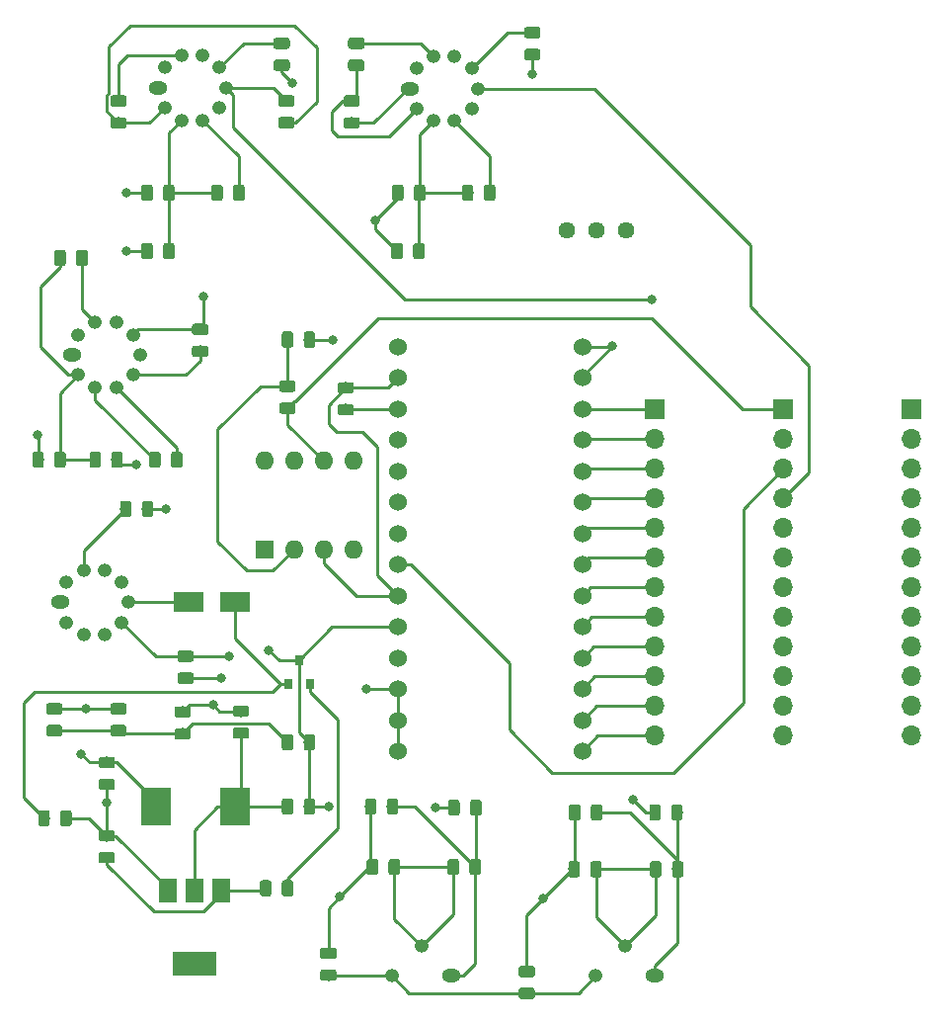
<source format=gtl>
G04 #@! TF.GenerationSoftware,KiCad,Pcbnew,(5.1.4)-1*
G04 #@! TF.CreationDate,2020-03-03T19:21:21-05:00*
G04 #@! TF.ProjectId,Main_Board,4d61696e-5f42-46f6-9172-642e6b696361,rev?*
G04 #@! TF.SameCoordinates,Original*
G04 #@! TF.FileFunction,Copper,L1,Top*
G04 #@! TF.FilePolarity,Positive*
%FSLAX46Y46*%
G04 Gerber Fmt 4.6, Leading zero omitted, Abs format (unit mm)*
G04 Created by KiCad (PCBNEW (5.1.4)-1) date 2020-03-03 19:21:21*
%MOMM*%
%LPD*%
G04 APERTURE LIST*
%ADD10O,1.700000X1.700000*%
%ADD11R,1.700000X1.700000*%
%ADD12C,1.440000*%
%ADD13O,1.200000X1.200000*%
%ADD14O,1.600000X1.200000*%
%ADD15C,1.524000*%
%ADD16O,1.600000X1.600000*%
%ADD17R,1.600000X1.600000*%
%ADD18C,0.100000*%
%ADD19C,0.975000*%
%ADD20R,2.500000X3.300000*%
%ADD21R,2.500000X1.800000*%
%ADD22R,1.500000X2.000000*%
%ADD23R,3.800000X2.000000*%
%ADD24R,0.800000X0.900000*%
%ADD25C,0.800000*%
%ADD26C,0.250000*%
G04 APERTURE END LIST*
D10*
X89000000Y-143440000D03*
X89000000Y-140900000D03*
X89000000Y-138360000D03*
X89000000Y-135820000D03*
X89000000Y-133280000D03*
X89000000Y-130740000D03*
X89000000Y-128200000D03*
X89000000Y-125660000D03*
X89000000Y-123120000D03*
X89000000Y-120580000D03*
X89000000Y-118040000D03*
D11*
X89000000Y-115500000D03*
D12*
X59434500Y-100113500D03*
X61974500Y-100113500D03*
X64514500Y-100113500D03*
D13*
X17557670Y-109083667D03*
X19017670Y-108022915D03*
X20822330Y-108022915D03*
X22282330Y-109083667D03*
X22840000Y-110800000D03*
X22282330Y-112516333D03*
X20822330Y-113577085D03*
X19017670Y-113577085D03*
X17557670Y-112516333D03*
D14*
X17000000Y-110800000D03*
D15*
X60760000Y-144781000D03*
X60760000Y-142114000D03*
X60760000Y-139447000D03*
X60760000Y-136780000D03*
X60760000Y-134113000D03*
X60760000Y-131446000D03*
X60760000Y-128779000D03*
X60760000Y-126112000D03*
X60760000Y-123445000D03*
X60760000Y-120778000D03*
X60760000Y-118111000D03*
X60760000Y-115444000D03*
X60760000Y-112777000D03*
X60760000Y-110110000D03*
X44960000Y-144784000D03*
X44960000Y-142117000D03*
X44960000Y-139450000D03*
X44960000Y-136783000D03*
X44960000Y-134116000D03*
X44960000Y-131449000D03*
X44960000Y-128782000D03*
X44960000Y-126115000D03*
X44960000Y-123448000D03*
X44960000Y-120781000D03*
X44960000Y-118114000D03*
X44960000Y-115447000D03*
X44960000Y-112780000D03*
X44960000Y-110110000D03*
D16*
X33500000Y-119880000D03*
X41120000Y-127500000D03*
X36040000Y-119880000D03*
X38580000Y-127500000D03*
X38580000Y-119880000D03*
X36040000Y-127500000D03*
X41120000Y-119880000D03*
D17*
X33500000Y-127500000D03*
D18*
G36*
X35980142Y-113013674D02*
G01*
X36003803Y-113017184D01*
X36027007Y-113022996D01*
X36049529Y-113031054D01*
X36071153Y-113041282D01*
X36091670Y-113053579D01*
X36110883Y-113067829D01*
X36128607Y-113083893D01*
X36144671Y-113101617D01*
X36158921Y-113120830D01*
X36171218Y-113141347D01*
X36181446Y-113162971D01*
X36189504Y-113185493D01*
X36195316Y-113208697D01*
X36198826Y-113232358D01*
X36200000Y-113256250D01*
X36200000Y-113743750D01*
X36198826Y-113767642D01*
X36195316Y-113791303D01*
X36189504Y-113814507D01*
X36181446Y-113837029D01*
X36171218Y-113858653D01*
X36158921Y-113879170D01*
X36144671Y-113898383D01*
X36128607Y-113916107D01*
X36110883Y-113932171D01*
X36091670Y-113946421D01*
X36071153Y-113958718D01*
X36049529Y-113968946D01*
X36027007Y-113977004D01*
X36003803Y-113982816D01*
X35980142Y-113986326D01*
X35956250Y-113987500D01*
X35043750Y-113987500D01*
X35019858Y-113986326D01*
X34996197Y-113982816D01*
X34972993Y-113977004D01*
X34950471Y-113968946D01*
X34928847Y-113958718D01*
X34908330Y-113946421D01*
X34889117Y-113932171D01*
X34871393Y-113916107D01*
X34855329Y-113898383D01*
X34841079Y-113879170D01*
X34828782Y-113858653D01*
X34818554Y-113837029D01*
X34810496Y-113814507D01*
X34804684Y-113791303D01*
X34801174Y-113767642D01*
X34800000Y-113743750D01*
X34800000Y-113256250D01*
X34801174Y-113232358D01*
X34804684Y-113208697D01*
X34810496Y-113185493D01*
X34818554Y-113162971D01*
X34828782Y-113141347D01*
X34841079Y-113120830D01*
X34855329Y-113101617D01*
X34871393Y-113083893D01*
X34889117Y-113067829D01*
X34908330Y-113053579D01*
X34928847Y-113041282D01*
X34950471Y-113031054D01*
X34972993Y-113022996D01*
X34996197Y-113017184D01*
X35019858Y-113013674D01*
X35043750Y-113012500D01*
X35956250Y-113012500D01*
X35980142Y-113013674D01*
X35980142Y-113013674D01*
G37*
D19*
X35500000Y-113500000D03*
D18*
G36*
X35980142Y-114888674D02*
G01*
X36003803Y-114892184D01*
X36027007Y-114897996D01*
X36049529Y-114906054D01*
X36071153Y-114916282D01*
X36091670Y-114928579D01*
X36110883Y-114942829D01*
X36128607Y-114958893D01*
X36144671Y-114976617D01*
X36158921Y-114995830D01*
X36171218Y-115016347D01*
X36181446Y-115037971D01*
X36189504Y-115060493D01*
X36195316Y-115083697D01*
X36198826Y-115107358D01*
X36200000Y-115131250D01*
X36200000Y-115618750D01*
X36198826Y-115642642D01*
X36195316Y-115666303D01*
X36189504Y-115689507D01*
X36181446Y-115712029D01*
X36171218Y-115733653D01*
X36158921Y-115754170D01*
X36144671Y-115773383D01*
X36128607Y-115791107D01*
X36110883Y-115807171D01*
X36091670Y-115821421D01*
X36071153Y-115833718D01*
X36049529Y-115843946D01*
X36027007Y-115852004D01*
X36003803Y-115857816D01*
X35980142Y-115861326D01*
X35956250Y-115862500D01*
X35043750Y-115862500D01*
X35019858Y-115861326D01*
X34996197Y-115857816D01*
X34972993Y-115852004D01*
X34950471Y-115843946D01*
X34928847Y-115833718D01*
X34908330Y-115821421D01*
X34889117Y-115807171D01*
X34871393Y-115791107D01*
X34855329Y-115773383D01*
X34841079Y-115754170D01*
X34828782Y-115733653D01*
X34818554Y-115712029D01*
X34810496Y-115689507D01*
X34804684Y-115666303D01*
X34801174Y-115642642D01*
X34800000Y-115618750D01*
X34800000Y-115131250D01*
X34801174Y-115107358D01*
X34804684Y-115083697D01*
X34810496Y-115060493D01*
X34818554Y-115037971D01*
X34828782Y-115016347D01*
X34841079Y-114995830D01*
X34855329Y-114976617D01*
X34871393Y-114958893D01*
X34889117Y-114942829D01*
X34908330Y-114928579D01*
X34928847Y-114916282D01*
X34950471Y-114906054D01*
X34972993Y-114897996D01*
X34996197Y-114892184D01*
X35019858Y-114888674D01*
X35043750Y-114887500D01*
X35956250Y-114887500D01*
X35980142Y-114888674D01*
X35980142Y-114888674D01*
G37*
D19*
X35500000Y-115375000D03*
D18*
G36*
X35767642Y-108801174D02*
G01*
X35791303Y-108804684D01*
X35814507Y-108810496D01*
X35837029Y-108818554D01*
X35858653Y-108828782D01*
X35879170Y-108841079D01*
X35898383Y-108855329D01*
X35916107Y-108871393D01*
X35932171Y-108889117D01*
X35946421Y-108908330D01*
X35958718Y-108928847D01*
X35968946Y-108950471D01*
X35977004Y-108972993D01*
X35982816Y-108996197D01*
X35986326Y-109019858D01*
X35987500Y-109043750D01*
X35987500Y-109956250D01*
X35986326Y-109980142D01*
X35982816Y-110003803D01*
X35977004Y-110027007D01*
X35968946Y-110049529D01*
X35958718Y-110071153D01*
X35946421Y-110091670D01*
X35932171Y-110110883D01*
X35916107Y-110128607D01*
X35898383Y-110144671D01*
X35879170Y-110158921D01*
X35858653Y-110171218D01*
X35837029Y-110181446D01*
X35814507Y-110189504D01*
X35791303Y-110195316D01*
X35767642Y-110198826D01*
X35743750Y-110200000D01*
X35256250Y-110200000D01*
X35232358Y-110198826D01*
X35208697Y-110195316D01*
X35185493Y-110189504D01*
X35162971Y-110181446D01*
X35141347Y-110171218D01*
X35120830Y-110158921D01*
X35101617Y-110144671D01*
X35083893Y-110128607D01*
X35067829Y-110110883D01*
X35053579Y-110091670D01*
X35041282Y-110071153D01*
X35031054Y-110049529D01*
X35022996Y-110027007D01*
X35017184Y-110003803D01*
X35013674Y-109980142D01*
X35012500Y-109956250D01*
X35012500Y-109043750D01*
X35013674Y-109019858D01*
X35017184Y-108996197D01*
X35022996Y-108972993D01*
X35031054Y-108950471D01*
X35041282Y-108928847D01*
X35053579Y-108908330D01*
X35067829Y-108889117D01*
X35083893Y-108871393D01*
X35101617Y-108855329D01*
X35120830Y-108841079D01*
X35141347Y-108828782D01*
X35162971Y-108818554D01*
X35185493Y-108810496D01*
X35208697Y-108804684D01*
X35232358Y-108801174D01*
X35256250Y-108800000D01*
X35743750Y-108800000D01*
X35767642Y-108801174D01*
X35767642Y-108801174D01*
G37*
D19*
X35500000Y-109500000D03*
D18*
G36*
X37642642Y-108801174D02*
G01*
X37666303Y-108804684D01*
X37689507Y-108810496D01*
X37712029Y-108818554D01*
X37733653Y-108828782D01*
X37754170Y-108841079D01*
X37773383Y-108855329D01*
X37791107Y-108871393D01*
X37807171Y-108889117D01*
X37821421Y-108908330D01*
X37833718Y-108928847D01*
X37843946Y-108950471D01*
X37852004Y-108972993D01*
X37857816Y-108996197D01*
X37861326Y-109019858D01*
X37862500Y-109043750D01*
X37862500Y-109956250D01*
X37861326Y-109980142D01*
X37857816Y-110003803D01*
X37852004Y-110027007D01*
X37843946Y-110049529D01*
X37833718Y-110071153D01*
X37821421Y-110091670D01*
X37807171Y-110110883D01*
X37791107Y-110128607D01*
X37773383Y-110144671D01*
X37754170Y-110158921D01*
X37733653Y-110171218D01*
X37712029Y-110181446D01*
X37689507Y-110189504D01*
X37666303Y-110195316D01*
X37642642Y-110198826D01*
X37618750Y-110200000D01*
X37131250Y-110200000D01*
X37107358Y-110198826D01*
X37083697Y-110195316D01*
X37060493Y-110189504D01*
X37037971Y-110181446D01*
X37016347Y-110171218D01*
X36995830Y-110158921D01*
X36976617Y-110144671D01*
X36958893Y-110128607D01*
X36942829Y-110110883D01*
X36928579Y-110091670D01*
X36916282Y-110071153D01*
X36906054Y-110049529D01*
X36897996Y-110027007D01*
X36892184Y-110003803D01*
X36888674Y-109980142D01*
X36887500Y-109956250D01*
X36887500Y-109043750D01*
X36888674Y-109019858D01*
X36892184Y-108996197D01*
X36897996Y-108972993D01*
X36906054Y-108950471D01*
X36916282Y-108928847D01*
X36928579Y-108908330D01*
X36942829Y-108889117D01*
X36958893Y-108871393D01*
X36976617Y-108855329D01*
X36995830Y-108841079D01*
X37016347Y-108828782D01*
X37037971Y-108818554D01*
X37060493Y-108810496D01*
X37083697Y-108804684D01*
X37107358Y-108801174D01*
X37131250Y-108800000D01*
X37618750Y-108800000D01*
X37642642Y-108801174D01*
X37642642Y-108801174D01*
G37*
D19*
X37375000Y-109500000D03*
D18*
G36*
X40980142Y-115013674D02*
G01*
X41003803Y-115017184D01*
X41027007Y-115022996D01*
X41049529Y-115031054D01*
X41071153Y-115041282D01*
X41091670Y-115053579D01*
X41110883Y-115067829D01*
X41128607Y-115083893D01*
X41144671Y-115101617D01*
X41158921Y-115120830D01*
X41171218Y-115141347D01*
X41181446Y-115162971D01*
X41189504Y-115185493D01*
X41195316Y-115208697D01*
X41198826Y-115232358D01*
X41200000Y-115256250D01*
X41200000Y-115743750D01*
X41198826Y-115767642D01*
X41195316Y-115791303D01*
X41189504Y-115814507D01*
X41181446Y-115837029D01*
X41171218Y-115858653D01*
X41158921Y-115879170D01*
X41144671Y-115898383D01*
X41128607Y-115916107D01*
X41110883Y-115932171D01*
X41091670Y-115946421D01*
X41071153Y-115958718D01*
X41049529Y-115968946D01*
X41027007Y-115977004D01*
X41003803Y-115982816D01*
X40980142Y-115986326D01*
X40956250Y-115987500D01*
X40043750Y-115987500D01*
X40019858Y-115986326D01*
X39996197Y-115982816D01*
X39972993Y-115977004D01*
X39950471Y-115968946D01*
X39928847Y-115958718D01*
X39908330Y-115946421D01*
X39889117Y-115932171D01*
X39871393Y-115916107D01*
X39855329Y-115898383D01*
X39841079Y-115879170D01*
X39828782Y-115858653D01*
X39818554Y-115837029D01*
X39810496Y-115814507D01*
X39804684Y-115791303D01*
X39801174Y-115767642D01*
X39800000Y-115743750D01*
X39800000Y-115256250D01*
X39801174Y-115232358D01*
X39804684Y-115208697D01*
X39810496Y-115185493D01*
X39818554Y-115162971D01*
X39828782Y-115141347D01*
X39841079Y-115120830D01*
X39855329Y-115101617D01*
X39871393Y-115083893D01*
X39889117Y-115067829D01*
X39908330Y-115053579D01*
X39928847Y-115041282D01*
X39950471Y-115031054D01*
X39972993Y-115022996D01*
X39996197Y-115017184D01*
X40019858Y-115013674D01*
X40043750Y-115012500D01*
X40956250Y-115012500D01*
X40980142Y-115013674D01*
X40980142Y-115013674D01*
G37*
D19*
X40500000Y-115500000D03*
D18*
G36*
X40980142Y-113138674D02*
G01*
X41003803Y-113142184D01*
X41027007Y-113147996D01*
X41049529Y-113156054D01*
X41071153Y-113166282D01*
X41091670Y-113178579D01*
X41110883Y-113192829D01*
X41128607Y-113208893D01*
X41144671Y-113226617D01*
X41158921Y-113245830D01*
X41171218Y-113266347D01*
X41181446Y-113287971D01*
X41189504Y-113310493D01*
X41195316Y-113333697D01*
X41198826Y-113357358D01*
X41200000Y-113381250D01*
X41200000Y-113868750D01*
X41198826Y-113892642D01*
X41195316Y-113916303D01*
X41189504Y-113939507D01*
X41181446Y-113962029D01*
X41171218Y-113983653D01*
X41158921Y-114004170D01*
X41144671Y-114023383D01*
X41128607Y-114041107D01*
X41110883Y-114057171D01*
X41091670Y-114071421D01*
X41071153Y-114083718D01*
X41049529Y-114093946D01*
X41027007Y-114102004D01*
X41003803Y-114107816D01*
X40980142Y-114111326D01*
X40956250Y-114112500D01*
X40043750Y-114112500D01*
X40019858Y-114111326D01*
X39996197Y-114107816D01*
X39972993Y-114102004D01*
X39950471Y-114093946D01*
X39928847Y-114083718D01*
X39908330Y-114071421D01*
X39889117Y-114057171D01*
X39871393Y-114041107D01*
X39855329Y-114023383D01*
X39841079Y-114004170D01*
X39828782Y-113983653D01*
X39818554Y-113962029D01*
X39810496Y-113939507D01*
X39804684Y-113916303D01*
X39801174Y-113892642D01*
X39800000Y-113868750D01*
X39800000Y-113381250D01*
X39801174Y-113357358D01*
X39804684Y-113333697D01*
X39810496Y-113310493D01*
X39818554Y-113287971D01*
X39828782Y-113266347D01*
X39841079Y-113245830D01*
X39855329Y-113226617D01*
X39871393Y-113208893D01*
X39889117Y-113192829D01*
X39908330Y-113178579D01*
X39928847Y-113166282D01*
X39950471Y-113156054D01*
X39972993Y-113147996D01*
X39996197Y-113142184D01*
X40019858Y-113138674D01*
X40043750Y-113137500D01*
X40956250Y-113137500D01*
X40980142Y-113138674D01*
X40980142Y-113138674D01*
G37*
D19*
X40500000Y-113625000D03*
D18*
G36*
X23767642Y-123301174D02*
G01*
X23791303Y-123304684D01*
X23814507Y-123310496D01*
X23837029Y-123318554D01*
X23858653Y-123328782D01*
X23879170Y-123341079D01*
X23898383Y-123355329D01*
X23916107Y-123371393D01*
X23932171Y-123389117D01*
X23946421Y-123408330D01*
X23958718Y-123428847D01*
X23968946Y-123450471D01*
X23977004Y-123472993D01*
X23982816Y-123496197D01*
X23986326Y-123519858D01*
X23987500Y-123543750D01*
X23987500Y-124456250D01*
X23986326Y-124480142D01*
X23982816Y-124503803D01*
X23977004Y-124527007D01*
X23968946Y-124549529D01*
X23958718Y-124571153D01*
X23946421Y-124591670D01*
X23932171Y-124610883D01*
X23916107Y-124628607D01*
X23898383Y-124644671D01*
X23879170Y-124658921D01*
X23858653Y-124671218D01*
X23837029Y-124681446D01*
X23814507Y-124689504D01*
X23791303Y-124695316D01*
X23767642Y-124698826D01*
X23743750Y-124700000D01*
X23256250Y-124700000D01*
X23232358Y-124698826D01*
X23208697Y-124695316D01*
X23185493Y-124689504D01*
X23162971Y-124681446D01*
X23141347Y-124671218D01*
X23120830Y-124658921D01*
X23101617Y-124644671D01*
X23083893Y-124628607D01*
X23067829Y-124610883D01*
X23053579Y-124591670D01*
X23041282Y-124571153D01*
X23031054Y-124549529D01*
X23022996Y-124527007D01*
X23017184Y-124503803D01*
X23013674Y-124480142D01*
X23012500Y-124456250D01*
X23012500Y-123543750D01*
X23013674Y-123519858D01*
X23017184Y-123496197D01*
X23022996Y-123472993D01*
X23031054Y-123450471D01*
X23041282Y-123428847D01*
X23053579Y-123408330D01*
X23067829Y-123389117D01*
X23083893Y-123371393D01*
X23101617Y-123355329D01*
X23120830Y-123341079D01*
X23141347Y-123328782D01*
X23162971Y-123318554D01*
X23185493Y-123310496D01*
X23208697Y-123304684D01*
X23232358Y-123301174D01*
X23256250Y-123300000D01*
X23743750Y-123300000D01*
X23767642Y-123301174D01*
X23767642Y-123301174D01*
G37*
D19*
X23500000Y-124000000D03*
D18*
G36*
X21892642Y-123301174D02*
G01*
X21916303Y-123304684D01*
X21939507Y-123310496D01*
X21962029Y-123318554D01*
X21983653Y-123328782D01*
X22004170Y-123341079D01*
X22023383Y-123355329D01*
X22041107Y-123371393D01*
X22057171Y-123389117D01*
X22071421Y-123408330D01*
X22083718Y-123428847D01*
X22093946Y-123450471D01*
X22102004Y-123472993D01*
X22107816Y-123496197D01*
X22111326Y-123519858D01*
X22112500Y-123543750D01*
X22112500Y-124456250D01*
X22111326Y-124480142D01*
X22107816Y-124503803D01*
X22102004Y-124527007D01*
X22093946Y-124549529D01*
X22083718Y-124571153D01*
X22071421Y-124591670D01*
X22057171Y-124610883D01*
X22041107Y-124628607D01*
X22023383Y-124644671D01*
X22004170Y-124658921D01*
X21983653Y-124671218D01*
X21962029Y-124681446D01*
X21939507Y-124689504D01*
X21916303Y-124695316D01*
X21892642Y-124698826D01*
X21868750Y-124700000D01*
X21381250Y-124700000D01*
X21357358Y-124698826D01*
X21333697Y-124695316D01*
X21310493Y-124689504D01*
X21287971Y-124681446D01*
X21266347Y-124671218D01*
X21245830Y-124658921D01*
X21226617Y-124644671D01*
X21208893Y-124628607D01*
X21192829Y-124610883D01*
X21178579Y-124591670D01*
X21166282Y-124571153D01*
X21156054Y-124549529D01*
X21147996Y-124527007D01*
X21142184Y-124503803D01*
X21138674Y-124480142D01*
X21137500Y-124456250D01*
X21137500Y-123543750D01*
X21138674Y-123519858D01*
X21142184Y-123496197D01*
X21147996Y-123472993D01*
X21156054Y-123450471D01*
X21166282Y-123428847D01*
X21178579Y-123408330D01*
X21192829Y-123389117D01*
X21208893Y-123371393D01*
X21226617Y-123355329D01*
X21245830Y-123341079D01*
X21266347Y-123328782D01*
X21287971Y-123318554D01*
X21310493Y-123310496D01*
X21333697Y-123304684D01*
X21357358Y-123301174D01*
X21381250Y-123300000D01*
X21868750Y-123300000D01*
X21892642Y-123301174D01*
X21892642Y-123301174D01*
G37*
D19*
X21625000Y-124000000D03*
D10*
X78000000Y-143440000D03*
X78000000Y-140900000D03*
X78000000Y-138360000D03*
X78000000Y-135820000D03*
X78000000Y-133280000D03*
X78000000Y-130740000D03*
X78000000Y-128200000D03*
X78000000Y-125660000D03*
X78000000Y-123120000D03*
X78000000Y-120580000D03*
X78000000Y-118040000D03*
D11*
X78000000Y-115500000D03*
D10*
X67000000Y-143440000D03*
X67000000Y-140900000D03*
X67000000Y-138360000D03*
X67000000Y-135820000D03*
X67000000Y-133280000D03*
X67000000Y-130740000D03*
X67000000Y-128200000D03*
X67000000Y-125660000D03*
X67000000Y-123120000D03*
X67000000Y-120580000D03*
X67000000Y-118040000D03*
D11*
X67000000Y-115500000D03*
D20*
X31000000Y-149500000D03*
X24200000Y-149500000D03*
D21*
X31000000Y-132000000D03*
X27000000Y-132000000D03*
D18*
G36*
X14392642Y-119101174D02*
G01*
X14416303Y-119104684D01*
X14439507Y-119110496D01*
X14462029Y-119118554D01*
X14483653Y-119128782D01*
X14504170Y-119141079D01*
X14523383Y-119155329D01*
X14541107Y-119171393D01*
X14557171Y-119189117D01*
X14571421Y-119208330D01*
X14583718Y-119228847D01*
X14593946Y-119250471D01*
X14602004Y-119272993D01*
X14607816Y-119296197D01*
X14611326Y-119319858D01*
X14612500Y-119343750D01*
X14612500Y-120256250D01*
X14611326Y-120280142D01*
X14607816Y-120303803D01*
X14602004Y-120327007D01*
X14593946Y-120349529D01*
X14583718Y-120371153D01*
X14571421Y-120391670D01*
X14557171Y-120410883D01*
X14541107Y-120428607D01*
X14523383Y-120444671D01*
X14504170Y-120458921D01*
X14483653Y-120471218D01*
X14462029Y-120481446D01*
X14439507Y-120489504D01*
X14416303Y-120495316D01*
X14392642Y-120498826D01*
X14368750Y-120500000D01*
X13881250Y-120500000D01*
X13857358Y-120498826D01*
X13833697Y-120495316D01*
X13810493Y-120489504D01*
X13787971Y-120481446D01*
X13766347Y-120471218D01*
X13745830Y-120458921D01*
X13726617Y-120444671D01*
X13708893Y-120428607D01*
X13692829Y-120410883D01*
X13678579Y-120391670D01*
X13666282Y-120371153D01*
X13656054Y-120349529D01*
X13647996Y-120327007D01*
X13642184Y-120303803D01*
X13638674Y-120280142D01*
X13637500Y-120256250D01*
X13637500Y-119343750D01*
X13638674Y-119319858D01*
X13642184Y-119296197D01*
X13647996Y-119272993D01*
X13656054Y-119250471D01*
X13666282Y-119228847D01*
X13678579Y-119208330D01*
X13692829Y-119189117D01*
X13708893Y-119171393D01*
X13726617Y-119155329D01*
X13745830Y-119141079D01*
X13766347Y-119128782D01*
X13787971Y-119118554D01*
X13810493Y-119110496D01*
X13833697Y-119104684D01*
X13857358Y-119101174D01*
X13881250Y-119100000D01*
X14368750Y-119100000D01*
X14392642Y-119101174D01*
X14392642Y-119101174D01*
G37*
D19*
X14125000Y-119800000D03*
D18*
G36*
X16267642Y-119101174D02*
G01*
X16291303Y-119104684D01*
X16314507Y-119110496D01*
X16337029Y-119118554D01*
X16358653Y-119128782D01*
X16379170Y-119141079D01*
X16398383Y-119155329D01*
X16416107Y-119171393D01*
X16432171Y-119189117D01*
X16446421Y-119208330D01*
X16458718Y-119228847D01*
X16468946Y-119250471D01*
X16477004Y-119272993D01*
X16482816Y-119296197D01*
X16486326Y-119319858D01*
X16487500Y-119343750D01*
X16487500Y-120256250D01*
X16486326Y-120280142D01*
X16482816Y-120303803D01*
X16477004Y-120327007D01*
X16468946Y-120349529D01*
X16458718Y-120371153D01*
X16446421Y-120391670D01*
X16432171Y-120410883D01*
X16416107Y-120428607D01*
X16398383Y-120444671D01*
X16379170Y-120458921D01*
X16358653Y-120471218D01*
X16337029Y-120481446D01*
X16314507Y-120489504D01*
X16291303Y-120495316D01*
X16267642Y-120498826D01*
X16243750Y-120500000D01*
X15756250Y-120500000D01*
X15732358Y-120498826D01*
X15708697Y-120495316D01*
X15685493Y-120489504D01*
X15662971Y-120481446D01*
X15641347Y-120471218D01*
X15620830Y-120458921D01*
X15601617Y-120444671D01*
X15583893Y-120428607D01*
X15567829Y-120410883D01*
X15553579Y-120391670D01*
X15541282Y-120371153D01*
X15531054Y-120349529D01*
X15522996Y-120327007D01*
X15517184Y-120303803D01*
X15513674Y-120280142D01*
X15512500Y-120256250D01*
X15512500Y-119343750D01*
X15513674Y-119319858D01*
X15517184Y-119296197D01*
X15522996Y-119272993D01*
X15531054Y-119250471D01*
X15541282Y-119228847D01*
X15553579Y-119208330D01*
X15567829Y-119189117D01*
X15583893Y-119171393D01*
X15601617Y-119155329D01*
X15620830Y-119141079D01*
X15641347Y-119128782D01*
X15662971Y-119118554D01*
X15685493Y-119110496D01*
X15708697Y-119104684D01*
X15732358Y-119101174D01*
X15756250Y-119100000D01*
X16243750Y-119100000D01*
X16267642Y-119101174D01*
X16267642Y-119101174D01*
G37*
D19*
X16000000Y-119800000D03*
D18*
G36*
X19267642Y-119101174D02*
G01*
X19291303Y-119104684D01*
X19314507Y-119110496D01*
X19337029Y-119118554D01*
X19358653Y-119128782D01*
X19379170Y-119141079D01*
X19398383Y-119155329D01*
X19416107Y-119171393D01*
X19432171Y-119189117D01*
X19446421Y-119208330D01*
X19458718Y-119228847D01*
X19468946Y-119250471D01*
X19477004Y-119272993D01*
X19482816Y-119296197D01*
X19486326Y-119319858D01*
X19487500Y-119343750D01*
X19487500Y-120256250D01*
X19486326Y-120280142D01*
X19482816Y-120303803D01*
X19477004Y-120327007D01*
X19468946Y-120349529D01*
X19458718Y-120371153D01*
X19446421Y-120391670D01*
X19432171Y-120410883D01*
X19416107Y-120428607D01*
X19398383Y-120444671D01*
X19379170Y-120458921D01*
X19358653Y-120471218D01*
X19337029Y-120481446D01*
X19314507Y-120489504D01*
X19291303Y-120495316D01*
X19267642Y-120498826D01*
X19243750Y-120500000D01*
X18756250Y-120500000D01*
X18732358Y-120498826D01*
X18708697Y-120495316D01*
X18685493Y-120489504D01*
X18662971Y-120481446D01*
X18641347Y-120471218D01*
X18620830Y-120458921D01*
X18601617Y-120444671D01*
X18583893Y-120428607D01*
X18567829Y-120410883D01*
X18553579Y-120391670D01*
X18541282Y-120371153D01*
X18531054Y-120349529D01*
X18522996Y-120327007D01*
X18517184Y-120303803D01*
X18513674Y-120280142D01*
X18512500Y-120256250D01*
X18512500Y-119343750D01*
X18513674Y-119319858D01*
X18517184Y-119296197D01*
X18522996Y-119272993D01*
X18531054Y-119250471D01*
X18541282Y-119228847D01*
X18553579Y-119208330D01*
X18567829Y-119189117D01*
X18583893Y-119171393D01*
X18601617Y-119155329D01*
X18620830Y-119141079D01*
X18641347Y-119128782D01*
X18662971Y-119118554D01*
X18685493Y-119110496D01*
X18708697Y-119104684D01*
X18732358Y-119101174D01*
X18756250Y-119100000D01*
X19243750Y-119100000D01*
X19267642Y-119101174D01*
X19267642Y-119101174D01*
G37*
D19*
X19000000Y-119800000D03*
D18*
G36*
X21142642Y-119101174D02*
G01*
X21166303Y-119104684D01*
X21189507Y-119110496D01*
X21212029Y-119118554D01*
X21233653Y-119128782D01*
X21254170Y-119141079D01*
X21273383Y-119155329D01*
X21291107Y-119171393D01*
X21307171Y-119189117D01*
X21321421Y-119208330D01*
X21333718Y-119228847D01*
X21343946Y-119250471D01*
X21352004Y-119272993D01*
X21357816Y-119296197D01*
X21361326Y-119319858D01*
X21362500Y-119343750D01*
X21362500Y-120256250D01*
X21361326Y-120280142D01*
X21357816Y-120303803D01*
X21352004Y-120327007D01*
X21343946Y-120349529D01*
X21333718Y-120371153D01*
X21321421Y-120391670D01*
X21307171Y-120410883D01*
X21291107Y-120428607D01*
X21273383Y-120444671D01*
X21254170Y-120458921D01*
X21233653Y-120471218D01*
X21212029Y-120481446D01*
X21189507Y-120489504D01*
X21166303Y-120495316D01*
X21142642Y-120498826D01*
X21118750Y-120500000D01*
X20631250Y-120500000D01*
X20607358Y-120498826D01*
X20583697Y-120495316D01*
X20560493Y-120489504D01*
X20537971Y-120481446D01*
X20516347Y-120471218D01*
X20495830Y-120458921D01*
X20476617Y-120444671D01*
X20458893Y-120428607D01*
X20442829Y-120410883D01*
X20428579Y-120391670D01*
X20416282Y-120371153D01*
X20406054Y-120349529D01*
X20397996Y-120327007D01*
X20392184Y-120303803D01*
X20388674Y-120280142D01*
X20387500Y-120256250D01*
X20387500Y-119343750D01*
X20388674Y-119319858D01*
X20392184Y-119296197D01*
X20397996Y-119272993D01*
X20406054Y-119250471D01*
X20416282Y-119228847D01*
X20428579Y-119208330D01*
X20442829Y-119189117D01*
X20458893Y-119171393D01*
X20476617Y-119155329D01*
X20495830Y-119141079D01*
X20516347Y-119128782D01*
X20537971Y-119118554D01*
X20560493Y-119110496D01*
X20583697Y-119104684D01*
X20607358Y-119101174D01*
X20631250Y-119100000D01*
X21118750Y-119100000D01*
X21142642Y-119101174D01*
X21142642Y-119101174D01*
G37*
D19*
X20875000Y-119800000D03*
D18*
G36*
X49980942Y-153982574D02*
G01*
X50004603Y-153986084D01*
X50027807Y-153991896D01*
X50050329Y-153999954D01*
X50071953Y-154010182D01*
X50092470Y-154022479D01*
X50111683Y-154036729D01*
X50129407Y-154052793D01*
X50145471Y-154070517D01*
X50159721Y-154089730D01*
X50172018Y-154110247D01*
X50182246Y-154131871D01*
X50190304Y-154154393D01*
X50196116Y-154177597D01*
X50199626Y-154201258D01*
X50200800Y-154225150D01*
X50200800Y-155137650D01*
X50199626Y-155161542D01*
X50196116Y-155185203D01*
X50190304Y-155208407D01*
X50182246Y-155230929D01*
X50172018Y-155252553D01*
X50159721Y-155273070D01*
X50145471Y-155292283D01*
X50129407Y-155310007D01*
X50111683Y-155326071D01*
X50092470Y-155340321D01*
X50071953Y-155352618D01*
X50050329Y-155362846D01*
X50027807Y-155370904D01*
X50004603Y-155376716D01*
X49980942Y-155380226D01*
X49957050Y-155381400D01*
X49469550Y-155381400D01*
X49445658Y-155380226D01*
X49421997Y-155376716D01*
X49398793Y-155370904D01*
X49376271Y-155362846D01*
X49354647Y-155352618D01*
X49334130Y-155340321D01*
X49314917Y-155326071D01*
X49297193Y-155310007D01*
X49281129Y-155292283D01*
X49266879Y-155273070D01*
X49254582Y-155252553D01*
X49244354Y-155230929D01*
X49236296Y-155208407D01*
X49230484Y-155185203D01*
X49226974Y-155161542D01*
X49225800Y-155137650D01*
X49225800Y-154225150D01*
X49226974Y-154201258D01*
X49230484Y-154177597D01*
X49236296Y-154154393D01*
X49244354Y-154131871D01*
X49254582Y-154110247D01*
X49266879Y-154089730D01*
X49281129Y-154070517D01*
X49297193Y-154052793D01*
X49314917Y-154036729D01*
X49334130Y-154022479D01*
X49354647Y-154010182D01*
X49376271Y-153999954D01*
X49398793Y-153991896D01*
X49421997Y-153986084D01*
X49445658Y-153982574D01*
X49469550Y-153981400D01*
X49957050Y-153981400D01*
X49980942Y-153982574D01*
X49980942Y-153982574D01*
G37*
D19*
X49713300Y-154681400D03*
D18*
G36*
X51855942Y-153982574D02*
G01*
X51879603Y-153986084D01*
X51902807Y-153991896D01*
X51925329Y-153999954D01*
X51946953Y-154010182D01*
X51967470Y-154022479D01*
X51986683Y-154036729D01*
X52004407Y-154052793D01*
X52020471Y-154070517D01*
X52034721Y-154089730D01*
X52047018Y-154110247D01*
X52057246Y-154131871D01*
X52065304Y-154154393D01*
X52071116Y-154177597D01*
X52074626Y-154201258D01*
X52075800Y-154225150D01*
X52075800Y-155137650D01*
X52074626Y-155161542D01*
X52071116Y-155185203D01*
X52065304Y-155208407D01*
X52057246Y-155230929D01*
X52047018Y-155252553D01*
X52034721Y-155273070D01*
X52020471Y-155292283D01*
X52004407Y-155310007D01*
X51986683Y-155326071D01*
X51967470Y-155340321D01*
X51946953Y-155352618D01*
X51925329Y-155362846D01*
X51902807Y-155370904D01*
X51879603Y-155376716D01*
X51855942Y-155380226D01*
X51832050Y-155381400D01*
X51344550Y-155381400D01*
X51320658Y-155380226D01*
X51296997Y-155376716D01*
X51273793Y-155370904D01*
X51251271Y-155362846D01*
X51229647Y-155352618D01*
X51209130Y-155340321D01*
X51189917Y-155326071D01*
X51172193Y-155310007D01*
X51156129Y-155292283D01*
X51141879Y-155273070D01*
X51129582Y-155252553D01*
X51119354Y-155230929D01*
X51111296Y-155208407D01*
X51105484Y-155185203D01*
X51101974Y-155161542D01*
X51100800Y-155137650D01*
X51100800Y-154225150D01*
X51101974Y-154201258D01*
X51105484Y-154177597D01*
X51111296Y-154154393D01*
X51119354Y-154131871D01*
X51129582Y-154110247D01*
X51141879Y-154089730D01*
X51156129Y-154070517D01*
X51172193Y-154052793D01*
X51189917Y-154036729D01*
X51209130Y-154022479D01*
X51229647Y-154010182D01*
X51251271Y-153999954D01*
X51273793Y-153991896D01*
X51296997Y-153986084D01*
X51320658Y-153982574D01*
X51344550Y-153981400D01*
X51832050Y-153981400D01*
X51855942Y-153982574D01*
X51855942Y-153982574D01*
G37*
D19*
X51588300Y-154681400D03*
D18*
G36*
X44767642Y-148801174D02*
G01*
X44791303Y-148804684D01*
X44814507Y-148810496D01*
X44837029Y-148818554D01*
X44858653Y-148828782D01*
X44879170Y-148841079D01*
X44898383Y-148855329D01*
X44916107Y-148871393D01*
X44932171Y-148889117D01*
X44946421Y-148908330D01*
X44958718Y-148928847D01*
X44968946Y-148950471D01*
X44977004Y-148972993D01*
X44982816Y-148996197D01*
X44986326Y-149019858D01*
X44987500Y-149043750D01*
X44987500Y-149956250D01*
X44986326Y-149980142D01*
X44982816Y-150003803D01*
X44977004Y-150027007D01*
X44968946Y-150049529D01*
X44958718Y-150071153D01*
X44946421Y-150091670D01*
X44932171Y-150110883D01*
X44916107Y-150128607D01*
X44898383Y-150144671D01*
X44879170Y-150158921D01*
X44858653Y-150171218D01*
X44837029Y-150181446D01*
X44814507Y-150189504D01*
X44791303Y-150195316D01*
X44767642Y-150198826D01*
X44743750Y-150200000D01*
X44256250Y-150200000D01*
X44232358Y-150198826D01*
X44208697Y-150195316D01*
X44185493Y-150189504D01*
X44162971Y-150181446D01*
X44141347Y-150171218D01*
X44120830Y-150158921D01*
X44101617Y-150144671D01*
X44083893Y-150128607D01*
X44067829Y-150110883D01*
X44053579Y-150091670D01*
X44041282Y-150071153D01*
X44031054Y-150049529D01*
X44022996Y-150027007D01*
X44017184Y-150003803D01*
X44013674Y-149980142D01*
X44012500Y-149956250D01*
X44012500Y-149043750D01*
X44013674Y-149019858D01*
X44017184Y-148996197D01*
X44022996Y-148972993D01*
X44031054Y-148950471D01*
X44041282Y-148928847D01*
X44053579Y-148908330D01*
X44067829Y-148889117D01*
X44083893Y-148871393D01*
X44101617Y-148855329D01*
X44120830Y-148841079D01*
X44141347Y-148828782D01*
X44162971Y-148818554D01*
X44185493Y-148810496D01*
X44208697Y-148804684D01*
X44232358Y-148801174D01*
X44256250Y-148800000D01*
X44743750Y-148800000D01*
X44767642Y-148801174D01*
X44767642Y-148801174D01*
G37*
D19*
X44500000Y-149500000D03*
D18*
G36*
X42892642Y-148801174D02*
G01*
X42916303Y-148804684D01*
X42939507Y-148810496D01*
X42962029Y-148818554D01*
X42983653Y-148828782D01*
X43004170Y-148841079D01*
X43023383Y-148855329D01*
X43041107Y-148871393D01*
X43057171Y-148889117D01*
X43071421Y-148908330D01*
X43083718Y-148928847D01*
X43093946Y-148950471D01*
X43102004Y-148972993D01*
X43107816Y-148996197D01*
X43111326Y-149019858D01*
X43112500Y-149043750D01*
X43112500Y-149956250D01*
X43111326Y-149980142D01*
X43107816Y-150003803D01*
X43102004Y-150027007D01*
X43093946Y-150049529D01*
X43083718Y-150071153D01*
X43071421Y-150091670D01*
X43057171Y-150110883D01*
X43041107Y-150128607D01*
X43023383Y-150144671D01*
X43004170Y-150158921D01*
X42983653Y-150171218D01*
X42962029Y-150181446D01*
X42939507Y-150189504D01*
X42916303Y-150195316D01*
X42892642Y-150198826D01*
X42868750Y-150200000D01*
X42381250Y-150200000D01*
X42357358Y-150198826D01*
X42333697Y-150195316D01*
X42310493Y-150189504D01*
X42287971Y-150181446D01*
X42266347Y-150171218D01*
X42245830Y-150158921D01*
X42226617Y-150144671D01*
X42208893Y-150128607D01*
X42192829Y-150110883D01*
X42178579Y-150091670D01*
X42166282Y-150071153D01*
X42156054Y-150049529D01*
X42147996Y-150027007D01*
X42142184Y-150003803D01*
X42138674Y-149980142D01*
X42137500Y-149956250D01*
X42137500Y-149043750D01*
X42138674Y-149019858D01*
X42142184Y-148996197D01*
X42147996Y-148972993D01*
X42156054Y-148950471D01*
X42166282Y-148928847D01*
X42178579Y-148908330D01*
X42192829Y-148889117D01*
X42208893Y-148871393D01*
X42226617Y-148855329D01*
X42245830Y-148841079D01*
X42266347Y-148828782D01*
X42287971Y-148818554D01*
X42310493Y-148810496D01*
X42333697Y-148804684D01*
X42357358Y-148801174D01*
X42381250Y-148800000D01*
X42868750Y-148800000D01*
X42892642Y-148801174D01*
X42892642Y-148801174D01*
G37*
D19*
X42625000Y-149500000D03*
D18*
G36*
X24392642Y-119101174D02*
G01*
X24416303Y-119104684D01*
X24439507Y-119110496D01*
X24462029Y-119118554D01*
X24483653Y-119128782D01*
X24504170Y-119141079D01*
X24523383Y-119155329D01*
X24541107Y-119171393D01*
X24557171Y-119189117D01*
X24571421Y-119208330D01*
X24583718Y-119228847D01*
X24593946Y-119250471D01*
X24602004Y-119272993D01*
X24607816Y-119296197D01*
X24611326Y-119319858D01*
X24612500Y-119343750D01*
X24612500Y-120256250D01*
X24611326Y-120280142D01*
X24607816Y-120303803D01*
X24602004Y-120327007D01*
X24593946Y-120349529D01*
X24583718Y-120371153D01*
X24571421Y-120391670D01*
X24557171Y-120410883D01*
X24541107Y-120428607D01*
X24523383Y-120444671D01*
X24504170Y-120458921D01*
X24483653Y-120471218D01*
X24462029Y-120481446D01*
X24439507Y-120489504D01*
X24416303Y-120495316D01*
X24392642Y-120498826D01*
X24368750Y-120500000D01*
X23881250Y-120500000D01*
X23857358Y-120498826D01*
X23833697Y-120495316D01*
X23810493Y-120489504D01*
X23787971Y-120481446D01*
X23766347Y-120471218D01*
X23745830Y-120458921D01*
X23726617Y-120444671D01*
X23708893Y-120428607D01*
X23692829Y-120410883D01*
X23678579Y-120391670D01*
X23666282Y-120371153D01*
X23656054Y-120349529D01*
X23647996Y-120327007D01*
X23642184Y-120303803D01*
X23638674Y-120280142D01*
X23637500Y-120256250D01*
X23637500Y-119343750D01*
X23638674Y-119319858D01*
X23642184Y-119296197D01*
X23647996Y-119272993D01*
X23656054Y-119250471D01*
X23666282Y-119228847D01*
X23678579Y-119208330D01*
X23692829Y-119189117D01*
X23708893Y-119171393D01*
X23726617Y-119155329D01*
X23745830Y-119141079D01*
X23766347Y-119128782D01*
X23787971Y-119118554D01*
X23810493Y-119110496D01*
X23833697Y-119104684D01*
X23857358Y-119101174D01*
X23881250Y-119100000D01*
X24368750Y-119100000D01*
X24392642Y-119101174D01*
X24392642Y-119101174D01*
G37*
D19*
X24125000Y-119800000D03*
D18*
G36*
X26267642Y-119101174D02*
G01*
X26291303Y-119104684D01*
X26314507Y-119110496D01*
X26337029Y-119118554D01*
X26358653Y-119128782D01*
X26379170Y-119141079D01*
X26398383Y-119155329D01*
X26416107Y-119171393D01*
X26432171Y-119189117D01*
X26446421Y-119208330D01*
X26458718Y-119228847D01*
X26468946Y-119250471D01*
X26477004Y-119272993D01*
X26482816Y-119296197D01*
X26486326Y-119319858D01*
X26487500Y-119343750D01*
X26487500Y-120256250D01*
X26486326Y-120280142D01*
X26482816Y-120303803D01*
X26477004Y-120327007D01*
X26468946Y-120349529D01*
X26458718Y-120371153D01*
X26446421Y-120391670D01*
X26432171Y-120410883D01*
X26416107Y-120428607D01*
X26398383Y-120444671D01*
X26379170Y-120458921D01*
X26358653Y-120471218D01*
X26337029Y-120481446D01*
X26314507Y-120489504D01*
X26291303Y-120495316D01*
X26267642Y-120498826D01*
X26243750Y-120500000D01*
X25756250Y-120500000D01*
X25732358Y-120498826D01*
X25708697Y-120495316D01*
X25685493Y-120489504D01*
X25662971Y-120481446D01*
X25641347Y-120471218D01*
X25620830Y-120458921D01*
X25601617Y-120444671D01*
X25583893Y-120428607D01*
X25567829Y-120410883D01*
X25553579Y-120391670D01*
X25541282Y-120371153D01*
X25531054Y-120349529D01*
X25522996Y-120327007D01*
X25517184Y-120303803D01*
X25513674Y-120280142D01*
X25512500Y-120256250D01*
X25512500Y-119343750D01*
X25513674Y-119319858D01*
X25517184Y-119296197D01*
X25522996Y-119272993D01*
X25531054Y-119250471D01*
X25541282Y-119228847D01*
X25553579Y-119208330D01*
X25567829Y-119189117D01*
X25583893Y-119171393D01*
X25601617Y-119155329D01*
X25620830Y-119141079D01*
X25641347Y-119128782D01*
X25662971Y-119118554D01*
X25685493Y-119110496D01*
X25708697Y-119104684D01*
X25732358Y-119101174D01*
X25756250Y-119100000D01*
X26243750Y-119100000D01*
X26267642Y-119101174D01*
X26267642Y-119101174D01*
G37*
D19*
X26000000Y-119800000D03*
D18*
G36*
X67343442Y-154172574D02*
G01*
X67367103Y-154176084D01*
X67390307Y-154181896D01*
X67412829Y-154189954D01*
X67434453Y-154200182D01*
X67454970Y-154212479D01*
X67474183Y-154226729D01*
X67491907Y-154242793D01*
X67507971Y-154260517D01*
X67522221Y-154279730D01*
X67534518Y-154300247D01*
X67544746Y-154321871D01*
X67552804Y-154344393D01*
X67558616Y-154367597D01*
X67562126Y-154391258D01*
X67563300Y-154415150D01*
X67563300Y-155327650D01*
X67562126Y-155351542D01*
X67558616Y-155375203D01*
X67552804Y-155398407D01*
X67544746Y-155420929D01*
X67534518Y-155442553D01*
X67522221Y-155463070D01*
X67507971Y-155482283D01*
X67491907Y-155500007D01*
X67474183Y-155516071D01*
X67454970Y-155530321D01*
X67434453Y-155542618D01*
X67412829Y-155552846D01*
X67390307Y-155560904D01*
X67367103Y-155566716D01*
X67343442Y-155570226D01*
X67319550Y-155571400D01*
X66832050Y-155571400D01*
X66808158Y-155570226D01*
X66784497Y-155566716D01*
X66761293Y-155560904D01*
X66738771Y-155552846D01*
X66717147Y-155542618D01*
X66696630Y-155530321D01*
X66677417Y-155516071D01*
X66659693Y-155500007D01*
X66643629Y-155482283D01*
X66629379Y-155463070D01*
X66617082Y-155442553D01*
X66606854Y-155420929D01*
X66598796Y-155398407D01*
X66592984Y-155375203D01*
X66589474Y-155351542D01*
X66588300Y-155327650D01*
X66588300Y-154415150D01*
X66589474Y-154391258D01*
X66592984Y-154367597D01*
X66598796Y-154344393D01*
X66606854Y-154321871D01*
X66617082Y-154300247D01*
X66629379Y-154279730D01*
X66643629Y-154260517D01*
X66659693Y-154242793D01*
X66677417Y-154226729D01*
X66696630Y-154212479D01*
X66717147Y-154200182D01*
X66738771Y-154189954D01*
X66761293Y-154181896D01*
X66784497Y-154176084D01*
X66808158Y-154172574D01*
X66832050Y-154171400D01*
X67319550Y-154171400D01*
X67343442Y-154172574D01*
X67343442Y-154172574D01*
G37*
D19*
X67075800Y-154871400D03*
D18*
G36*
X69218442Y-154172574D02*
G01*
X69242103Y-154176084D01*
X69265307Y-154181896D01*
X69287829Y-154189954D01*
X69309453Y-154200182D01*
X69329970Y-154212479D01*
X69349183Y-154226729D01*
X69366907Y-154242793D01*
X69382971Y-154260517D01*
X69397221Y-154279730D01*
X69409518Y-154300247D01*
X69419746Y-154321871D01*
X69427804Y-154344393D01*
X69433616Y-154367597D01*
X69437126Y-154391258D01*
X69438300Y-154415150D01*
X69438300Y-155327650D01*
X69437126Y-155351542D01*
X69433616Y-155375203D01*
X69427804Y-155398407D01*
X69419746Y-155420929D01*
X69409518Y-155442553D01*
X69397221Y-155463070D01*
X69382971Y-155482283D01*
X69366907Y-155500007D01*
X69349183Y-155516071D01*
X69329970Y-155530321D01*
X69309453Y-155542618D01*
X69287829Y-155552846D01*
X69265307Y-155560904D01*
X69242103Y-155566716D01*
X69218442Y-155570226D01*
X69194550Y-155571400D01*
X68707050Y-155571400D01*
X68683158Y-155570226D01*
X68659497Y-155566716D01*
X68636293Y-155560904D01*
X68613771Y-155552846D01*
X68592147Y-155542618D01*
X68571630Y-155530321D01*
X68552417Y-155516071D01*
X68534693Y-155500007D01*
X68518629Y-155482283D01*
X68504379Y-155463070D01*
X68492082Y-155442553D01*
X68481854Y-155420929D01*
X68473796Y-155398407D01*
X68467984Y-155375203D01*
X68464474Y-155351542D01*
X68463300Y-155327650D01*
X68463300Y-154415150D01*
X68464474Y-154391258D01*
X68467984Y-154367597D01*
X68473796Y-154344393D01*
X68481854Y-154321871D01*
X68492082Y-154300247D01*
X68504379Y-154279730D01*
X68518629Y-154260517D01*
X68534693Y-154242793D01*
X68552417Y-154226729D01*
X68571630Y-154212479D01*
X68592147Y-154200182D01*
X68613771Y-154189954D01*
X68636293Y-154181896D01*
X68659497Y-154176084D01*
X68683158Y-154172574D01*
X68707050Y-154171400D01*
X69194550Y-154171400D01*
X69218442Y-154172574D01*
X69218442Y-154172574D01*
G37*
D19*
X68950800Y-154871400D03*
D18*
G36*
X62267642Y-149301174D02*
G01*
X62291303Y-149304684D01*
X62314507Y-149310496D01*
X62337029Y-149318554D01*
X62358653Y-149328782D01*
X62379170Y-149341079D01*
X62398383Y-149355329D01*
X62416107Y-149371393D01*
X62432171Y-149389117D01*
X62446421Y-149408330D01*
X62458718Y-149428847D01*
X62468946Y-149450471D01*
X62477004Y-149472993D01*
X62482816Y-149496197D01*
X62486326Y-149519858D01*
X62487500Y-149543750D01*
X62487500Y-150456250D01*
X62486326Y-150480142D01*
X62482816Y-150503803D01*
X62477004Y-150527007D01*
X62468946Y-150549529D01*
X62458718Y-150571153D01*
X62446421Y-150591670D01*
X62432171Y-150610883D01*
X62416107Y-150628607D01*
X62398383Y-150644671D01*
X62379170Y-150658921D01*
X62358653Y-150671218D01*
X62337029Y-150681446D01*
X62314507Y-150689504D01*
X62291303Y-150695316D01*
X62267642Y-150698826D01*
X62243750Y-150700000D01*
X61756250Y-150700000D01*
X61732358Y-150698826D01*
X61708697Y-150695316D01*
X61685493Y-150689504D01*
X61662971Y-150681446D01*
X61641347Y-150671218D01*
X61620830Y-150658921D01*
X61601617Y-150644671D01*
X61583893Y-150628607D01*
X61567829Y-150610883D01*
X61553579Y-150591670D01*
X61541282Y-150571153D01*
X61531054Y-150549529D01*
X61522996Y-150527007D01*
X61517184Y-150503803D01*
X61513674Y-150480142D01*
X61512500Y-150456250D01*
X61512500Y-149543750D01*
X61513674Y-149519858D01*
X61517184Y-149496197D01*
X61522996Y-149472993D01*
X61531054Y-149450471D01*
X61541282Y-149428847D01*
X61553579Y-149408330D01*
X61567829Y-149389117D01*
X61583893Y-149371393D01*
X61601617Y-149355329D01*
X61620830Y-149341079D01*
X61641347Y-149328782D01*
X61662971Y-149318554D01*
X61685493Y-149310496D01*
X61708697Y-149304684D01*
X61732358Y-149301174D01*
X61756250Y-149300000D01*
X62243750Y-149300000D01*
X62267642Y-149301174D01*
X62267642Y-149301174D01*
G37*
D19*
X62000000Y-150000000D03*
D18*
G36*
X60392642Y-149301174D02*
G01*
X60416303Y-149304684D01*
X60439507Y-149310496D01*
X60462029Y-149318554D01*
X60483653Y-149328782D01*
X60504170Y-149341079D01*
X60523383Y-149355329D01*
X60541107Y-149371393D01*
X60557171Y-149389117D01*
X60571421Y-149408330D01*
X60583718Y-149428847D01*
X60593946Y-149450471D01*
X60602004Y-149472993D01*
X60607816Y-149496197D01*
X60611326Y-149519858D01*
X60612500Y-149543750D01*
X60612500Y-150456250D01*
X60611326Y-150480142D01*
X60607816Y-150503803D01*
X60602004Y-150527007D01*
X60593946Y-150549529D01*
X60583718Y-150571153D01*
X60571421Y-150591670D01*
X60557171Y-150610883D01*
X60541107Y-150628607D01*
X60523383Y-150644671D01*
X60504170Y-150658921D01*
X60483653Y-150671218D01*
X60462029Y-150681446D01*
X60439507Y-150689504D01*
X60416303Y-150695316D01*
X60392642Y-150698826D01*
X60368750Y-150700000D01*
X59881250Y-150700000D01*
X59857358Y-150698826D01*
X59833697Y-150695316D01*
X59810493Y-150689504D01*
X59787971Y-150681446D01*
X59766347Y-150671218D01*
X59745830Y-150658921D01*
X59726617Y-150644671D01*
X59708893Y-150628607D01*
X59692829Y-150610883D01*
X59678579Y-150591670D01*
X59666282Y-150571153D01*
X59656054Y-150549529D01*
X59647996Y-150527007D01*
X59642184Y-150503803D01*
X59638674Y-150480142D01*
X59637500Y-150456250D01*
X59637500Y-149543750D01*
X59638674Y-149519858D01*
X59642184Y-149496197D01*
X59647996Y-149472993D01*
X59656054Y-149450471D01*
X59666282Y-149428847D01*
X59678579Y-149408330D01*
X59692829Y-149389117D01*
X59708893Y-149371393D01*
X59726617Y-149355329D01*
X59745830Y-149341079D01*
X59766347Y-149328782D01*
X59787971Y-149318554D01*
X59810493Y-149310496D01*
X59833697Y-149304684D01*
X59857358Y-149301174D01*
X59881250Y-149300000D01*
X60368750Y-149300000D01*
X60392642Y-149301174D01*
X60392642Y-149301174D01*
G37*
D19*
X60125000Y-150000000D03*
D18*
G36*
X41480142Y-88576174D02*
G01*
X41503803Y-88579684D01*
X41527007Y-88585496D01*
X41549529Y-88593554D01*
X41571153Y-88603782D01*
X41591670Y-88616079D01*
X41610883Y-88630329D01*
X41628607Y-88646393D01*
X41644671Y-88664117D01*
X41658921Y-88683330D01*
X41671218Y-88703847D01*
X41681446Y-88725471D01*
X41689504Y-88747993D01*
X41695316Y-88771197D01*
X41698826Y-88794858D01*
X41700000Y-88818750D01*
X41700000Y-89306250D01*
X41698826Y-89330142D01*
X41695316Y-89353803D01*
X41689504Y-89377007D01*
X41681446Y-89399529D01*
X41671218Y-89421153D01*
X41658921Y-89441670D01*
X41644671Y-89460883D01*
X41628607Y-89478607D01*
X41610883Y-89494671D01*
X41591670Y-89508921D01*
X41571153Y-89521218D01*
X41549529Y-89531446D01*
X41527007Y-89539504D01*
X41503803Y-89545316D01*
X41480142Y-89548826D01*
X41456250Y-89550000D01*
X40543750Y-89550000D01*
X40519858Y-89548826D01*
X40496197Y-89545316D01*
X40472993Y-89539504D01*
X40450471Y-89531446D01*
X40428847Y-89521218D01*
X40408330Y-89508921D01*
X40389117Y-89494671D01*
X40371393Y-89478607D01*
X40355329Y-89460883D01*
X40341079Y-89441670D01*
X40328782Y-89421153D01*
X40318554Y-89399529D01*
X40310496Y-89377007D01*
X40304684Y-89353803D01*
X40301174Y-89330142D01*
X40300000Y-89306250D01*
X40300000Y-88818750D01*
X40301174Y-88794858D01*
X40304684Y-88771197D01*
X40310496Y-88747993D01*
X40318554Y-88725471D01*
X40328782Y-88703847D01*
X40341079Y-88683330D01*
X40355329Y-88664117D01*
X40371393Y-88646393D01*
X40389117Y-88630329D01*
X40408330Y-88616079D01*
X40428847Y-88603782D01*
X40450471Y-88593554D01*
X40472993Y-88585496D01*
X40496197Y-88579684D01*
X40519858Y-88576174D01*
X40543750Y-88575000D01*
X41456250Y-88575000D01*
X41480142Y-88576174D01*
X41480142Y-88576174D01*
G37*
D19*
X41000000Y-89062500D03*
D18*
G36*
X41480142Y-90451174D02*
G01*
X41503803Y-90454684D01*
X41527007Y-90460496D01*
X41549529Y-90468554D01*
X41571153Y-90478782D01*
X41591670Y-90491079D01*
X41610883Y-90505329D01*
X41628607Y-90521393D01*
X41644671Y-90539117D01*
X41658921Y-90558330D01*
X41671218Y-90578847D01*
X41681446Y-90600471D01*
X41689504Y-90622993D01*
X41695316Y-90646197D01*
X41698826Y-90669858D01*
X41700000Y-90693750D01*
X41700000Y-91181250D01*
X41698826Y-91205142D01*
X41695316Y-91228803D01*
X41689504Y-91252007D01*
X41681446Y-91274529D01*
X41671218Y-91296153D01*
X41658921Y-91316670D01*
X41644671Y-91335883D01*
X41628607Y-91353607D01*
X41610883Y-91369671D01*
X41591670Y-91383921D01*
X41571153Y-91396218D01*
X41549529Y-91406446D01*
X41527007Y-91414504D01*
X41503803Y-91420316D01*
X41480142Y-91423826D01*
X41456250Y-91425000D01*
X40543750Y-91425000D01*
X40519858Y-91423826D01*
X40496197Y-91420316D01*
X40472993Y-91414504D01*
X40450471Y-91406446D01*
X40428847Y-91396218D01*
X40408330Y-91383921D01*
X40389117Y-91369671D01*
X40371393Y-91353607D01*
X40355329Y-91335883D01*
X40341079Y-91316670D01*
X40328782Y-91296153D01*
X40318554Y-91274529D01*
X40310496Y-91252007D01*
X40304684Y-91228803D01*
X40301174Y-91205142D01*
X40300000Y-91181250D01*
X40300000Y-90693750D01*
X40301174Y-90669858D01*
X40304684Y-90646197D01*
X40310496Y-90622993D01*
X40318554Y-90600471D01*
X40328782Y-90578847D01*
X40341079Y-90558330D01*
X40355329Y-90539117D01*
X40371393Y-90521393D01*
X40389117Y-90505329D01*
X40408330Y-90491079D01*
X40428847Y-90478782D01*
X40450471Y-90468554D01*
X40472993Y-90460496D01*
X40496197Y-90454684D01*
X40519858Y-90451174D01*
X40543750Y-90450000D01*
X41456250Y-90450000D01*
X41480142Y-90451174D01*
X41480142Y-90451174D01*
G37*
D19*
X41000000Y-90937500D03*
D18*
G36*
X45221542Y-96224974D02*
G01*
X45245203Y-96228484D01*
X45268407Y-96234296D01*
X45290929Y-96242354D01*
X45312553Y-96252582D01*
X45333070Y-96264879D01*
X45352283Y-96279129D01*
X45370007Y-96295193D01*
X45386071Y-96312917D01*
X45400321Y-96332130D01*
X45412618Y-96352647D01*
X45422846Y-96374271D01*
X45430904Y-96396793D01*
X45436716Y-96419997D01*
X45440226Y-96443658D01*
X45441400Y-96467550D01*
X45441400Y-97380050D01*
X45440226Y-97403942D01*
X45436716Y-97427603D01*
X45430904Y-97450807D01*
X45422846Y-97473329D01*
X45412618Y-97494953D01*
X45400321Y-97515470D01*
X45386071Y-97534683D01*
X45370007Y-97552407D01*
X45352283Y-97568471D01*
X45333070Y-97582721D01*
X45312553Y-97595018D01*
X45290929Y-97605246D01*
X45268407Y-97613304D01*
X45245203Y-97619116D01*
X45221542Y-97622626D01*
X45197650Y-97623800D01*
X44710150Y-97623800D01*
X44686258Y-97622626D01*
X44662597Y-97619116D01*
X44639393Y-97613304D01*
X44616871Y-97605246D01*
X44595247Y-97595018D01*
X44574730Y-97582721D01*
X44555517Y-97568471D01*
X44537793Y-97552407D01*
X44521729Y-97534683D01*
X44507479Y-97515470D01*
X44495182Y-97494953D01*
X44484954Y-97473329D01*
X44476896Y-97450807D01*
X44471084Y-97427603D01*
X44467574Y-97403942D01*
X44466400Y-97380050D01*
X44466400Y-96467550D01*
X44467574Y-96443658D01*
X44471084Y-96419997D01*
X44476896Y-96396793D01*
X44484954Y-96374271D01*
X44495182Y-96352647D01*
X44507479Y-96332130D01*
X44521729Y-96312917D01*
X44537793Y-96295193D01*
X44555517Y-96279129D01*
X44574730Y-96264879D01*
X44595247Y-96252582D01*
X44616871Y-96242354D01*
X44639393Y-96234296D01*
X44662597Y-96228484D01*
X44686258Y-96224974D01*
X44710150Y-96223800D01*
X45197650Y-96223800D01*
X45221542Y-96224974D01*
X45221542Y-96224974D01*
G37*
D19*
X44953900Y-96923800D03*
D18*
G36*
X47096542Y-96224974D02*
G01*
X47120203Y-96228484D01*
X47143407Y-96234296D01*
X47165929Y-96242354D01*
X47187553Y-96252582D01*
X47208070Y-96264879D01*
X47227283Y-96279129D01*
X47245007Y-96295193D01*
X47261071Y-96312917D01*
X47275321Y-96332130D01*
X47287618Y-96352647D01*
X47297846Y-96374271D01*
X47305904Y-96396793D01*
X47311716Y-96419997D01*
X47315226Y-96443658D01*
X47316400Y-96467550D01*
X47316400Y-97380050D01*
X47315226Y-97403942D01*
X47311716Y-97427603D01*
X47305904Y-97450807D01*
X47297846Y-97473329D01*
X47287618Y-97494953D01*
X47275321Y-97515470D01*
X47261071Y-97534683D01*
X47245007Y-97552407D01*
X47227283Y-97568471D01*
X47208070Y-97582721D01*
X47187553Y-97595018D01*
X47165929Y-97605246D01*
X47143407Y-97613304D01*
X47120203Y-97619116D01*
X47096542Y-97622626D01*
X47072650Y-97623800D01*
X46585150Y-97623800D01*
X46561258Y-97622626D01*
X46537597Y-97619116D01*
X46514393Y-97613304D01*
X46491871Y-97605246D01*
X46470247Y-97595018D01*
X46449730Y-97582721D01*
X46430517Y-97568471D01*
X46412793Y-97552407D01*
X46396729Y-97534683D01*
X46382479Y-97515470D01*
X46370182Y-97494953D01*
X46359954Y-97473329D01*
X46351896Y-97450807D01*
X46346084Y-97427603D01*
X46342574Y-97403942D01*
X46341400Y-97380050D01*
X46341400Y-96467550D01*
X46342574Y-96443658D01*
X46346084Y-96419997D01*
X46351896Y-96396793D01*
X46359954Y-96374271D01*
X46370182Y-96352647D01*
X46382479Y-96332130D01*
X46396729Y-96312917D01*
X46412793Y-96295193D01*
X46430517Y-96279129D01*
X46449730Y-96264879D01*
X46470247Y-96252582D01*
X46491871Y-96242354D01*
X46514393Y-96234296D01*
X46537597Y-96228484D01*
X46561258Y-96224974D01*
X46585150Y-96223800D01*
X47072650Y-96223800D01*
X47096542Y-96224974D01*
X47096542Y-96224974D01*
G37*
D19*
X46828900Y-96923800D03*
D18*
G36*
X51221542Y-96224974D02*
G01*
X51245203Y-96228484D01*
X51268407Y-96234296D01*
X51290929Y-96242354D01*
X51312553Y-96252582D01*
X51333070Y-96264879D01*
X51352283Y-96279129D01*
X51370007Y-96295193D01*
X51386071Y-96312917D01*
X51400321Y-96332130D01*
X51412618Y-96352647D01*
X51422846Y-96374271D01*
X51430904Y-96396793D01*
X51436716Y-96419997D01*
X51440226Y-96443658D01*
X51441400Y-96467550D01*
X51441400Y-97380050D01*
X51440226Y-97403942D01*
X51436716Y-97427603D01*
X51430904Y-97450807D01*
X51422846Y-97473329D01*
X51412618Y-97494953D01*
X51400321Y-97515470D01*
X51386071Y-97534683D01*
X51370007Y-97552407D01*
X51352283Y-97568471D01*
X51333070Y-97582721D01*
X51312553Y-97595018D01*
X51290929Y-97605246D01*
X51268407Y-97613304D01*
X51245203Y-97619116D01*
X51221542Y-97622626D01*
X51197650Y-97623800D01*
X50710150Y-97623800D01*
X50686258Y-97622626D01*
X50662597Y-97619116D01*
X50639393Y-97613304D01*
X50616871Y-97605246D01*
X50595247Y-97595018D01*
X50574730Y-97582721D01*
X50555517Y-97568471D01*
X50537793Y-97552407D01*
X50521729Y-97534683D01*
X50507479Y-97515470D01*
X50495182Y-97494953D01*
X50484954Y-97473329D01*
X50476896Y-97450807D01*
X50471084Y-97427603D01*
X50467574Y-97403942D01*
X50466400Y-97380050D01*
X50466400Y-96467550D01*
X50467574Y-96443658D01*
X50471084Y-96419997D01*
X50476896Y-96396793D01*
X50484954Y-96374271D01*
X50495182Y-96352647D01*
X50507479Y-96332130D01*
X50521729Y-96312917D01*
X50537793Y-96295193D01*
X50555517Y-96279129D01*
X50574730Y-96264879D01*
X50595247Y-96252582D01*
X50616871Y-96242354D01*
X50639393Y-96234296D01*
X50662597Y-96228484D01*
X50686258Y-96224974D01*
X50710150Y-96223800D01*
X51197650Y-96223800D01*
X51221542Y-96224974D01*
X51221542Y-96224974D01*
G37*
D19*
X50953900Y-96923800D03*
D18*
G36*
X53096542Y-96224974D02*
G01*
X53120203Y-96228484D01*
X53143407Y-96234296D01*
X53165929Y-96242354D01*
X53187553Y-96252582D01*
X53208070Y-96264879D01*
X53227283Y-96279129D01*
X53245007Y-96295193D01*
X53261071Y-96312917D01*
X53275321Y-96332130D01*
X53287618Y-96352647D01*
X53297846Y-96374271D01*
X53305904Y-96396793D01*
X53311716Y-96419997D01*
X53315226Y-96443658D01*
X53316400Y-96467550D01*
X53316400Y-97380050D01*
X53315226Y-97403942D01*
X53311716Y-97427603D01*
X53305904Y-97450807D01*
X53297846Y-97473329D01*
X53287618Y-97494953D01*
X53275321Y-97515470D01*
X53261071Y-97534683D01*
X53245007Y-97552407D01*
X53227283Y-97568471D01*
X53208070Y-97582721D01*
X53187553Y-97595018D01*
X53165929Y-97605246D01*
X53143407Y-97613304D01*
X53120203Y-97619116D01*
X53096542Y-97622626D01*
X53072650Y-97623800D01*
X52585150Y-97623800D01*
X52561258Y-97622626D01*
X52537597Y-97619116D01*
X52514393Y-97613304D01*
X52491871Y-97605246D01*
X52470247Y-97595018D01*
X52449730Y-97582721D01*
X52430517Y-97568471D01*
X52412793Y-97552407D01*
X52396729Y-97534683D01*
X52382479Y-97515470D01*
X52370182Y-97494953D01*
X52359954Y-97473329D01*
X52351896Y-97450807D01*
X52346084Y-97427603D01*
X52342574Y-97403942D01*
X52341400Y-97380050D01*
X52341400Y-96467550D01*
X52342574Y-96443658D01*
X52346084Y-96419997D01*
X52351896Y-96396793D01*
X52359954Y-96374271D01*
X52370182Y-96352647D01*
X52382479Y-96332130D01*
X52396729Y-96312917D01*
X52412793Y-96295193D01*
X52430517Y-96279129D01*
X52449730Y-96264879D01*
X52470247Y-96252582D01*
X52491871Y-96242354D01*
X52514393Y-96234296D01*
X52537597Y-96228484D01*
X52561258Y-96224974D01*
X52585150Y-96223800D01*
X53072650Y-96223800D01*
X53096542Y-96224974D01*
X53096542Y-96224974D01*
G37*
D19*
X52828900Y-96923800D03*
D18*
G36*
X35767642Y-155801174D02*
G01*
X35791303Y-155804684D01*
X35814507Y-155810496D01*
X35837029Y-155818554D01*
X35858653Y-155828782D01*
X35879170Y-155841079D01*
X35898383Y-155855329D01*
X35916107Y-155871393D01*
X35932171Y-155889117D01*
X35946421Y-155908330D01*
X35958718Y-155928847D01*
X35968946Y-155950471D01*
X35977004Y-155972993D01*
X35982816Y-155996197D01*
X35986326Y-156019858D01*
X35987500Y-156043750D01*
X35987500Y-156956250D01*
X35986326Y-156980142D01*
X35982816Y-157003803D01*
X35977004Y-157027007D01*
X35968946Y-157049529D01*
X35958718Y-157071153D01*
X35946421Y-157091670D01*
X35932171Y-157110883D01*
X35916107Y-157128607D01*
X35898383Y-157144671D01*
X35879170Y-157158921D01*
X35858653Y-157171218D01*
X35837029Y-157181446D01*
X35814507Y-157189504D01*
X35791303Y-157195316D01*
X35767642Y-157198826D01*
X35743750Y-157200000D01*
X35256250Y-157200000D01*
X35232358Y-157198826D01*
X35208697Y-157195316D01*
X35185493Y-157189504D01*
X35162971Y-157181446D01*
X35141347Y-157171218D01*
X35120830Y-157158921D01*
X35101617Y-157144671D01*
X35083893Y-157128607D01*
X35067829Y-157110883D01*
X35053579Y-157091670D01*
X35041282Y-157071153D01*
X35031054Y-157049529D01*
X35022996Y-157027007D01*
X35017184Y-157003803D01*
X35013674Y-156980142D01*
X35012500Y-156956250D01*
X35012500Y-156043750D01*
X35013674Y-156019858D01*
X35017184Y-155996197D01*
X35022996Y-155972993D01*
X35031054Y-155950471D01*
X35041282Y-155928847D01*
X35053579Y-155908330D01*
X35067829Y-155889117D01*
X35083893Y-155871393D01*
X35101617Y-155855329D01*
X35120830Y-155841079D01*
X35141347Y-155828782D01*
X35162971Y-155818554D01*
X35185493Y-155810496D01*
X35208697Y-155804684D01*
X35232358Y-155801174D01*
X35256250Y-155800000D01*
X35743750Y-155800000D01*
X35767642Y-155801174D01*
X35767642Y-155801174D01*
G37*
D19*
X35500000Y-156500000D03*
D18*
G36*
X33892642Y-155801174D02*
G01*
X33916303Y-155804684D01*
X33939507Y-155810496D01*
X33962029Y-155818554D01*
X33983653Y-155828782D01*
X34004170Y-155841079D01*
X34023383Y-155855329D01*
X34041107Y-155871393D01*
X34057171Y-155889117D01*
X34071421Y-155908330D01*
X34083718Y-155928847D01*
X34093946Y-155950471D01*
X34102004Y-155972993D01*
X34107816Y-155996197D01*
X34111326Y-156019858D01*
X34112500Y-156043750D01*
X34112500Y-156956250D01*
X34111326Y-156980142D01*
X34107816Y-157003803D01*
X34102004Y-157027007D01*
X34093946Y-157049529D01*
X34083718Y-157071153D01*
X34071421Y-157091670D01*
X34057171Y-157110883D01*
X34041107Y-157128607D01*
X34023383Y-157144671D01*
X34004170Y-157158921D01*
X33983653Y-157171218D01*
X33962029Y-157181446D01*
X33939507Y-157189504D01*
X33916303Y-157195316D01*
X33892642Y-157198826D01*
X33868750Y-157200000D01*
X33381250Y-157200000D01*
X33357358Y-157198826D01*
X33333697Y-157195316D01*
X33310493Y-157189504D01*
X33287971Y-157181446D01*
X33266347Y-157171218D01*
X33245830Y-157158921D01*
X33226617Y-157144671D01*
X33208893Y-157128607D01*
X33192829Y-157110883D01*
X33178579Y-157091670D01*
X33166282Y-157071153D01*
X33156054Y-157049529D01*
X33147996Y-157027007D01*
X33142184Y-157003803D01*
X33138674Y-156980142D01*
X33137500Y-156956250D01*
X33137500Y-156043750D01*
X33138674Y-156019858D01*
X33142184Y-155996197D01*
X33147996Y-155972993D01*
X33156054Y-155950471D01*
X33166282Y-155928847D01*
X33178579Y-155908330D01*
X33192829Y-155889117D01*
X33208893Y-155871393D01*
X33226617Y-155855329D01*
X33245830Y-155841079D01*
X33266347Y-155828782D01*
X33287971Y-155818554D01*
X33310493Y-155810496D01*
X33333697Y-155804684D01*
X33357358Y-155801174D01*
X33381250Y-155800000D01*
X33868750Y-155800000D01*
X33892642Y-155801174D01*
X33892642Y-155801174D01*
G37*
D19*
X33625000Y-156500000D03*
D18*
G36*
X20480142Y-153388674D02*
G01*
X20503803Y-153392184D01*
X20527007Y-153397996D01*
X20549529Y-153406054D01*
X20571153Y-153416282D01*
X20591670Y-153428579D01*
X20610883Y-153442829D01*
X20628607Y-153458893D01*
X20644671Y-153476617D01*
X20658921Y-153495830D01*
X20671218Y-153516347D01*
X20681446Y-153537971D01*
X20689504Y-153560493D01*
X20695316Y-153583697D01*
X20698826Y-153607358D01*
X20700000Y-153631250D01*
X20700000Y-154118750D01*
X20698826Y-154142642D01*
X20695316Y-154166303D01*
X20689504Y-154189507D01*
X20681446Y-154212029D01*
X20671218Y-154233653D01*
X20658921Y-154254170D01*
X20644671Y-154273383D01*
X20628607Y-154291107D01*
X20610883Y-154307171D01*
X20591670Y-154321421D01*
X20571153Y-154333718D01*
X20549529Y-154343946D01*
X20527007Y-154352004D01*
X20503803Y-154357816D01*
X20480142Y-154361326D01*
X20456250Y-154362500D01*
X19543750Y-154362500D01*
X19519858Y-154361326D01*
X19496197Y-154357816D01*
X19472993Y-154352004D01*
X19450471Y-154343946D01*
X19428847Y-154333718D01*
X19408330Y-154321421D01*
X19389117Y-154307171D01*
X19371393Y-154291107D01*
X19355329Y-154273383D01*
X19341079Y-154254170D01*
X19328782Y-154233653D01*
X19318554Y-154212029D01*
X19310496Y-154189507D01*
X19304684Y-154166303D01*
X19301174Y-154142642D01*
X19300000Y-154118750D01*
X19300000Y-153631250D01*
X19301174Y-153607358D01*
X19304684Y-153583697D01*
X19310496Y-153560493D01*
X19318554Y-153537971D01*
X19328782Y-153516347D01*
X19341079Y-153495830D01*
X19355329Y-153476617D01*
X19371393Y-153458893D01*
X19389117Y-153442829D01*
X19408330Y-153428579D01*
X19428847Y-153416282D01*
X19450471Y-153406054D01*
X19472993Y-153397996D01*
X19496197Y-153392184D01*
X19519858Y-153388674D01*
X19543750Y-153387500D01*
X20456250Y-153387500D01*
X20480142Y-153388674D01*
X20480142Y-153388674D01*
G37*
D19*
X20000000Y-153875000D03*
D18*
G36*
X20480142Y-151513674D02*
G01*
X20503803Y-151517184D01*
X20527007Y-151522996D01*
X20549529Y-151531054D01*
X20571153Y-151541282D01*
X20591670Y-151553579D01*
X20610883Y-151567829D01*
X20628607Y-151583893D01*
X20644671Y-151601617D01*
X20658921Y-151620830D01*
X20671218Y-151641347D01*
X20681446Y-151662971D01*
X20689504Y-151685493D01*
X20695316Y-151708697D01*
X20698826Y-151732358D01*
X20700000Y-151756250D01*
X20700000Y-152243750D01*
X20698826Y-152267642D01*
X20695316Y-152291303D01*
X20689504Y-152314507D01*
X20681446Y-152337029D01*
X20671218Y-152358653D01*
X20658921Y-152379170D01*
X20644671Y-152398383D01*
X20628607Y-152416107D01*
X20610883Y-152432171D01*
X20591670Y-152446421D01*
X20571153Y-152458718D01*
X20549529Y-152468946D01*
X20527007Y-152477004D01*
X20503803Y-152482816D01*
X20480142Y-152486326D01*
X20456250Y-152487500D01*
X19543750Y-152487500D01*
X19519858Y-152486326D01*
X19496197Y-152482816D01*
X19472993Y-152477004D01*
X19450471Y-152468946D01*
X19428847Y-152458718D01*
X19408330Y-152446421D01*
X19389117Y-152432171D01*
X19371393Y-152416107D01*
X19355329Y-152398383D01*
X19341079Y-152379170D01*
X19328782Y-152358653D01*
X19318554Y-152337029D01*
X19310496Y-152314507D01*
X19304684Y-152291303D01*
X19301174Y-152267642D01*
X19300000Y-152243750D01*
X19300000Y-151756250D01*
X19301174Y-151732358D01*
X19304684Y-151708697D01*
X19310496Y-151685493D01*
X19318554Y-151662971D01*
X19328782Y-151641347D01*
X19341079Y-151620830D01*
X19355329Y-151601617D01*
X19371393Y-151583893D01*
X19389117Y-151567829D01*
X19408330Y-151553579D01*
X19428847Y-151541282D01*
X19450471Y-151531054D01*
X19472993Y-151522996D01*
X19496197Y-151517184D01*
X19519858Y-151513674D01*
X19543750Y-151512500D01*
X20456250Y-151512500D01*
X20480142Y-151513674D01*
X20480142Y-151513674D01*
G37*
D19*
X20000000Y-152000000D03*
D18*
G36*
X14892642Y-149801174D02*
G01*
X14916303Y-149804684D01*
X14939507Y-149810496D01*
X14962029Y-149818554D01*
X14983653Y-149828782D01*
X15004170Y-149841079D01*
X15023383Y-149855329D01*
X15041107Y-149871393D01*
X15057171Y-149889117D01*
X15071421Y-149908330D01*
X15083718Y-149928847D01*
X15093946Y-149950471D01*
X15102004Y-149972993D01*
X15107816Y-149996197D01*
X15111326Y-150019858D01*
X15112500Y-150043750D01*
X15112500Y-150956250D01*
X15111326Y-150980142D01*
X15107816Y-151003803D01*
X15102004Y-151027007D01*
X15093946Y-151049529D01*
X15083718Y-151071153D01*
X15071421Y-151091670D01*
X15057171Y-151110883D01*
X15041107Y-151128607D01*
X15023383Y-151144671D01*
X15004170Y-151158921D01*
X14983653Y-151171218D01*
X14962029Y-151181446D01*
X14939507Y-151189504D01*
X14916303Y-151195316D01*
X14892642Y-151198826D01*
X14868750Y-151200000D01*
X14381250Y-151200000D01*
X14357358Y-151198826D01*
X14333697Y-151195316D01*
X14310493Y-151189504D01*
X14287971Y-151181446D01*
X14266347Y-151171218D01*
X14245830Y-151158921D01*
X14226617Y-151144671D01*
X14208893Y-151128607D01*
X14192829Y-151110883D01*
X14178579Y-151091670D01*
X14166282Y-151071153D01*
X14156054Y-151049529D01*
X14147996Y-151027007D01*
X14142184Y-151003803D01*
X14138674Y-150980142D01*
X14137500Y-150956250D01*
X14137500Y-150043750D01*
X14138674Y-150019858D01*
X14142184Y-149996197D01*
X14147996Y-149972993D01*
X14156054Y-149950471D01*
X14166282Y-149928847D01*
X14178579Y-149908330D01*
X14192829Y-149889117D01*
X14208893Y-149871393D01*
X14226617Y-149855329D01*
X14245830Y-149841079D01*
X14266347Y-149828782D01*
X14287971Y-149818554D01*
X14310493Y-149810496D01*
X14333697Y-149804684D01*
X14357358Y-149801174D01*
X14381250Y-149800000D01*
X14868750Y-149800000D01*
X14892642Y-149801174D01*
X14892642Y-149801174D01*
G37*
D19*
X14625000Y-150500000D03*
D18*
G36*
X16767642Y-149801174D02*
G01*
X16791303Y-149804684D01*
X16814507Y-149810496D01*
X16837029Y-149818554D01*
X16858653Y-149828782D01*
X16879170Y-149841079D01*
X16898383Y-149855329D01*
X16916107Y-149871393D01*
X16932171Y-149889117D01*
X16946421Y-149908330D01*
X16958718Y-149928847D01*
X16968946Y-149950471D01*
X16977004Y-149972993D01*
X16982816Y-149996197D01*
X16986326Y-150019858D01*
X16987500Y-150043750D01*
X16987500Y-150956250D01*
X16986326Y-150980142D01*
X16982816Y-151003803D01*
X16977004Y-151027007D01*
X16968946Y-151049529D01*
X16958718Y-151071153D01*
X16946421Y-151091670D01*
X16932171Y-151110883D01*
X16916107Y-151128607D01*
X16898383Y-151144671D01*
X16879170Y-151158921D01*
X16858653Y-151171218D01*
X16837029Y-151181446D01*
X16814507Y-151189504D01*
X16791303Y-151195316D01*
X16767642Y-151198826D01*
X16743750Y-151200000D01*
X16256250Y-151200000D01*
X16232358Y-151198826D01*
X16208697Y-151195316D01*
X16185493Y-151189504D01*
X16162971Y-151181446D01*
X16141347Y-151171218D01*
X16120830Y-151158921D01*
X16101617Y-151144671D01*
X16083893Y-151128607D01*
X16067829Y-151110883D01*
X16053579Y-151091670D01*
X16041282Y-151071153D01*
X16031054Y-151049529D01*
X16022996Y-151027007D01*
X16017184Y-151003803D01*
X16013674Y-150980142D01*
X16012500Y-150956250D01*
X16012500Y-150043750D01*
X16013674Y-150019858D01*
X16017184Y-149996197D01*
X16022996Y-149972993D01*
X16031054Y-149950471D01*
X16041282Y-149928847D01*
X16053579Y-149908330D01*
X16067829Y-149889117D01*
X16083893Y-149871393D01*
X16101617Y-149855329D01*
X16120830Y-149841079D01*
X16141347Y-149828782D01*
X16162971Y-149818554D01*
X16185493Y-149810496D01*
X16208697Y-149804684D01*
X16232358Y-149801174D01*
X16256250Y-149800000D01*
X16743750Y-149800000D01*
X16767642Y-149801174D01*
X16767642Y-149801174D01*
G37*
D19*
X16500000Y-150500000D03*
D18*
G36*
X35871542Y-90437474D02*
G01*
X35895203Y-90440984D01*
X35918407Y-90446796D01*
X35940929Y-90454854D01*
X35962553Y-90465082D01*
X35983070Y-90477379D01*
X36002283Y-90491629D01*
X36020007Y-90507693D01*
X36036071Y-90525417D01*
X36050321Y-90544630D01*
X36062618Y-90565147D01*
X36072846Y-90586771D01*
X36080904Y-90609293D01*
X36086716Y-90632497D01*
X36090226Y-90656158D01*
X36091400Y-90680050D01*
X36091400Y-91167550D01*
X36090226Y-91191442D01*
X36086716Y-91215103D01*
X36080904Y-91238307D01*
X36072846Y-91260829D01*
X36062618Y-91282453D01*
X36050321Y-91302970D01*
X36036071Y-91322183D01*
X36020007Y-91339907D01*
X36002283Y-91355971D01*
X35983070Y-91370221D01*
X35962553Y-91382518D01*
X35940929Y-91392746D01*
X35918407Y-91400804D01*
X35895203Y-91406616D01*
X35871542Y-91410126D01*
X35847650Y-91411300D01*
X34935150Y-91411300D01*
X34911258Y-91410126D01*
X34887597Y-91406616D01*
X34864393Y-91400804D01*
X34841871Y-91392746D01*
X34820247Y-91382518D01*
X34799730Y-91370221D01*
X34780517Y-91355971D01*
X34762793Y-91339907D01*
X34746729Y-91322183D01*
X34732479Y-91302970D01*
X34720182Y-91282453D01*
X34709954Y-91260829D01*
X34701896Y-91238307D01*
X34696084Y-91215103D01*
X34692574Y-91191442D01*
X34691400Y-91167550D01*
X34691400Y-90680050D01*
X34692574Y-90656158D01*
X34696084Y-90632497D01*
X34701896Y-90609293D01*
X34709954Y-90586771D01*
X34720182Y-90565147D01*
X34732479Y-90544630D01*
X34746729Y-90525417D01*
X34762793Y-90507693D01*
X34780517Y-90491629D01*
X34799730Y-90477379D01*
X34820247Y-90465082D01*
X34841871Y-90454854D01*
X34864393Y-90446796D01*
X34887597Y-90440984D01*
X34911258Y-90437474D01*
X34935150Y-90436300D01*
X35847650Y-90436300D01*
X35871542Y-90437474D01*
X35871542Y-90437474D01*
G37*
D19*
X35391400Y-90923800D03*
D18*
G36*
X35871542Y-88562474D02*
G01*
X35895203Y-88565984D01*
X35918407Y-88571796D01*
X35940929Y-88579854D01*
X35962553Y-88590082D01*
X35983070Y-88602379D01*
X36002283Y-88616629D01*
X36020007Y-88632693D01*
X36036071Y-88650417D01*
X36050321Y-88669630D01*
X36062618Y-88690147D01*
X36072846Y-88711771D01*
X36080904Y-88734293D01*
X36086716Y-88757497D01*
X36090226Y-88781158D01*
X36091400Y-88805050D01*
X36091400Y-89292550D01*
X36090226Y-89316442D01*
X36086716Y-89340103D01*
X36080904Y-89363307D01*
X36072846Y-89385829D01*
X36062618Y-89407453D01*
X36050321Y-89427970D01*
X36036071Y-89447183D01*
X36020007Y-89464907D01*
X36002283Y-89480971D01*
X35983070Y-89495221D01*
X35962553Y-89507518D01*
X35940929Y-89517746D01*
X35918407Y-89525804D01*
X35895203Y-89531616D01*
X35871542Y-89535126D01*
X35847650Y-89536300D01*
X34935150Y-89536300D01*
X34911258Y-89535126D01*
X34887597Y-89531616D01*
X34864393Y-89525804D01*
X34841871Y-89517746D01*
X34820247Y-89507518D01*
X34799730Y-89495221D01*
X34780517Y-89480971D01*
X34762793Y-89464907D01*
X34746729Y-89447183D01*
X34732479Y-89427970D01*
X34720182Y-89407453D01*
X34709954Y-89385829D01*
X34701896Y-89363307D01*
X34696084Y-89340103D01*
X34692574Y-89316442D01*
X34691400Y-89292550D01*
X34691400Y-88805050D01*
X34692574Y-88781158D01*
X34696084Y-88757497D01*
X34701896Y-88734293D01*
X34709954Y-88711771D01*
X34720182Y-88690147D01*
X34732479Y-88669630D01*
X34746729Y-88650417D01*
X34762793Y-88632693D01*
X34780517Y-88616629D01*
X34799730Y-88602379D01*
X34820247Y-88590082D01*
X34841871Y-88579854D01*
X34864393Y-88571796D01*
X34887597Y-88565984D01*
X34911258Y-88562474D01*
X34935150Y-88561300D01*
X35847650Y-88561300D01*
X35871542Y-88562474D01*
X35871542Y-88562474D01*
G37*
D19*
X35391400Y-89048800D03*
D18*
G36*
X23721542Y-101224974D02*
G01*
X23745203Y-101228484D01*
X23768407Y-101234296D01*
X23790929Y-101242354D01*
X23812553Y-101252582D01*
X23833070Y-101264879D01*
X23852283Y-101279129D01*
X23870007Y-101295193D01*
X23886071Y-101312917D01*
X23900321Y-101332130D01*
X23912618Y-101352647D01*
X23922846Y-101374271D01*
X23930904Y-101396793D01*
X23936716Y-101419997D01*
X23940226Y-101443658D01*
X23941400Y-101467550D01*
X23941400Y-102380050D01*
X23940226Y-102403942D01*
X23936716Y-102427603D01*
X23930904Y-102450807D01*
X23922846Y-102473329D01*
X23912618Y-102494953D01*
X23900321Y-102515470D01*
X23886071Y-102534683D01*
X23870007Y-102552407D01*
X23852283Y-102568471D01*
X23833070Y-102582721D01*
X23812553Y-102595018D01*
X23790929Y-102605246D01*
X23768407Y-102613304D01*
X23745203Y-102619116D01*
X23721542Y-102622626D01*
X23697650Y-102623800D01*
X23210150Y-102623800D01*
X23186258Y-102622626D01*
X23162597Y-102619116D01*
X23139393Y-102613304D01*
X23116871Y-102605246D01*
X23095247Y-102595018D01*
X23074730Y-102582721D01*
X23055517Y-102568471D01*
X23037793Y-102552407D01*
X23021729Y-102534683D01*
X23007479Y-102515470D01*
X22995182Y-102494953D01*
X22984954Y-102473329D01*
X22976896Y-102450807D01*
X22971084Y-102427603D01*
X22967574Y-102403942D01*
X22966400Y-102380050D01*
X22966400Y-101467550D01*
X22967574Y-101443658D01*
X22971084Y-101419997D01*
X22976896Y-101396793D01*
X22984954Y-101374271D01*
X22995182Y-101352647D01*
X23007479Y-101332130D01*
X23021729Y-101312917D01*
X23037793Y-101295193D01*
X23055517Y-101279129D01*
X23074730Y-101264879D01*
X23095247Y-101252582D01*
X23116871Y-101242354D01*
X23139393Y-101234296D01*
X23162597Y-101228484D01*
X23186258Y-101224974D01*
X23210150Y-101223800D01*
X23697650Y-101223800D01*
X23721542Y-101224974D01*
X23721542Y-101224974D01*
G37*
D19*
X23453900Y-101923800D03*
D18*
G36*
X25596542Y-101224974D02*
G01*
X25620203Y-101228484D01*
X25643407Y-101234296D01*
X25665929Y-101242354D01*
X25687553Y-101252582D01*
X25708070Y-101264879D01*
X25727283Y-101279129D01*
X25745007Y-101295193D01*
X25761071Y-101312917D01*
X25775321Y-101332130D01*
X25787618Y-101352647D01*
X25797846Y-101374271D01*
X25805904Y-101396793D01*
X25811716Y-101419997D01*
X25815226Y-101443658D01*
X25816400Y-101467550D01*
X25816400Y-102380050D01*
X25815226Y-102403942D01*
X25811716Y-102427603D01*
X25805904Y-102450807D01*
X25797846Y-102473329D01*
X25787618Y-102494953D01*
X25775321Y-102515470D01*
X25761071Y-102534683D01*
X25745007Y-102552407D01*
X25727283Y-102568471D01*
X25708070Y-102582721D01*
X25687553Y-102595018D01*
X25665929Y-102605246D01*
X25643407Y-102613304D01*
X25620203Y-102619116D01*
X25596542Y-102622626D01*
X25572650Y-102623800D01*
X25085150Y-102623800D01*
X25061258Y-102622626D01*
X25037597Y-102619116D01*
X25014393Y-102613304D01*
X24991871Y-102605246D01*
X24970247Y-102595018D01*
X24949730Y-102582721D01*
X24930517Y-102568471D01*
X24912793Y-102552407D01*
X24896729Y-102534683D01*
X24882479Y-102515470D01*
X24870182Y-102494953D01*
X24859954Y-102473329D01*
X24851896Y-102450807D01*
X24846084Y-102427603D01*
X24842574Y-102403942D01*
X24841400Y-102380050D01*
X24841400Y-101467550D01*
X24842574Y-101443658D01*
X24846084Y-101419997D01*
X24851896Y-101396793D01*
X24859954Y-101374271D01*
X24870182Y-101352647D01*
X24882479Y-101332130D01*
X24896729Y-101312917D01*
X24912793Y-101295193D01*
X24930517Y-101279129D01*
X24949730Y-101264879D01*
X24970247Y-101252582D01*
X24991871Y-101242354D01*
X25014393Y-101234296D01*
X25037597Y-101228484D01*
X25061258Y-101224974D01*
X25085150Y-101223800D01*
X25572650Y-101223800D01*
X25596542Y-101224974D01*
X25596542Y-101224974D01*
G37*
D19*
X25328900Y-101923800D03*
D18*
G36*
X29721542Y-96224974D02*
G01*
X29745203Y-96228484D01*
X29768407Y-96234296D01*
X29790929Y-96242354D01*
X29812553Y-96252582D01*
X29833070Y-96264879D01*
X29852283Y-96279129D01*
X29870007Y-96295193D01*
X29886071Y-96312917D01*
X29900321Y-96332130D01*
X29912618Y-96352647D01*
X29922846Y-96374271D01*
X29930904Y-96396793D01*
X29936716Y-96419997D01*
X29940226Y-96443658D01*
X29941400Y-96467550D01*
X29941400Y-97380050D01*
X29940226Y-97403942D01*
X29936716Y-97427603D01*
X29930904Y-97450807D01*
X29922846Y-97473329D01*
X29912618Y-97494953D01*
X29900321Y-97515470D01*
X29886071Y-97534683D01*
X29870007Y-97552407D01*
X29852283Y-97568471D01*
X29833070Y-97582721D01*
X29812553Y-97595018D01*
X29790929Y-97605246D01*
X29768407Y-97613304D01*
X29745203Y-97619116D01*
X29721542Y-97622626D01*
X29697650Y-97623800D01*
X29210150Y-97623800D01*
X29186258Y-97622626D01*
X29162597Y-97619116D01*
X29139393Y-97613304D01*
X29116871Y-97605246D01*
X29095247Y-97595018D01*
X29074730Y-97582721D01*
X29055517Y-97568471D01*
X29037793Y-97552407D01*
X29021729Y-97534683D01*
X29007479Y-97515470D01*
X28995182Y-97494953D01*
X28984954Y-97473329D01*
X28976896Y-97450807D01*
X28971084Y-97427603D01*
X28967574Y-97403942D01*
X28966400Y-97380050D01*
X28966400Y-96467550D01*
X28967574Y-96443658D01*
X28971084Y-96419997D01*
X28976896Y-96396793D01*
X28984954Y-96374271D01*
X28995182Y-96352647D01*
X29007479Y-96332130D01*
X29021729Y-96312917D01*
X29037793Y-96295193D01*
X29055517Y-96279129D01*
X29074730Y-96264879D01*
X29095247Y-96252582D01*
X29116871Y-96242354D01*
X29139393Y-96234296D01*
X29162597Y-96228484D01*
X29186258Y-96224974D01*
X29210150Y-96223800D01*
X29697650Y-96223800D01*
X29721542Y-96224974D01*
X29721542Y-96224974D01*
G37*
D19*
X29453900Y-96923800D03*
D18*
G36*
X31596542Y-96224974D02*
G01*
X31620203Y-96228484D01*
X31643407Y-96234296D01*
X31665929Y-96242354D01*
X31687553Y-96252582D01*
X31708070Y-96264879D01*
X31727283Y-96279129D01*
X31745007Y-96295193D01*
X31761071Y-96312917D01*
X31775321Y-96332130D01*
X31787618Y-96352647D01*
X31797846Y-96374271D01*
X31805904Y-96396793D01*
X31811716Y-96419997D01*
X31815226Y-96443658D01*
X31816400Y-96467550D01*
X31816400Y-97380050D01*
X31815226Y-97403942D01*
X31811716Y-97427603D01*
X31805904Y-97450807D01*
X31797846Y-97473329D01*
X31787618Y-97494953D01*
X31775321Y-97515470D01*
X31761071Y-97534683D01*
X31745007Y-97552407D01*
X31727283Y-97568471D01*
X31708070Y-97582721D01*
X31687553Y-97595018D01*
X31665929Y-97605246D01*
X31643407Y-97613304D01*
X31620203Y-97619116D01*
X31596542Y-97622626D01*
X31572650Y-97623800D01*
X31085150Y-97623800D01*
X31061258Y-97622626D01*
X31037597Y-97619116D01*
X31014393Y-97613304D01*
X30991871Y-97605246D01*
X30970247Y-97595018D01*
X30949730Y-97582721D01*
X30930517Y-97568471D01*
X30912793Y-97552407D01*
X30896729Y-97534683D01*
X30882479Y-97515470D01*
X30870182Y-97494953D01*
X30859954Y-97473329D01*
X30851896Y-97450807D01*
X30846084Y-97427603D01*
X30842574Y-97403942D01*
X30841400Y-97380050D01*
X30841400Y-96467550D01*
X30842574Y-96443658D01*
X30846084Y-96419997D01*
X30851896Y-96396793D01*
X30859954Y-96374271D01*
X30870182Y-96352647D01*
X30882479Y-96332130D01*
X30896729Y-96312917D01*
X30912793Y-96295193D01*
X30930517Y-96279129D01*
X30949730Y-96264879D01*
X30970247Y-96252582D01*
X30991871Y-96242354D01*
X31014393Y-96234296D01*
X31037597Y-96228484D01*
X31061258Y-96224974D01*
X31085150Y-96223800D01*
X31572650Y-96223800D01*
X31596542Y-96224974D01*
X31596542Y-96224974D01*
G37*
D19*
X31328900Y-96923800D03*
D18*
G36*
X31980142Y-142722574D02*
G01*
X32003803Y-142726084D01*
X32027007Y-142731896D01*
X32049529Y-142739954D01*
X32071153Y-142750182D01*
X32091670Y-142762479D01*
X32110883Y-142776729D01*
X32128607Y-142792793D01*
X32144671Y-142810517D01*
X32158921Y-142829730D01*
X32171218Y-142850247D01*
X32181446Y-142871871D01*
X32189504Y-142894393D01*
X32195316Y-142917597D01*
X32198826Y-142941258D01*
X32200000Y-142965150D01*
X32200000Y-143452650D01*
X32198826Y-143476542D01*
X32195316Y-143500203D01*
X32189504Y-143523407D01*
X32181446Y-143545929D01*
X32171218Y-143567553D01*
X32158921Y-143588070D01*
X32144671Y-143607283D01*
X32128607Y-143625007D01*
X32110883Y-143641071D01*
X32091670Y-143655321D01*
X32071153Y-143667618D01*
X32049529Y-143677846D01*
X32027007Y-143685904D01*
X32003803Y-143691716D01*
X31980142Y-143695226D01*
X31956250Y-143696400D01*
X31043750Y-143696400D01*
X31019858Y-143695226D01*
X30996197Y-143691716D01*
X30972993Y-143685904D01*
X30950471Y-143677846D01*
X30928847Y-143667618D01*
X30908330Y-143655321D01*
X30889117Y-143641071D01*
X30871393Y-143625007D01*
X30855329Y-143607283D01*
X30841079Y-143588070D01*
X30828782Y-143567553D01*
X30818554Y-143545929D01*
X30810496Y-143523407D01*
X30804684Y-143500203D01*
X30801174Y-143476542D01*
X30800000Y-143452650D01*
X30800000Y-142965150D01*
X30801174Y-142941258D01*
X30804684Y-142917597D01*
X30810496Y-142894393D01*
X30818554Y-142871871D01*
X30828782Y-142850247D01*
X30841079Y-142829730D01*
X30855329Y-142810517D01*
X30871393Y-142792793D01*
X30889117Y-142776729D01*
X30908330Y-142762479D01*
X30928847Y-142750182D01*
X30950471Y-142739954D01*
X30972993Y-142731896D01*
X30996197Y-142726084D01*
X31019858Y-142722574D01*
X31043750Y-142721400D01*
X31956250Y-142721400D01*
X31980142Y-142722574D01*
X31980142Y-142722574D01*
G37*
D19*
X31500000Y-143208900D03*
D18*
G36*
X31980142Y-140847574D02*
G01*
X32003803Y-140851084D01*
X32027007Y-140856896D01*
X32049529Y-140864954D01*
X32071153Y-140875182D01*
X32091670Y-140887479D01*
X32110883Y-140901729D01*
X32128607Y-140917793D01*
X32144671Y-140935517D01*
X32158921Y-140954730D01*
X32171218Y-140975247D01*
X32181446Y-140996871D01*
X32189504Y-141019393D01*
X32195316Y-141042597D01*
X32198826Y-141066258D01*
X32200000Y-141090150D01*
X32200000Y-141577650D01*
X32198826Y-141601542D01*
X32195316Y-141625203D01*
X32189504Y-141648407D01*
X32181446Y-141670929D01*
X32171218Y-141692553D01*
X32158921Y-141713070D01*
X32144671Y-141732283D01*
X32128607Y-141750007D01*
X32110883Y-141766071D01*
X32091670Y-141780321D01*
X32071153Y-141792618D01*
X32049529Y-141802846D01*
X32027007Y-141810904D01*
X32003803Y-141816716D01*
X31980142Y-141820226D01*
X31956250Y-141821400D01*
X31043750Y-141821400D01*
X31019858Y-141820226D01*
X30996197Y-141816716D01*
X30972993Y-141810904D01*
X30950471Y-141802846D01*
X30928847Y-141792618D01*
X30908330Y-141780321D01*
X30889117Y-141766071D01*
X30871393Y-141750007D01*
X30855329Y-141732283D01*
X30841079Y-141713070D01*
X30828782Y-141692553D01*
X30818554Y-141670929D01*
X30810496Y-141648407D01*
X30804684Y-141625203D01*
X30801174Y-141601542D01*
X30800000Y-141577650D01*
X30800000Y-141090150D01*
X30801174Y-141066258D01*
X30804684Y-141042597D01*
X30810496Y-141019393D01*
X30818554Y-140996871D01*
X30828782Y-140975247D01*
X30841079Y-140954730D01*
X30855329Y-140935517D01*
X30871393Y-140917793D01*
X30889117Y-140901729D01*
X30908330Y-140887479D01*
X30928847Y-140875182D01*
X30950471Y-140864954D01*
X30972993Y-140856896D01*
X30996197Y-140851084D01*
X31019858Y-140847574D01*
X31043750Y-140846400D01*
X31956250Y-140846400D01*
X31980142Y-140847574D01*
X31980142Y-140847574D01*
G37*
D19*
X31500000Y-141333900D03*
D18*
G36*
X15980142Y-142513674D02*
G01*
X16003803Y-142517184D01*
X16027007Y-142522996D01*
X16049529Y-142531054D01*
X16071153Y-142541282D01*
X16091670Y-142553579D01*
X16110883Y-142567829D01*
X16128607Y-142583893D01*
X16144671Y-142601617D01*
X16158921Y-142620830D01*
X16171218Y-142641347D01*
X16181446Y-142662971D01*
X16189504Y-142685493D01*
X16195316Y-142708697D01*
X16198826Y-142732358D01*
X16200000Y-142756250D01*
X16200000Y-143243750D01*
X16198826Y-143267642D01*
X16195316Y-143291303D01*
X16189504Y-143314507D01*
X16181446Y-143337029D01*
X16171218Y-143358653D01*
X16158921Y-143379170D01*
X16144671Y-143398383D01*
X16128607Y-143416107D01*
X16110883Y-143432171D01*
X16091670Y-143446421D01*
X16071153Y-143458718D01*
X16049529Y-143468946D01*
X16027007Y-143477004D01*
X16003803Y-143482816D01*
X15980142Y-143486326D01*
X15956250Y-143487500D01*
X15043750Y-143487500D01*
X15019858Y-143486326D01*
X14996197Y-143482816D01*
X14972993Y-143477004D01*
X14950471Y-143468946D01*
X14928847Y-143458718D01*
X14908330Y-143446421D01*
X14889117Y-143432171D01*
X14871393Y-143416107D01*
X14855329Y-143398383D01*
X14841079Y-143379170D01*
X14828782Y-143358653D01*
X14818554Y-143337029D01*
X14810496Y-143314507D01*
X14804684Y-143291303D01*
X14801174Y-143267642D01*
X14800000Y-143243750D01*
X14800000Y-142756250D01*
X14801174Y-142732358D01*
X14804684Y-142708697D01*
X14810496Y-142685493D01*
X14818554Y-142662971D01*
X14828782Y-142641347D01*
X14841079Y-142620830D01*
X14855329Y-142601617D01*
X14871393Y-142583893D01*
X14889117Y-142567829D01*
X14908330Y-142553579D01*
X14928847Y-142541282D01*
X14950471Y-142531054D01*
X14972993Y-142522996D01*
X14996197Y-142517184D01*
X15019858Y-142513674D01*
X15043750Y-142512500D01*
X15956250Y-142512500D01*
X15980142Y-142513674D01*
X15980142Y-142513674D01*
G37*
D19*
X15500000Y-143000000D03*
D18*
G36*
X15980142Y-140638674D02*
G01*
X16003803Y-140642184D01*
X16027007Y-140647996D01*
X16049529Y-140656054D01*
X16071153Y-140666282D01*
X16091670Y-140678579D01*
X16110883Y-140692829D01*
X16128607Y-140708893D01*
X16144671Y-140726617D01*
X16158921Y-140745830D01*
X16171218Y-140766347D01*
X16181446Y-140787971D01*
X16189504Y-140810493D01*
X16195316Y-140833697D01*
X16198826Y-140857358D01*
X16200000Y-140881250D01*
X16200000Y-141368750D01*
X16198826Y-141392642D01*
X16195316Y-141416303D01*
X16189504Y-141439507D01*
X16181446Y-141462029D01*
X16171218Y-141483653D01*
X16158921Y-141504170D01*
X16144671Y-141523383D01*
X16128607Y-141541107D01*
X16110883Y-141557171D01*
X16091670Y-141571421D01*
X16071153Y-141583718D01*
X16049529Y-141593946D01*
X16027007Y-141602004D01*
X16003803Y-141607816D01*
X15980142Y-141611326D01*
X15956250Y-141612500D01*
X15043750Y-141612500D01*
X15019858Y-141611326D01*
X14996197Y-141607816D01*
X14972993Y-141602004D01*
X14950471Y-141593946D01*
X14928847Y-141583718D01*
X14908330Y-141571421D01*
X14889117Y-141557171D01*
X14871393Y-141541107D01*
X14855329Y-141523383D01*
X14841079Y-141504170D01*
X14828782Y-141483653D01*
X14818554Y-141462029D01*
X14810496Y-141439507D01*
X14804684Y-141416303D01*
X14801174Y-141392642D01*
X14800000Y-141368750D01*
X14800000Y-140881250D01*
X14801174Y-140857358D01*
X14804684Y-140833697D01*
X14810496Y-140810493D01*
X14818554Y-140787971D01*
X14828782Y-140766347D01*
X14841079Y-140745830D01*
X14855329Y-140726617D01*
X14871393Y-140708893D01*
X14889117Y-140692829D01*
X14908330Y-140678579D01*
X14928847Y-140666282D01*
X14950471Y-140656054D01*
X14972993Y-140647996D01*
X14996197Y-140642184D01*
X15019858Y-140638674D01*
X15043750Y-140637500D01*
X15956250Y-140637500D01*
X15980142Y-140638674D01*
X15980142Y-140638674D01*
G37*
D19*
X15500000Y-141125000D03*
D18*
G36*
X26980142Y-142785074D02*
G01*
X27003803Y-142788584D01*
X27027007Y-142794396D01*
X27049529Y-142802454D01*
X27071153Y-142812682D01*
X27091670Y-142824979D01*
X27110883Y-142839229D01*
X27128607Y-142855293D01*
X27144671Y-142873017D01*
X27158921Y-142892230D01*
X27171218Y-142912747D01*
X27181446Y-142934371D01*
X27189504Y-142956893D01*
X27195316Y-142980097D01*
X27198826Y-143003758D01*
X27200000Y-143027650D01*
X27200000Y-143515150D01*
X27198826Y-143539042D01*
X27195316Y-143562703D01*
X27189504Y-143585907D01*
X27181446Y-143608429D01*
X27171218Y-143630053D01*
X27158921Y-143650570D01*
X27144671Y-143669783D01*
X27128607Y-143687507D01*
X27110883Y-143703571D01*
X27091670Y-143717821D01*
X27071153Y-143730118D01*
X27049529Y-143740346D01*
X27027007Y-143748404D01*
X27003803Y-143754216D01*
X26980142Y-143757726D01*
X26956250Y-143758900D01*
X26043750Y-143758900D01*
X26019858Y-143757726D01*
X25996197Y-143754216D01*
X25972993Y-143748404D01*
X25950471Y-143740346D01*
X25928847Y-143730118D01*
X25908330Y-143717821D01*
X25889117Y-143703571D01*
X25871393Y-143687507D01*
X25855329Y-143669783D01*
X25841079Y-143650570D01*
X25828782Y-143630053D01*
X25818554Y-143608429D01*
X25810496Y-143585907D01*
X25804684Y-143562703D01*
X25801174Y-143539042D01*
X25800000Y-143515150D01*
X25800000Y-143027650D01*
X25801174Y-143003758D01*
X25804684Y-142980097D01*
X25810496Y-142956893D01*
X25818554Y-142934371D01*
X25828782Y-142912747D01*
X25841079Y-142892230D01*
X25855329Y-142873017D01*
X25871393Y-142855293D01*
X25889117Y-142839229D01*
X25908330Y-142824979D01*
X25928847Y-142812682D01*
X25950471Y-142802454D01*
X25972993Y-142794396D01*
X25996197Y-142788584D01*
X26019858Y-142785074D01*
X26043750Y-142783900D01*
X26956250Y-142783900D01*
X26980142Y-142785074D01*
X26980142Y-142785074D01*
G37*
D19*
X26500000Y-143271400D03*
D18*
G36*
X26980142Y-140910074D02*
G01*
X27003803Y-140913584D01*
X27027007Y-140919396D01*
X27049529Y-140927454D01*
X27071153Y-140937682D01*
X27091670Y-140949979D01*
X27110883Y-140964229D01*
X27128607Y-140980293D01*
X27144671Y-140998017D01*
X27158921Y-141017230D01*
X27171218Y-141037747D01*
X27181446Y-141059371D01*
X27189504Y-141081893D01*
X27195316Y-141105097D01*
X27198826Y-141128758D01*
X27200000Y-141152650D01*
X27200000Y-141640150D01*
X27198826Y-141664042D01*
X27195316Y-141687703D01*
X27189504Y-141710907D01*
X27181446Y-141733429D01*
X27171218Y-141755053D01*
X27158921Y-141775570D01*
X27144671Y-141794783D01*
X27128607Y-141812507D01*
X27110883Y-141828571D01*
X27091670Y-141842821D01*
X27071153Y-141855118D01*
X27049529Y-141865346D01*
X27027007Y-141873404D01*
X27003803Y-141879216D01*
X26980142Y-141882726D01*
X26956250Y-141883900D01*
X26043750Y-141883900D01*
X26019858Y-141882726D01*
X25996197Y-141879216D01*
X25972993Y-141873404D01*
X25950471Y-141865346D01*
X25928847Y-141855118D01*
X25908330Y-141842821D01*
X25889117Y-141828571D01*
X25871393Y-141812507D01*
X25855329Y-141794783D01*
X25841079Y-141775570D01*
X25828782Y-141755053D01*
X25818554Y-141733429D01*
X25810496Y-141710907D01*
X25804684Y-141687703D01*
X25801174Y-141664042D01*
X25800000Y-141640150D01*
X25800000Y-141152650D01*
X25801174Y-141128758D01*
X25804684Y-141105097D01*
X25810496Y-141081893D01*
X25818554Y-141059371D01*
X25828782Y-141037747D01*
X25841079Y-141017230D01*
X25855329Y-140998017D01*
X25871393Y-140980293D01*
X25889117Y-140964229D01*
X25908330Y-140949979D01*
X25928847Y-140937682D01*
X25950471Y-140927454D01*
X25972993Y-140919396D01*
X25996197Y-140913584D01*
X26019858Y-140910074D01*
X26043750Y-140908900D01*
X26956250Y-140908900D01*
X26980142Y-140910074D01*
X26980142Y-140910074D01*
G37*
D19*
X26500000Y-141396400D03*
D18*
G36*
X37642642Y-143301174D02*
G01*
X37666303Y-143304684D01*
X37689507Y-143310496D01*
X37712029Y-143318554D01*
X37733653Y-143328782D01*
X37754170Y-143341079D01*
X37773383Y-143355329D01*
X37791107Y-143371393D01*
X37807171Y-143389117D01*
X37821421Y-143408330D01*
X37833718Y-143428847D01*
X37843946Y-143450471D01*
X37852004Y-143472993D01*
X37857816Y-143496197D01*
X37861326Y-143519858D01*
X37862500Y-143543750D01*
X37862500Y-144456250D01*
X37861326Y-144480142D01*
X37857816Y-144503803D01*
X37852004Y-144527007D01*
X37843946Y-144549529D01*
X37833718Y-144571153D01*
X37821421Y-144591670D01*
X37807171Y-144610883D01*
X37791107Y-144628607D01*
X37773383Y-144644671D01*
X37754170Y-144658921D01*
X37733653Y-144671218D01*
X37712029Y-144681446D01*
X37689507Y-144689504D01*
X37666303Y-144695316D01*
X37642642Y-144698826D01*
X37618750Y-144700000D01*
X37131250Y-144700000D01*
X37107358Y-144698826D01*
X37083697Y-144695316D01*
X37060493Y-144689504D01*
X37037971Y-144681446D01*
X37016347Y-144671218D01*
X36995830Y-144658921D01*
X36976617Y-144644671D01*
X36958893Y-144628607D01*
X36942829Y-144610883D01*
X36928579Y-144591670D01*
X36916282Y-144571153D01*
X36906054Y-144549529D01*
X36897996Y-144527007D01*
X36892184Y-144503803D01*
X36888674Y-144480142D01*
X36887500Y-144456250D01*
X36887500Y-143543750D01*
X36888674Y-143519858D01*
X36892184Y-143496197D01*
X36897996Y-143472993D01*
X36906054Y-143450471D01*
X36916282Y-143428847D01*
X36928579Y-143408330D01*
X36942829Y-143389117D01*
X36958893Y-143371393D01*
X36976617Y-143355329D01*
X36995830Y-143341079D01*
X37016347Y-143328782D01*
X37037971Y-143318554D01*
X37060493Y-143310496D01*
X37083697Y-143304684D01*
X37107358Y-143301174D01*
X37131250Y-143300000D01*
X37618750Y-143300000D01*
X37642642Y-143301174D01*
X37642642Y-143301174D01*
G37*
D19*
X37375000Y-144000000D03*
D18*
G36*
X35767642Y-143301174D02*
G01*
X35791303Y-143304684D01*
X35814507Y-143310496D01*
X35837029Y-143318554D01*
X35858653Y-143328782D01*
X35879170Y-143341079D01*
X35898383Y-143355329D01*
X35916107Y-143371393D01*
X35932171Y-143389117D01*
X35946421Y-143408330D01*
X35958718Y-143428847D01*
X35968946Y-143450471D01*
X35977004Y-143472993D01*
X35982816Y-143496197D01*
X35986326Y-143519858D01*
X35987500Y-143543750D01*
X35987500Y-144456250D01*
X35986326Y-144480142D01*
X35982816Y-144503803D01*
X35977004Y-144527007D01*
X35968946Y-144549529D01*
X35958718Y-144571153D01*
X35946421Y-144591670D01*
X35932171Y-144610883D01*
X35916107Y-144628607D01*
X35898383Y-144644671D01*
X35879170Y-144658921D01*
X35858653Y-144671218D01*
X35837029Y-144681446D01*
X35814507Y-144689504D01*
X35791303Y-144695316D01*
X35767642Y-144698826D01*
X35743750Y-144700000D01*
X35256250Y-144700000D01*
X35232358Y-144698826D01*
X35208697Y-144695316D01*
X35185493Y-144689504D01*
X35162971Y-144681446D01*
X35141347Y-144671218D01*
X35120830Y-144658921D01*
X35101617Y-144644671D01*
X35083893Y-144628607D01*
X35067829Y-144610883D01*
X35053579Y-144591670D01*
X35041282Y-144571153D01*
X35031054Y-144549529D01*
X35022996Y-144527007D01*
X35017184Y-144503803D01*
X35013674Y-144480142D01*
X35012500Y-144456250D01*
X35012500Y-143543750D01*
X35013674Y-143519858D01*
X35017184Y-143496197D01*
X35022996Y-143472993D01*
X35031054Y-143450471D01*
X35041282Y-143428847D01*
X35053579Y-143408330D01*
X35067829Y-143389117D01*
X35083893Y-143371393D01*
X35101617Y-143355329D01*
X35120830Y-143341079D01*
X35141347Y-143328782D01*
X35162971Y-143318554D01*
X35185493Y-143310496D01*
X35208697Y-143304684D01*
X35232358Y-143301174D01*
X35256250Y-143300000D01*
X35743750Y-143300000D01*
X35767642Y-143301174D01*
X35767642Y-143301174D01*
G37*
D19*
X35500000Y-144000000D03*
D22*
X29800000Y-156700000D03*
X25200000Y-156700000D03*
X27500000Y-156700000D03*
D23*
X27500000Y-163000000D03*
D24*
X36500000Y-137000000D03*
X37450000Y-139000000D03*
X35550000Y-139000000D03*
D18*
G36*
X37642642Y-148801174D02*
G01*
X37666303Y-148804684D01*
X37689507Y-148810496D01*
X37712029Y-148818554D01*
X37733653Y-148828782D01*
X37754170Y-148841079D01*
X37773383Y-148855329D01*
X37791107Y-148871393D01*
X37807171Y-148889117D01*
X37821421Y-148908330D01*
X37833718Y-148928847D01*
X37843946Y-148950471D01*
X37852004Y-148972993D01*
X37857816Y-148996197D01*
X37861326Y-149019858D01*
X37862500Y-149043750D01*
X37862500Y-149956250D01*
X37861326Y-149980142D01*
X37857816Y-150003803D01*
X37852004Y-150027007D01*
X37843946Y-150049529D01*
X37833718Y-150071153D01*
X37821421Y-150091670D01*
X37807171Y-150110883D01*
X37791107Y-150128607D01*
X37773383Y-150144671D01*
X37754170Y-150158921D01*
X37733653Y-150171218D01*
X37712029Y-150181446D01*
X37689507Y-150189504D01*
X37666303Y-150195316D01*
X37642642Y-150198826D01*
X37618750Y-150200000D01*
X37131250Y-150200000D01*
X37107358Y-150198826D01*
X37083697Y-150195316D01*
X37060493Y-150189504D01*
X37037971Y-150181446D01*
X37016347Y-150171218D01*
X36995830Y-150158921D01*
X36976617Y-150144671D01*
X36958893Y-150128607D01*
X36942829Y-150110883D01*
X36928579Y-150091670D01*
X36916282Y-150071153D01*
X36906054Y-150049529D01*
X36897996Y-150027007D01*
X36892184Y-150003803D01*
X36888674Y-149980142D01*
X36887500Y-149956250D01*
X36887500Y-149043750D01*
X36888674Y-149019858D01*
X36892184Y-148996197D01*
X36897996Y-148972993D01*
X36906054Y-148950471D01*
X36916282Y-148928847D01*
X36928579Y-148908330D01*
X36942829Y-148889117D01*
X36958893Y-148871393D01*
X36976617Y-148855329D01*
X36995830Y-148841079D01*
X37016347Y-148828782D01*
X37037971Y-148818554D01*
X37060493Y-148810496D01*
X37083697Y-148804684D01*
X37107358Y-148801174D01*
X37131250Y-148800000D01*
X37618750Y-148800000D01*
X37642642Y-148801174D01*
X37642642Y-148801174D01*
G37*
D19*
X37375000Y-149500000D03*
D18*
G36*
X35767642Y-148801174D02*
G01*
X35791303Y-148804684D01*
X35814507Y-148810496D01*
X35837029Y-148818554D01*
X35858653Y-148828782D01*
X35879170Y-148841079D01*
X35898383Y-148855329D01*
X35916107Y-148871393D01*
X35932171Y-148889117D01*
X35946421Y-148908330D01*
X35958718Y-148928847D01*
X35968946Y-148950471D01*
X35977004Y-148972993D01*
X35982816Y-148996197D01*
X35986326Y-149019858D01*
X35987500Y-149043750D01*
X35987500Y-149956250D01*
X35986326Y-149980142D01*
X35982816Y-150003803D01*
X35977004Y-150027007D01*
X35968946Y-150049529D01*
X35958718Y-150071153D01*
X35946421Y-150091670D01*
X35932171Y-150110883D01*
X35916107Y-150128607D01*
X35898383Y-150144671D01*
X35879170Y-150158921D01*
X35858653Y-150171218D01*
X35837029Y-150181446D01*
X35814507Y-150189504D01*
X35791303Y-150195316D01*
X35767642Y-150198826D01*
X35743750Y-150200000D01*
X35256250Y-150200000D01*
X35232358Y-150198826D01*
X35208697Y-150195316D01*
X35185493Y-150189504D01*
X35162971Y-150181446D01*
X35141347Y-150171218D01*
X35120830Y-150158921D01*
X35101617Y-150144671D01*
X35083893Y-150128607D01*
X35067829Y-150110883D01*
X35053579Y-150091670D01*
X35041282Y-150071153D01*
X35031054Y-150049529D01*
X35022996Y-150027007D01*
X35017184Y-150003803D01*
X35013674Y-149980142D01*
X35012500Y-149956250D01*
X35012500Y-149043750D01*
X35013674Y-149019858D01*
X35017184Y-148996197D01*
X35022996Y-148972993D01*
X35031054Y-148950471D01*
X35041282Y-148928847D01*
X35053579Y-148908330D01*
X35067829Y-148889117D01*
X35083893Y-148871393D01*
X35101617Y-148855329D01*
X35120830Y-148841079D01*
X35141347Y-148828782D01*
X35162971Y-148818554D01*
X35185493Y-148810496D01*
X35208697Y-148804684D01*
X35232358Y-148801174D01*
X35256250Y-148800000D01*
X35743750Y-148800000D01*
X35767642Y-148801174D01*
X35767642Y-148801174D01*
G37*
D19*
X35500000Y-149500000D03*
D18*
G36*
X44918442Y-153982574D02*
G01*
X44942103Y-153986084D01*
X44965307Y-153991896D01*
X44987829Y-153999954D01*
X45009453Y-154010182D01*
X45029970Y-154022479D01*
X45049183Y-154036729D01*
X45066907Y-154052793D01*
X45082971Y-154070517D01*
X45097221Y-154089730D01*
X45109518Y-154110247D01*
X45119746Y-154131871D01*
X45127804Y-154154393D01*
X45133616Y-154177597D01*
X45137126Y-154201258D01*
X45138300Y-154225150D01*
X45138300Y-155137650D01*
X45137126Y-155161542D01*
X45133616Y-155185203D01*
X45127804Y-155208407D01*
X45119746Y-155230929D01*
X45109518Y-155252553D01*
X45097221Y-155273070D01*
X45082971Y-155292283D01*
X45066907Y-155310007D01*
X45049183Y-155326071D01*
X45029970Y-155340321D01*
X45009453Y-155352618D01*
X44987829Y-155362846D01*
X44965307Y-155370904D01*
X44942103Y-155376716D01*
X44918442Y-155380226D01*
X44894550Y-155381400D01*
X44407050Y-155381400D01*
X44383158Y-155380226D01*
X44359497Y-155376716D01*
X44336293Y-155370904D01*
X44313771Y-155362846D01*
X44292147Y-155352618D01*
X44271630Y-155340321D01*
X44252417Y-155326071D01*
X44234693Y-155310007D01*
X44218629Y-155292283D01*
X44204379Y-155273070D01*
X44192082Y-155252553D01*
X44181854Y-155230929D01*
X44173796Y-155208407D01*
X44167984Y-155185203D01*
X44164474Y-155161542D01*
X44163300Y-155137650D01*
X44163300Y-154225150D01*
X44164474Y-154201258D01*
X44167984Y-154177597D01*
X44173796Y-154154393D01*
X44181854Y-154131871D01*
X44192082Y-154110247D01*
X44204379Y-154089730D01*
X44218629Y-154070517D01*
X44234693Y-154052793D01*
X44252417Y-154036729D01*
X44271630Y-154022479D01*
X44292147Y-154010182D01*
X44313771Y-153999954D01*
X44336293Y-153991896D01*
X44359497Y-153986084D01*
X44383158Y-153982574D01*
X44407050Y-153981400D01*
X44894550Y-153981400D01*
X44918442Y-153982574D01*
X44918442Y-153982574D01*
G37*
D19*
X44650800Y-154681400D03*
D18*
G36*
X43043442Y-153982574D02*
G01*
X43067103Y-153986084D01*
X43090307Y-153991896D01*
X43112829Y-153999954D01*
X43134453Y-154010182D01*
X43154970Y-154022479D01*
X43174183Y-154036729D01*
X43191907Y-154052793D01*
X43207971Y-154070517D01*
X43222221Y-154089730D01*
X43234518Y-154110247D01*
X43244746Y-154131871D01*
X43252804Y-154154393D01*
X43258616Y-154177597D01*
X43262126Y-154201258D01*
X43263300Y-154225150D01*
X43263300Y-155137650D01*
X43262126Y-155161542D01*
X43258616Y-155185203D01*
X43252804Y-155208407D01*
X43244746Y-155230929D01*
X43234518Y-155252553D01*
X43222221Y-155273070D01*
X43207971Y-155292283D01*
X43191907Y-155310007D01*
X43174183Y-155326071D01*
X43154970Y-155340321D01*
X43134453Y-155352618D01*
X43112829Y-155362846D01*
X43090307Y-155370904D01*
X43067103Y-155376716D01*
X43043442Y-155380226D01*
X43019550Y-155381400D01*
X42532050Y-155381400D01*
X42508158Y-155380226D01*
X42484497Y-155376716D01*
X42461293Y-155370904D01*
X42438771Y-155362846D01*
X42417147Y-155352618D01*
X42396630Y-155340321D01*
X42377417Y-155326071D01*
X42359693Y-155310007D01*
X42343629Y-155292283D01*
X42329379Y-155273070D01*
X42317082Y-155252553D01*
X42306854Y-155230929D01*
X42298796Y-155208407D01*
X42292984Y-155185203D01*
X42289474Y-155161542D01*
X42288300Y-155137650D01*
X42288300Y-154225150D01*
X42289474Y-154201258D01*
X42292984Y-154177597D01*
X42298796Y-154154393D01*
X42306854Y-154131871D01*
X42317082Y-154110247D01*
X42329379Y-154089730D01*
X42343629Y-154070517D01*
X42359693Y-154052793D01*
X42377417Y-154036729D01*
X42396630Y-154022479D01*
X42417147Y-154010182D01*
X42438771Y-153999954D01*
X42461293Y-153991896D01*
X42484497Y-153986084D01*
X42508158Y-153982574D01*
X42532050Y-153981400D01*
X43019550Y-153981400D01*
X43043442Y-153982574D01*
X43043442Y-153982574D01*
G37*
D19*
X42775800Y-154681400D03*
D18*
G36*
X16267642Y-101801174D02*
G01*
X16291303Y-101804684D01*
X16314507Y-101810496D01*
X16337029Y-101818554D01*
X16358653Y-101828782D01*
X16379170Y-101841079D01*
X16398383Y-101855329D01*
X16416107Y-101871393D01*
X16432171Y-101889117D01*
X16446421Y-101908330D01*
X16458718Y-101928847D01*
X16468946Y-101950471D01*
X16477004Y-101972993D01*
X16482816Y-101996197D01*
X16486326Y-102019858D01*
X16487500Y-102043750D01*
X16487500Y-102956250D01*
X16486326Y-102980142D01*
X16482816Y-103003803D01*
X16477004Y-103027007D01*
X16468946Y-103049529D01*
X16458718Y-103071153D01*
X16446421Y-103091670D01*
X16432171Y-103110883D01*
X16416107Y-103128607D01*
X16398383Y-103144671D01*
X16379170Y-103158921D01*
X16358653Y-103171218D01*
X16337029Y-103181446D01*
X16314507Y-103189504D01*
X16291303Y-103195316D01*
X16267642Y-103198826D01*
X16243750Y-103200000D01*
X15756250Y-103200000D01*
X15732358Y-103198826D01*
X15708697Y-103195316D01*
X15685493Y-103189504D01*
X15662971Y-103181446D01*
X15641347Y-103171218D01*
X15620830Y-103158921D01*
X15601617Y-103144671D01*
X15583893Y-103128607D01*
X15567829Y-103110883D01*
X15553579Y-103091670D01*
X15541282Y-103071153D01*
X15531054Y-103049529D01*
X15522996Y-103027007D01*
X15517184Y-103003803D01*
X15513674Y-102980142D01*
X15512500Y-102956250D01*
X15512500Y-102043750D01*
X15513674Y-102019858D01*
X15517184Y-101996197D01*
X15522996Y-101972993D01*
X15531054Y-101950471D01*
X15541282Y-101928847D01*
X15553579Y-101908330D01*
X15567829Y-101889117D01*
X15583893Y-101871393D01*
X15601617Y-101855329D01*
X15620830Y-101841079D01*
X15641347Y-101828782D01*
X15662971Y-101818554D01*
X15685493Y-101810496D01*
X15708697Y-101804684D01*
X15732358Y-101801174D01*
X15756250Y-101800000D01*
X16243750Y-101800000D01*
X16267642Y-101801174D01*
X16267642Y-101801174D01*
G37*
D19*
X16000000Y-102500000D03*
D18*
G36*
X18142642Y-101801174D02*
G01*
X18166303Y-101804684D01*
X18189507Y-101810496D01*
X18212029Y-101818554D01*
X18233653Y-101828782D01*
X18254170Y-101841079D01*
X18273383Y-101855329D01*
X18291107Y-101871393D01*
X18307171Y-101889117D01*
X18321421Y-101908330D01*
X18333718Y-101928847D01*
X18343946Y-101950471D01*
X18352004Y-101972993D01*
X18357816Y-101996197D01*
X18361326Y-102019858D01*
X18362500Y-102043750D01*
X18362500Y-102956250D01*
X18361326Y-102980142D01*
X18357816Y-103003803D01*
X18352004Y-103027007D01*
X18343946Y-103049529D01*
X18333718Y-103071153D01*
X18321421Y-103091670D01*
X18307171Y-103110883D01*
X18291107Y-103128607D01*
X18273383Y-103144671D01*
X18254170Y-103158921D01*
X18233653Y-103171218D01*
X18212029Y-103181446D01*
X18189507Y-103189504D01*
X18166303Y-103195316D01*
X18142642Y-103198826D01*
X18118750Y-103200000D01*
X17631250Y-103200000D01*
X17607358Y-103198826D01*
X17583697Y-103195316D01*
X17560493Y-103189504D01*
X17537971Y-103181446D01*
X17516347Y-103171218D01*
X17495830Y-103158921D01*
X17476617Y-103144671D01*
X17458893Y-103128607D01*
X17442829Y-103110883D01*
X17428579Y-103091670D01*
X17416282Y-103071153D01*
X17406054Y-103049529D01*
X17397996Y-103027007D01*
X17392184Y-103003803D01*
X17388674Y-102980142D01*
X17387500Y-102956250D01*
X17387500Y-102043750D01*
X17388674Y-102019858D01*
X17392184Y-101996197D01*
X17397996Y-101972993D01*
X17406054Y-101950471D01*
X17416282Y-101928847D01*
X17428579Y-101908330D01*
X17442829Y-101889117D01*
X17458893Y-101871393D01*
X17476617Y-101855329D01*
X17495830Y-101841079D01*
X17516347Y-101828782D01*
X17537971Y-101818554D01*
X17560493Y-101810496D01*
X17583697Y-101804684D01*
X17607358Y-101801174D01*
X17631250Y-101800000D01*
X18118750Y-101800000D01*
X18142642Y-101801174D01*
X18142642Y-101801174D01*
G37*
D19*
X17875000Y-102500000D03*
D18*
G36*
X51918442Y-148902574D02*
G01*
X51942103Y-148906084D01*
X51965307Y-148911896D01*
X51987829Y-148919954D01*
X52009453Y-148930182D01*
X52029970Y-148942479D01*
X52049183Y-148956729D01*
X52066907Y-148972793D01*
X52082971Y-148990517D01*
X52097221Y-149009730D01*
X52109518Y-149030247D01*
X52119746Y-149051871D01*
X52127804Y-149074393D01*
X52133616Y-149097597D01*
X52137126Y-149121258D01*
X52138300Y-149145150D01*
X52138300Y-150057650D01*
X52137126Y-150081542D01*
X52133616Y-150105203D01*
X52127804Y-150128407D01*
X52119746Y-150150929D01*
X52109518Y-150172553D01*
X52097221Y-150193070D01*
X52082971Y-150212283D01*
X52066907Y-150230007D01*
X52049183Y-150246071D01*
X52029970Y-150260321D01*
X52009453Y-150272618D01*
X51987829Y-150282846D01*
X51965307Y-150290904D01*
X51942103Y-150296716D01*
X51918442Y-150300226D01*
X51894550Y-150301400D01*
X51407050Y-150301400D01*
X51383158Y-150300226D01*
X51359497Y-150296716D01*
X51336293Y-150290904D01*
X51313771Y-150282846D01*
X51292147Y-150272618D01*
X51271630Y-150260321D01*
X51252417Y-150246071D01*
X51234693Y-150230007D01*
X51218629Y-150212283D01*
X51204379Y-150193070D01*
X51192082Y-150172553D01*
X51181854Y-150150929D01*
X51173796Y-150128407D01*
X51167984Y-150105203D01*
X51164474Y-150081542D01*
X51163300Y-150057650D01*
X51163300Y-149145150D01*
X51164474Y-149121258D01*
X51167984Y-149097597D01*
X51173796Y-149074393D01*
X51181854Y-149051871D01*
X51192082Y-149030247D01*
X51204379Y-149009730D01*
X51218629Y-148990517D01*
X51234693Y-148972793D01*
X51252417Y-148956729D01*
X51271630Y-148942479D01*
X51292147Y-148930182D01*
X51313771Y-148919954D01*
X51336293Y-148911896D01*
X51359497Y-148906084D01*
X51383158Y-148902574D01*
X51407050Y-148901400D01*
X51894550Y-148901400D01*
X51918442Y-148902574D01*
X51918442Y-148902574D01*
G37*
D19*
X51650800Y-149601400D03*
D18*
G36*
X50043442Y-148902574D02*
G01*
X50067103Y-148906084D01*
X50090307Y-148911896D01*
X50112829Y-148919954D01*
X50134453Y-148930182D01*
X50154970Y-148942479D01*
X50174183Y-148956729D01*
X50191907Y-148972793D01*
X50207971Y-148990517D01*
X50222221Y-149009730D01*
X50234518Y-149030247D01*
X50244746Y-149051871D01*
X50252804Y-149074393D01*
X50258616Y-149097597D01*
X50262126Y-149121258D01*
X50263300Y-149145150D01*
X50263300Y-150057650D01*
X50262126Y-150081542D01*
X50258616Y-150105203D01*
X50252804Y-150128407D01*
X50244746Y-150150929D01*
X50234518Y-150172553D01*
X50222221Y-150193070D01*
X50207971Y-150212283D01*
X50191907Y-150230007D01*
X50174183Y-150246071D01*
X50154970Y-150260321D01*
X50134453Y-150272618D01*
X50112829Y-150282846D01*
X50090307Y-150290904D01*
X50067103Y-150296716D01*
X50043442Y-150300226D01*
X50019550Y-150301400D01*
X49532050Y-150301400D01*
X49508158Y-150300226D01*
X49484497Y-150296716D01*
X49461293Y-150290904D01*
X49438771Y-150282846D01*
X49417147Y-150272618D01*
X49396630Y-150260321D01*
X49377417Y-150246071D01*
X49359693Y-150230007D01*
X49343629Y-150212283D01*
X49329379Y-150193070D01*
X49317082Y-150172553D01*
X49306854Y-150150929D01*
X49298796Y-150128407D01*
X49292984Y-150105203D01*
X49289474Y-150081542D01*
X49288300Y-150057650D01*
X49288300Y-149145150D01*
X49289474Y-149121258D01*
X49292984Y-149097597D01*
X49298796Y-149074393D01*
X49306854Y-149051871D01*
X49317082Y-149030247D01*
X49329379Y-149009730D01*
X49343629Y-148990517D01*
X49359693Y-148972793D01*
X49377417Y-148956729D01*
X49396630Y-148942479D01*
X49417147Y-148930182D01*
X49438771Y-148919954D01*
X49461293Y-148911896D01*
X49484497Y-148906084D01*
X49508158Y-148902574D01*
X49532050Y-148901400D01*
X50019550Y-148901400D01*
X50043442Y-148902574D01*
X50043442Y-148902574D01*
G37*
D19*
X49775800Y-149601400D03*
D18*
G36*
X39480142Y-163451174D02*
G01*
X39503803Y-163454684D01*
X39527007Y-163460496D01*
X39549529Y-163468554D01*
X39571153Y-163478782D01*
X39591670Y-163491079D01*
X39610883Y-163505329D01*
X39628607Y-163521393D01*
X39644671Y-163539117D01*
X39658921Y-163558330D01*
X39671218Y-163578847D01*
X39681446Y-163600471D01*
X39689504Y-163622993D01*
X39695316Y-163646197D01*
X39698826Y-163669858D01*
X39700000Y-163693750D01*
X39700000Y-164181250D01*
X39698826Y-164205142D01*
X39695316Y-164228803D01*
X39689504Y-164252007D01*
X39681446Y-164274529D01*
X39671218Y-164296153D01*
X39658921Y-164316670D01*
X39644671Y-164335883D01*
X39628607Y-164353607D01*
X39610883Y-164369671D01*
X39591670Y-164383921D01*
X39571153Y-164396218D01*
X39549529Y-164406446D01*
X39527007Y-164414504D01*
X39503803Y-164420316D01*
X39480142Y-164423826D01*
X39456250Y-164425000D01*
X38543750Y-164425000D01*
X38519858Y-164423826D01*
X38496197Y-164420316D01*
X38472993Y-164414504D01*
X38450471Y-164406446D01*
X38428847Y-164396218D01*
X38408330Y-164383921D01*
X38389117Y-164369671D01*
X38371393Y-164353607D01*
X38355329Y-164335883D01*
X38341079Y-164316670D01*
X38328782Y-164296153D01*
X38318554Y-164274529D01*
X38310496Y-164252007D01*
X38304684Y-164228803D01*
X38301174Y-164205142D01*
X38300000Y-164181250D01*
X38300000Y-163693750D01*
X38301174Y-163669858D01*
X38304684Y-163646197D01*
X38310496Y-163622993D01*
X38318554Y-163600471D01*
X38328782Y-163578847D01*
X38341079Y-163558330D01*
X38355329Y-163539117D01*
X38371393Y-163521393D01*
X38389117Y-163505329D01*
X38408330Y-163491079D01*
X38428847Y-163478782D01*
X38450471Y-163468554D01*
X38472993Y-163460496D01*
X38496197Y-163454684D01*
X38519858Y-163451174D01*
X38543750Y-163450000D01*
X39456250Y-163450000D01*
X39480142Y-163451174D01*
X39480142Y-163451174D01*
G37*
D19*
X39000000Y-163937500D03*
D18*
G36*
X39480142Y-161576174D02*
G01*
X39503803Y-161579684D01*
X39527007Y-161585496D01*
X39549529Y-161593554D01*
X39571153Y-161603782D01*
X39591670Y-161616079D01*
X39610883Y-161630329D01*
X39628607Y-161646393D01*
X39644671Y-161664117D01*
X39658921Y-161683330D01*
X39671218Y-161703847D01*
X39681446Y-161725471D01*
X39689504Y-161747993D01*
X39695316Y-161771197D01*
X39698826Y-161794858D01*
X39700000Y-161818750D01*
X39700000Y-162306250D01*
X39698826Y-162330142D01*
X39695316Y-162353803D01*
X39689504Y-162377007D01*
X39681446Y-162399529D01*
X39671218Y-162421153D01*
X39658921Y-162441670D01*
X39644671Y-162460883D01*
X39628607Y-162478607D01*
X39610883Y-162494671D01*
X39591670Y-162508921D01*
X39571153Y-162521218D01*
X39549529Y-162531446D01*
X39527007Y-162539504D01*
X39503803Y-162545316D01*
X39480142Y-162548826D01*
X39456250Y-162550000D01*
X38543750Y-162550000D01*
X38519858Y-162548826D01*
X38496197Y-162545316D01*
X38472993Y-162539504D01*
X38450471Y-162531446D01*
X38428847Y-162521218D01*
X38408330Y-162508921D01*
X38389117Y-162494671D01*
X38371393Y-162478607D01*
X38355329Y-162460883D01*
X38341079Y-162441670D01*
X38328782Y-162421153D01*
X38318554Y-162399529D01*
X38310496Y-162377007D01*
X38304684Y-162353803D01*
X38301174Y-162330142D01*
X38300000Y-162306250D01*
X38300000Y-161818750D01*
X38301174Y-161794858D01*
X38304684Y-161771197D01*
X38310496Y-161747993D01*
X38318554Y-161725471D01*
X38328782Y-161703847D01*
X38341079Y-161683330D01*
X38355329Y-161664117D01*
X38371393Y-161646393D01*
X38389117Y-161630329D01*
X38408330Y-161616079D01*
X38428847Y-161603782D01*
X38450471Y-161593554D01*
X38472993Y-161585496D01*
X38496197Y-161579684D01*
X38519858Y-161576174D01*
X38543750Y-161575000D01*
X39456250Y-161575000D01*
X39480142Y-161576174D01*
X39480142Y-161576174D01*
G37*
D19*
X39000000Y-162062500D03*
D18*
G36*
X28480142Y-110013674D02*
G01*
X28503803Y-110017184D01*
X28527007Y-110022996D01*
X28549529Y-110031054D01*
X28571153Y-110041282D01*
X28591670Y-110053579D01*
X28610883Y-110067829D01*
X28628607Y-110083893D01*
X28644671Y-110101617D01*
X28658921Y-110120830D01*
X28671218Y-110141347D01*
X28681446Y-110162971D01*
X28689504Y-110185493D01*
X28695316Y-110208697D01*
X28698826Y-110232358D01*
X28700000Y-110256250D01*
X28700000Y-110743750D01*
X28698826Y-110767642D01*
X28695316Y-110791303D01*
X28689504Y-110814507D01*
X28681446Y-110837029D01*
X28671218Y-110858653D01*
X28658921Y-110879170D01*
X28644671Y-110898383D01*
X28628607Y-110916107D01*
X28610883Y-110932171D01*
X28591670Y-110946421D01*
X28571153Y-110958718D01*
X28549529Y-110968946D01*
X28527007Y-110977004D01*
X28503803Y-110982816D01*
X28480142Y-110986326D01*
X28456250Y-110987500D01*
X27543750Y-110987500D01*
X27519858Y-110986326D01*
X27496197Y-110982816D01*
X27472993Y-110977004D01*
X27450471Y-110968946D01*
X27428847Y-110958718D01*
X27408330Y-110946421D01*
X27389117Y-110932171D01*
X27371393Y-110916107D01*
X27355329Y-110898383D01*
X27341079Y-110879170D01*
X27328782Y-110858653D01*
X27318554Y-110837029D01*
X27310496Y-110814507D01*
X27304684Y-110791303D01*
X27301174Y-110767642D01*
X27300000Y-110743750D01*
X27300000Y-110256250D01*
X27301174Y-110232358D01*
X27304684Y-110208697D01*
X27310496Y-110185493D01*
X27318554Y-110162971D01*
X27328782Y-110141347D01*
X27341079Y-110120830D01*
X27355329Y-110101617D01*
X27371393Y-110083893D01*
X27389117Y-110067829D01*
X27408330Y-110053579D01*
X27428847Y-110041282D01*
X27450471Y-110031054D01*
X27472993Y-110022996D01*
X27496197Y-110017184D01*
X27519858Y-110013674D01*
X27543750Y-110012500D01*
X28456250Y-110012500D01*
X28480142Y-110013674D01*
X28480142Y-110013674D01*
G37*
D19*
X28000000Y-110500000D03*
D18*
G36*
X28480142Y-108138674D02*
G01*
X28503803Y-108142184D01*
X28527007Y-108147996D01*
X28549529Y-108156054D01*
X28571153Y-108166282D01*
X28591670Y-108178579D01*
X28610883Y-108192829D01*
X28628607Y-108208893D01*
X28644671Y-108226617D01*
X28658921Y-108245830D01*
X28671218Y-108266347D01*
X28681446Y-108287971D01*
X28689504Y-108310493D01*
X28695316Y-108333697D01*
X28698826Y-108357358D01*
X28700000Y-108381250D01*
X28700000Y-108868750D01*
X28698826Y-108892642D01*
X28695316Y-108916303D01*
X28689504Y-108939507D01*
X28681446Y-108962029D01*
X28671218Y-108983653D01*
X28658921Y-109004170D01*
X28644671Y-109023383D01*
X28628607Y-109041107D01*
X28610883Y-109057171D01*
X28591670Y-109071421D01*
X28571153Y-109083718D01*
X28549529Y-109093946D01*
X28527007Y-109102004D01*
X28503803Y-109107816D01*
X28480142Y-109111326D01*
X28456250Y-109112500D01*
X27543750Y-109112500D01*
X27519858Y-109111326D01*
X27496197Y-109107816D01*
X27472993Y-109102004D01*
X27450471Y-109093946D01*
X27428847Y-109083718D01*
X27408330Y-109071421D01*
X27389117Y-109057171D01*
X27371393Y-109041107D01*
X27355329Y-109023383D01*
X27341079Y-109004170D01*
X27328782Y-108983653D01*
X27318554Y-108962029D01*
X27310496Y-108939507D01*
X27304684Y-108916303D01*
X27301174Y-108892642D01*
X27300000Y-108868750D01*
X27300000Y-108381250D01*
X27301174Y-108357358D01*
X27304684Y-108333697D01*
X27310496Y-108310493D01*
X27318554Y-108287971D01*
X27328782Y-108266347D01*
X27341079Y-108245830D01*
X27355329Y-108226617D01*
X27371393Y-108208893D01*
X27389117Y-108192829D01*
X27408330Y-108178579D01*
X27428847Y-108166282D01*
X27450471Y-108156054D01*
X27472993Y-108147996D01*
X27496197Y-108142184D01*
X27519858Y-108138674D01*
X27543750Y-108137500D01*
X28456250Y-108137500D01*
X28480142Y-108138674D01*
X28480142Y-108138674D01*
G37*
D19*
X28000000Y-108625000D03*
D18*
G36*
X62218442Y-154172574D02*
G01*
X62242103Y-154176084D01*
X62265307Y-154181896D01*
X62287829Y-154189954D01*
X62309453Y-154200182D01*
X62329970Y-154212479D01*
X62349183Y-154226729D01*
X62366907Y-154242793D01*
X62382971Y-154260517D01*
X62397221Y-154279730D01*
X62409518Y-154300247D01*
X62419746Y-154321871D01*
X62427804Y-154344393D01*
X62433616Y-154367597D01*
X62437126Y-154391258D01*
X62438300Y-154415150D01*
X62438300Y-155327650D01*
X62437126Y-155351542D01*
X62433616Y-155375203D01*
X62427804Y-155398407D01*
X62419746Y-155420929D01*
X62409518Y-155442553D01*
X62397221Y-155463070D01*
X62382971Y-155482283D01*
X62366907Y-155500007D01*
X62349183Y-155516071D01*
X62329970Y-155530321D01*
X62309453Y-155542618D01*
X62287829Y-155552846D01*
X62265307Y-155560904D01*
X62242103Y-155566716D01*
X62218442Y-155570226D01*
X62194550Y-155571400D01*
X61707050Y-155571400D01*
X61683158Y-155570226D01*
X61659497Y-155566716D01*
X61636293Y-155560904D01*
X61613771Y-155552846D01*
X61592147Y-155542618D01*
X61571630Y-155530321D01*
X61552417Y-155516071D01*
X61534693Y-155500007D01*
X61518629Y-155482283D01*
X61504379Y-155463070D01*
X61492082Y-155442553D01*
X61481854Y-155420929D01*
X61473796Y-155398407D01*
X61467984Y-155375203D01*
X61464474Y-155351542D01*
X61463300Y-155327650D01*
X61463300Y-154415150D01*
X61464474Y-154391258D01*
X61467984Y-154367597D01*
X61473796Y-154344393D01*
X61481854Y-154321871D01*
X61492082Y-154300247D01*
X61504379Y-154279730D01*
X61518629Y-154260517D01*
X61534693Y-154242793D01*
X61552417Y-154226729D01*
X61571630Y-154212479D01*
X61592147Y-154200182D01*
X61613771Y-154189954D01*
X61636293Y-154181896D01*
X61659497Y-154176084D01*
X61683158Y-154172574D01*
X61707050Y-154171400D01*
X62194550Y-154171400D01*
X62218442Y-154172574D01*
X62218442Y-154172574D01*
G37*
D19*
X61950800Y-154871400D03*
D18*
G36*
X60343442Y-154172574D02*
G01*
X60367103Y-154176084D01*
X60390307Y-154181896D01*
X60412829Y-154189954D01*
X60434453Y-154200182D01*
X60454970Y-154212479D01*
X60474183Y-154226729D01*
X60491907Y-154242793D01*
X60507971Y-154260517D01*
X60522221Y-154279730D01*
X60534518Y-154300247D01*
X60544746Y-154321871D01*
X60552804Y-154344393D01*
X60558616Y-154367597D01*
X60562126Y-154391258D01*
X60563300Y-154415150D01*
X60563300Y-155327650D01*
X60562126Y-155351542D01*
X60558616Y-155375203D01*
X60552804Y-155398407D01*
X60544746Y-155420929D01*
X60534518Y-155442553D01*
X60522221Y-155463070D01*
X60507971Y-155482283D01*
X60491907Y-155500007D01*
X60474183Y-155516071D01*
X60454970Y-155530321D01*
X60434453Y-155542618D01*
X60412829Y-155552846D01*
X60390307Y-155560904D01*
X60367103Y-155566716D01*
X60343442Y-155570226D01*
X60319550Y-155571400D01*
X59832050Y-155571400D01*
X59808158Y-155570226D01*
X59784497Y-155566716D01*
X59761293Y-155560904D01*
X59738771Y-155552846D01*
X59717147Y-155542618D01*
X59696630Y-155530321D01*
X59677417Y-155516071D01*
X59659693Y-155500007D01*
X59643629Y-155482283D01*
X59629379Y-155463070D01*
X59617082Y-155442553D01*
X59606854Y-155420929D01*
X59598796Y-155398407D01*
X59592984Y-155375203D01*
X59589474Y-155351542D01*
X59588300Y-155327650D01*
X59588300Y-154415150D01*
X59589474Y-154391258D01*
X59592984Y-154367597D01*
X59598796Y-154344393D01*
X59606854Y-154321871D01*
X59617082Y-154300247D01*
X59629379Y-154279730D01*
X59643629Y-154260517D01*
X59659693Y-154242793D01*
X59677417Y-154226729D01*
X59696630Y-154212479D01*
X59717147Y-154200182D01*
X59738771Y-154189954D01*
X59761293Y-154181896D01*
X59784497Y-154176084D01*
X59808158Y-154172574D01*
X59832050Y-154171400D01*
X60319550Y-154171400D01*
X60343442Y-154172574D01*
X60343442Y-154172574D01*
G37*
D19*
X60075800Y-154871400D03*
D18*
G36*
X56980142Y-84588674D02*
G01*
X57003803Y-84592184D01*
X57027007Y-84597996D01*
X57049529Y-84606054D01*
X57071153Y-84616282D01*
X57091670Y-84628579D01*
X57110883Y-84642829D01*
X57128607Y-84658893D01*
X57144671Y-84676617D01*
X57158921Y-84695830D01*
X57171218Y-84716347D01*
X57181446Y-84737971D01*
X57189504Y-84760493D01*
X57195316Y-84783697D01*
X57198826Y-84807358D01*
X57200000Y-84831250D01*
X57200000Y-85318750D01*
X57198826Y-85342642D01*
X57195316Y-85366303D01*
X57189504Y-85389507D01*
X57181446Y-85412029D01*
X57171218Y-85433653D01*
X57158921Y-85454170D01*
X57144671Y-85473383D01*
X57128607Y-85491107D01*
X57110883Y-85507171D01*
X57091670Y-85521421D01*
X57071153Y-85533718D01*
X57049529Y-85543946D01*
X57027007Y-85552004D01*
X57003803Y-85557816D01*
X56980142Y-85561326D01*
X56956250Y-85562500D01*
X56043750Y-85562500D01*
X56019858Y-85561326D01*
X55996197Y-85557816D01*
X55972993Y-85552004D01*
X55950471Y-85543946D01*
X55928847Y-85533718D01*
X55908330Y-85521421D01*
X55889117Y-85507171D01*
X55871393Y-85491107D01*
X55855329Y-85473383D01*
X55841079Y-85454170D01*
X55828782Y-85433653D01*
X55818554Y-85412029D01*
X55810496Y-85389507D01*
X55804684Y-85366303D01*
X55801174Y-85342642D01*
X55800000Y-85318750D01*
X55800000Y-84831250D01*
X55801174Y-84807358D01*
X55804684Y-84783697D01*
X55810496Y-84760493D01*
X55818554Y-84737971D01*
X55828782Y-84716347D01*
X55841079Y-84695830D01*
X55855329Y-84676617D01*
X55871393Y-84658893D01*
X55889117Y-84642829D01*
X55908330Y-84628579D01*
X55928847Y-84616282D01*
X55950471Y-84606054D01*
X55972993Y-84597996D01*
X55996197Y-84592184D01*
X56019858Y-84588674D01*
X56043750Y-84587500D01*
X56956250Y-84587500D01*
X56980142Y-84588674D01*
X56980142Y-84588674D01*
G37*
D19*
X56500000Y-85075000D03*
D18*
G36*
X56980142Y-82713674D02*
G01*
X57003803Y-82717184D01*
X57027007Y-82722996D01*
X57049529Y-82731054D01*
X57071153Y-82741282D01*
X57091670Y-82753579D01*
X57110883Y-82767829D01*
X57128607Y-82783893D01*
X57144671Y-82801617D01*
X57158921Y-82820830D01*
X57171218Y-82841347D01*
X57181446Y-82862971D01*
X57189504Y-82885493D01*
X57195316Y-82908697D01*
X57198826Y-82932358D01*
X57200000Y-82956250D01*
X57200000Y-83443750D01*
X57198826Y-83467642D01*
X57195316Y-83491303D01*
X57189504Y-83514507D01*
X57181446Y-83537029D01*
X57171218Y-83558653D01*
X57158921Y-83579170D01*
X57144671Y-83598383D01*
X57128607Y-83616107D01*
X57110883Y-83632171D01*
X57091670Y-83646421D01*
X57071153Y-83658718D01*
X57049529Y-83668946D01*
X57027007Y-83677004D01*
X57003803Y-83682816D01*
X56980142Y-83686326D01*
X56956250Y-83687500D01*
X56043750Y-83687500D01*
X56019858Y-83686326D01*
X55996197Y-83682816D01*
X55972993Y-83677004D01*
X55950471Y-83668946D01*
X55928847Y-83658718D01*
X55908330Y-83646421D01*
X55889117Y-83632171D01*
X55871393Y-83616107D01*
X55855329Y-83598383D01*
X55841079Y-83579170D01*
X55828782Y-83558653D01*
X55818554Y-83537029D01*
X55810496Y-83514507D01*
X55804684Y-83491303D01*
X55801174Y-83467642D01*
X55800000Y-83443750D01*
X55800000Y-82956250D01*
X55801174Y-82932358D01*
X55804684Y-82908697D01*
X55810496Y-82885493D01*
X55818554Y-82862971D01*
X55828782Y-82841347D01*
X55841079Y-82820830D01*
X55855329Y-82801617D01*
X55871393Y-82783893D01*
X55889117Y-82767829D01*
X55908330Y-82753579D01*
X55928847Y-82741282D01*
X55950471Y-82731054D01*
X55972993Y-82722996D01*
X55996197Y-82717184D01*
X56019858Y-82713674D01*
X56043750Y-82712500D01*
X56956250Y-82712500D01*
X56980142Y-82713674D01*
X56980142Y-82713674D01*
G37*
D19*
X56500000Y-83200000D03*
D18*
G36*
X69155942Y-149301174D02*
G01*
X69179603Y-149304684D01*
X69202807Y-149310496D01*
X69225329Y-149318554D01*
X69246953Y-149328782D01*
X69267470Y-149341079D01*
X69286683Y-149355329D01*
X69304407Y-149371393D01*
X69320471Y-149389117D01*
X69334721Y-149408330D01*
X69347018Y-149428847D01*
X69357246Y-149450471D01*
X69365304Y-149472993D01*
X69371116Y-149496197D01*
X69374626Y-149519858D01*
X69375800Y-149543750D01*
X69375800Y-150456250D01*
X69374626Y-150480142D01*
X69371116Y-150503803D01*
X69365304Y-150527007D01*
X69357246Y-150549529D01*
X69347018Y-150571153D01*
X69334721Y-150591670D01*
X69320471Y-150610883D01*
X69304407Y-150628607D01*
X69286683Y-150644671D01*
X69267470Y-150658921D01*
X69246953Y-150671218D01*
X69225329Y-150681446D01*
X69202807Y-150689504D01*
X69179603Y-150695316D01*
X69155942Y-150698826D01*
X69132050Y-150700000D01*
X68644550Y-150700000D01*
X68620658Y-150698826D01*
X68596997Y-150695316D01*
X68573793Y-150689504D01*
X68551271Y-150681446D01*
X68529647Y-150671218D01*
X68509130Y-150658921D01*
X68489917Y-150644671D01*
X68472193Y-150628607D01*
X68456129Y-150610883D01*
X68441879Y-150591670D01*
X68429582Y-150571153D01*
X68419354Y-150549529D01*
X68411296Y-150527007D01*
X68405484Y-150503803D01*
X68401974Y-150480142D01*
X68400800Y-150456250D01*
X68400800Y-149543750D01*
X68401974Y-149519858D01*
X68405484Y-149496197D01*
X68411296Y-149472993D01*
X68419354Y-149450471D01*
X68429582Y-149428847D01*
X68441879Y-149408330D01*
X68456129Y-149389117D01*
X68472193Y-149371393D01*
X68489917Y-149355329D01*
X68509130Y-149341079D01*
X68529647Y-149328782D01*
X68551271Y-149318554D01*
X68573793Y-149310496D01*
X68596997Y-149304684D01*
X68620658Y-149301174D01*
X68644550Y-149300000D01*
X69132050Y-149300000D01*
X69155942Y-149301174D01*
X69155942Y-149301174D01*
G37*
D19*
X68888300Y-150000000D03*
D18*
G36*
X67280942Y-149301174D02*
G01*
X67304603Y-149304684D01*
X67327807Y-149310496D01*
X67350329Y-149318554D01*
X67371953Y-149328782D01*
X67392470Y-149341079D01*
X67411683Y-149355329D01*
X67429407Y-149371393D01*
X67445471Y-149389117D01*
X67459721Y-149408330D01*
X67472018Y-149428847D01*
X67482246Y-149450471D01*
X67490304Y-149472993D01*
X67496116Y-149496197D01*
X67499626Y-149519858D01*
X67500800Y-149543750D01*
X67500800Y-150456250D01*
X67499626Y-150480142D01*
X67496116Y-150503803D01*
X67490304Y-150527007D01*
X67482246Y-150549529D01*
X67472018Y-150571153D01*
X67459721Y-150591670D01*
X67445471Y-150610883D01*
X67429407Y-150628607D01*
X67411683Y-150644671D01*
X67392470Y-150658921D01*
X67371953Y-150671218D01*
X67350329Y-150681446D01*
X67327807Y-150689504D01*
X67304603Y-150695316D01*
X67280942Y-150698826D01*
X67257050Y-150700000D01*
X66769550Y-150700000D01*
X66745658Y-150698826D01*
X66721997Y-150695316D01*
X66698793Y-150689504D01*
X66676271Y-150681446D01*
X66654647Y-150671218D01*
X66634130Y-150658921D01*
X66614917Y-150644671D01*
X66597193Y-150628607D01*
X66581129Y-150610883D01*
X66566879Y-150591670D01*
X66554582Y-150571153D01*
X66544354Y-150549529D01*
X66536296Y-150527007D01*
X66530484Y-150503803D01*
X66526974Y-150480142D01*
X66525800Y-150456250D01*
X66525800Y-149543750D01*
X66526974Y-149519858D01*
X66530484Y-149496197D01*
X66536296Y-149472993D01*
X66544354Y-149450471D01*
X66554582Y-149428847D01*
X66566879Y-149408330D01*
X66581129Y-149389117D01*
X66597193Y-149371393D01*
X66614917Y-149355329D01*
X66634130Y-149341079D01*
X66654647Y-149328782D01*
X66676271Y-149318554D01*
X66698793Y-149310496D01*
X66721997Y-149304684D01*
X66745658Y-149301174D01*
X66769550Y-149300000D01*
X67257050Y-149300000D01*
X67280942Y-149301174D01*
X67280942Y-149301174D01*
G37*
D19*
X67013300Y-150000000D03*
D18*
G36*
X41871542Y-85513674D02*
G01*
X41895203Y-85517184D01*
X41918407Y-85522996D01*
X41940929Y-85531054D01*
X41962553Y-85541282D01*
X41983070Y-85553579D01*
X42002283Y-85567829D01*
X42020007Y-85583893D01*
X42036071Y-85601617D01*
X42050321Y-85620830D01*
X42062618Y-85641347D01*
X42072846Y-85662971D01*
X42080904Y-85685493D01*
X42086716Y-85708697D01*
X42090226Y-85732358D01*
X42091400Y-85756250D01*
X42091400Y-86243750D01*
X42090226Y-86267642D01*
X42086716Y-86291303D01*
X42080904Y-86314507D01*
X42072846Y-86337029D01*
X42062618Y-86358653D01*
X42050321Y-86379170D01*
X42036071Y-86398383D01*
X42020007Y-86416107D01*
X42002283Y-86432171D01*
X41983070Y-86446421D01*
X41962553Y-86458718D01*
X41940929Y-86468946D01*
X41918407Y-86477004D01*
X41895203Y-86482816D01*
X41871542Y-86486326D01*
X41847650Y-86487500D01*
X40935150Y-86487500D01*
X40911258Y-86486326D01*
X40887597Y-86482816D01*
X40864393Y-86477004D01*
X40841871Y-86468946D01*
X40820247Y-86458718D01*
X40799730Y-86446421D01*
X40780517Y-86432171D01*
X40762793Y-86416107D01*
X40746729Y-86398383D01*
X40732479Y-86379170D01*
X40720182Y-86358653D01*
X40709954Y-86337029D01*
X40701896Y-86314507D01*
X40696084Y-86291303D01*
X40692574Y-86267642D01*
X40691400Y-86243750D01*
X40691400Y-85756250D01*
X40692574Y-85732358D01*
X40696084Y-85708697D01*
X40701896Y-85685493D01*
X40709954Y-85662971D01*
X40720182Y-85641347D01*
X40732479Y-85620830D01*
X40746729Y-85601617D01*
X40762793Y-85583893D01*
X40780517Y-85567829D01*
X40799730Y-85553579D01*
X40820247Y-85541282D01*
X40841871Y-85531054D01*
X40864393Y-85522996D01*
X40887597Y-85517184D01*
X40911258Y-85513674D01*
X40935150Y-85512500D01*
X41847650Y-85512500D01*
X41871542Y-85513674D01*
X41871542Y-85513674D01*
G37*
D19*
X41391400Y-86000000D03*
D18*
G36*
X41871542Y-83638674D02*
G01*
X41895203Y-83642184D01*
X41918407Y-83647996D01*
X41940929Y-83656054D01*
X41962553Y-83666282D01*
X41983070Y-83678579D01*
X42002283Y-83692829D01*
X42020007Y-83708893D01*
X42036071Y-83726617D01*
X42050321Y-83745830D01*
X42062618Y-83766347D01*
X42072846Y-83787971D01*
X42080904Y-83810493D01*
X42086716Y-83833697D01*
X42090226Y-83857358D01*
X42091400Y-83881250D01*
X42091400Y-84368750D01*
X42090226Y-84392642D01*
X42086716Y-84416303D01*
X42080904Y-84439507D01*
X42072846Y-84462029D01*
X42062618Y-84483653D01*
X42050321Y-84504170D01*
X42036071Y-84523383D01*
X42020007Y-84541107D01*
X42002283Y-84557171D01*
X41983070Y-84571421D01*
X41962553Y-84583718D01*
X41940929Y-84593946D01*
X41918407Y-84602004D01*
X41895203Y-84607816D01*
X41871542Y-84611326D01*
X41847650Y-84612500D01*
X40935150Y-84612500D01*
X40911258Y-84611326D01*
X40887597Y-84607816D01*
X40864393Y-84602004D01*
X40841871Y-84593946D01*
X40820247Y-84583718D01*
X40799730Y-84571421D01*
X40780517Y-84557171D01*
X40762793Y-84541107D01*
X40746729Y-84523383D01*
X40732479Y-84504170D01*
X40720182Y-84483653D01*
X40709954Y-84462029D01*
X40701896Y-84439507D01*
X40696084Y-84416303D01*
X40692574Y-84392642D01*
X40691400Y-84368750D01*
X40691400Y-83881250D01*
X40692574Y-83857358D01*
X40696084Y-83833697D01*
X40701896Y-83810493D01*
X40709954Y-83787971D01*
X40720182Y-83766347D01*
X40732479Y-83745830D01*
X40746729Y-83726617D01*
X40762793Y-83708893D01*
X40780517Y-83692829D01*
X40799730Y-83678579D01*
X40820247Y-83666282D01*
X40841871Y-83656054D01*
X40864393Y-83647996D01*
X40887597Y-83642184D01*
X40911258Y-83638674D01*
X40935150Y-83637500D01*
X41847650Y-83637500D01*
X41871542Y-83638674D01*
X41871542Y-83638674D01*
G37*
D19*
X41391400Y-84125000D03*
D18*
G36*
X56480142Y-165013674D02*
G01*
X56503803Y-165017184D01*
X56527007Y-165022996D01*
X56549529Y-165031054D01*
X56571153Y-165041282D01*
X56591670Y-165053579D01*
X56610883Y-165067829D01*
X56628607Y-165083893D01*
X56644671Y-165101617D01*
X56658921Y-165120830D01*
X56671218Y-165141347D01*
X56681446Y-165162971D01*
X56689504Y-165185493D01*
X56695316Y-165208697D01*
X56698826Y-165232358D01*
X56700000Y-165256250D01*
X56700000Y-165743750D01*
X56698826Y-165767642D01*
X56695316Y-165791303D01*
X56689504Y-165814507D01*
X56681446Y-165837029D01*
X56671218Y-165858653D01*
X56658921Y-165879170D01*
X56644671Y-165898383D01*
X56628607Y-165916107D01*
X56610883Y-165932171D01*
X56591670Y-165946421D01*
X56571153Y-165958718D01*
X56549529Y-165968946D01*
X56527007Y-165977004D01*
X56503803Y-165982816D01*
X56480142Y-165986326D01*
X56456250Y-165987500D01*
X55543750Y-165987500D01*
X55519858Y-165986326D01*
X55496197Y-165982816D01*
X55472993Y-165977004D01*
X55450471Y-165968946D01*
X55428847Y-165958718D01*
X55408330Y-165946421D01*
X55389117Y-165932171D01*
X55371393Y-165916107D01*
X55355329Y-165898383D01*
X55341079Y-165879170D01*
X55328782Y-165858653D01*
X55318554Y-165837029D01*
X55310496Y-165814507D01*
X55304684Y-165791303D01*
X55301174Y-165767642D01*
X55300000Y-165743750D01*
X55300000Y-165256250D01*
X55301174Y-165232358D01*
X55304684Y-165208697D01*
X55310496Y-165185493D01*
X55318554Y-165162971D01*
X55328782Y-165141347D01*
X55341079Y-165120830D01*
X55355329Y-165101617D01*
X55371393Y-165083893D01*
X55389117Y-165067829D01*
X55408330Y-165053579D01*
X55428847Y-165041282D01*
X55450471Y-165031054D01*
X55472993Y-165022996D01*
X55496197Y-165017184D01*
X55519858Y-165013674D01*
X55543750Y-165012500D01*
X56456250Y-165012500D01*
X56480142Y-165013674D01*
X56480142Y-165013674D01*
G37*
D19*
X56000000Y-165500000D03*
D18*
G36*
X56480142Y-163138674D02*
G01*
X56503803Y-163142184D01*
X56527007Y-163147996D01*
X56549529Y-163156054D01*
X56571153Y-163166282D01*
X56591670Y-163178579D01*
X56610883Y-163192829D01*
X56628607Y-163208893D01*
X56644671Y-163226617D01*
X56658921Y-163245830D01*
X56671218Y-163266347D01*
X56681446Y-163287971D01*
X56689504Y-163310493D01*
X56695316Y-163333697D01*
X56698826Y-163357358D01*
X56700000Y-163381250D01*
X56700000Y-163868750D01*
X56698826Y-163892642D01*
X56695316Y-163916303D01*
X56689504Y-163939507D01*
X56681446Y-163962029D01*
X56671218Y-163983653D01*
X56658921Y-164004170D01*
X56644671Y-164023383D01*
X56628607Y-164041107D01*
X56610883Y-164057171D01*
X56591670Y-164071421D01*
X56571153Y-164083718D01*
X56549529Y-164093946D01*
X56527007Y-164102004D01*
X56503803Y-164107816D01*
X56480142Y-164111326D01*
X56456250Y-164112500D01*
X55543750Y-164112500D01*
X55519858Y-164111326D01*
X55496197Y-164107816D01*
X55472993Y-164102004D01*
X55450471Y-164093946D01*
X55428847Y-164083718D01*
X55408330Y-164071421D01*
X55389117Y-164057171D01*
X55371393Y-164041107D01*
X55355329Y-164023383D01*
X55341079Y-164004170D01*
X55328782Y-163983653D01*
X55318554Y-163962029D01*
X55310496Y-163939507D01*
X55304684Y-163916303D01*
X55301174Y-163892642D01*
X55300000Y-163868750D01*
X55300000Y-163381250D01*
X55301174Y-163357358D01*
X55304684Y-163333697D01*
X55310496Y-163310493D01*
X55318554Y-163287971D01*
X55328782Y-163266347D01*
X55341079Y-163245830D01*
X55355329Y-163226617D01*
X55371393Y-163208893D01*
X55389117Y-163192829D01*
X55408330Y-163178579D01*
X55428847Y-163166282D01*
X55450471Y-163156054D01*
X55472993Y-163147996D01*
X55496197Y-163142184D01*
X55519858Y-163138674D01*
X55543750Y-163137500D01*
X56456250Y-163137500D01*
X56480142Y-163138674D01*
X56480142Y-163138674D01*
G37*
D19*
X56000000Y-163625000D03*
D18*
G36*
X45159042Y-101224974D02*
G01*
X45182703Y-101228484D01*
X45205907Y-101234296D01*
X45228429Y-101242354D01*
X45250053Y-101252582D01*
X45270570Y-101264879D01*
X45289783Y-101279129D01*
X45307507Y-101295193D01*
X45323571Y-101312917D01*
X45337821Y-101332130D01*
X45350118Y-101352647D01*
X45360346Y-101374271D01*
X45368404Y-101396793D01*
X45374216Y-101419997D01*
X45377726Y-101443658D01*
X45378900Y-101467550D01*
X45378900Y-102380050D01*
X45377726Y-102403942D01*
X45374216Y-102427603D01*
X45368404Y-102450807D01*
X45360346Y-102473329D01*
X45350118Y-102494953D01*
X45337821Y-102515470D01*
X45323571Y-102534683D01*
X45307507Y-102552407D01*
X45289783Y-102568471D01*
X45270570Y-102582721D01*
X45250053Y-102595018D01*
X45228429Y-102605246D01*
X45205907Y-102613304D01*
X45182703Y-102619116D01*
X45159042Y-102622626D01*
X45135150Y-102623800D01*
X44647650Y-102623800D01*
X44623758Y-102622626D01*
X44600097Y-102619116D01*
X44576893Y-102613304D01*
X44554371Y-102605246D01*
X44532747Y-102595018D01*
X44512230Y-102582721D01*
X44493017Y-102568471D01*
X44475293Y-102552407D01*
X44459229Y-102534683D01*
X44444979Y-102515470D01*
X44432682Y-102494953D01*
X44422454Y-102473329D01*
X44414396Y-102450807D01*
X44408584Y-102427603D01*
X44405074Y-102403942D01*
X44403900Y-102380050D01*
X44403900Y-101467550D01*
X44405074Y-101443658D01*
X44408584Y-101419997D01*
X44414396Y-101396793D01*
X44422454Y-101374271D01*
X44432682Y-101352647D01*
X44444979Y-101332130D01*
X44459229Y-101312917D01*
X44475293Y-101295193D01*
X44493017Y-101279129D01*
X44512230Y-101264879D01*
X44532747Y-101252582D01*
X44554371Y-101242354D01*
X44576893Y-101234296D01*
X44600097Y-101228484D01*
X44623758Y-101224974D01*
X44647650Y-101223800D01*
X45135150Y-101223800D01*
X45159042Y-101224974D01*
X45159042Y-101224974D01*
G37*
D19*
X44891400Y-101923800D03*
D18*
G36*
X47034042Y-101224974D02*
G01*
X47057703Y-101228484D01*
X47080907Y-101234296D01*
X47103429Y-101242354D01*
X47125053Y-101252582D01*
X47145570Y-101264879D01*
X47164783Y-101279129D01*
X47182507Y-101295193D01*
X47198571Y-101312917D01*
X47212821Y-101332130D01*
X47225118Y-101352647D01*
X47235346Y-101374271D01*
X47243404Y-101396793D01*
X47249216Y-101419997D01*
X47252726Y-101443658D01*
X47253900Y-101467550D01*
X47253900Y-102380050D01*
X47252726Y-102403942D01*
X47249216Y-102427603D01*
X47243404Y-102450807D01*
X47235346Y-102473329D01*
X47225118Y-102494953D01*
X47212821Y-102515470D01*
X47198571Y-102534683D01*
X47182507Y-102552407D01*
X47164783Y-102568471D01*
X47145570Y-102582721D01*
X47125053Y-102595018D01*
X47103429Y-102605246D01*
X47080907Y-102613304D01*
X47057703Y-102619116D01*
X47034042Y-102622626D01*
X47010150Y-102623800D01*
X46522650Y-102623800D01*
X46498758Y-102622626D01*
X46475097Y-102619116D01*
X46451893Y-102613304D01*
X46429371Y-102605246D01*
X46407747Y-102595018D01*
X46387230Y-102582721D01*
X46368017Y-102568471D01*
X46350293Y-102552407D01*
X46334229Y-102534683D01*
X46319979Y-102515470D01*
X46307682Y-102494953D01*
X46297454Y-102473329D01*
X46289396Y-102450807D01*
X46283584Y-102427603D01*
X46280074Y-102403942D01*
X46278900Y-102380050D01*
X46278900Y-101467550D01*
X46280074Y-101443658D01*
X46283584Y-101419997D01*
X46289396Y-101396793D01*
X46297454Y-101374271D01*
X46307682Y-101352647D01*
X46319979Y-101332130D01*
X46334229Y-101312917D01*
X46350293Y-101295193D01*
X46368017Y-101279129D01*
X46387230Y-101264879D01*
X46407747Y-101252582D01*
X46429371Y-101242354D01*
X46451893Y-101234296D01*
X46475097Y-101228484D01*
X46498758Y-101224974D01*
X46522650Y-101223800D01*
X47010150Y-101223800D01*
X47034042Y-101224974D01*
X47034042Y-101224974D01*
G37*
D19*
X46766400Y-101923800D03*
D18*
G36*
X27242642Y-138013674D02*
G01*
X27266303Y-138017184D01*
X27289507Y-138022996D01*
X27312029Y-138031054D01*
X27333653Y-138041282D01*
X27354170Y-138053579D01*
X27373383Y-138067829D01*
X27391107Y-138083893D01*
X27407171Y-138101617D01*
X27421421Y-138120830D01*
X27433718Y-138141347D01*
X27443946Y-138162971D01*
X27452004Y-138185493D01*
X27457816Y-138208697D01*
X27461326Y-138232358D01*
X27462500Y-138256250D01*
X27462500Y-138743750D01*
X27461326Y-138767642D01*
X27457816Y-138791303D01*
X27452004Y-138814507D01*
X27443946Y-138837029D01*
X27433718Y-138858653D01*
X27421421Y-138879170D01*
X27407171Y-138898383D01*
X27391107Y-138916107D01*
X27373383Y-138932171D01*
X27354170Y-138946421D01*
X27333653Y-138958718D01*
X27312029Y-138968946D01*
X27289507Y-138977004D01*
X27266303Y-138982816D01*
X27242642Y-138986326D01*
X27218750Y-138987500D01*
X26306250Y-138987500D01*
X26282358Y-138986326D01*
X26258697Y-138982816D01*
X26235493Y-138977004D01*
X26212971Y-138968946D01*
X26191347Y-138958718D01*
X26170830Y-138946421D01*
X26151617Y-138932171D01*
X26133893Y-138916107D01*
X26117829Y-138898383D01*
X26103579Y-138879170D01*
X26091282Y-138858653D01*
X26081054Y-138837029D01*
X26072996Y-138814507D01*
X26067184Y-138791303D01*
X26063674Y-138767642D01*
X26062500Y-138743750D01*
X26062500Y-138256250D01*
X26063674Y-138232358D01*
X26067184Y-138208697D01*
X26072996Y-138185493D01*
X26081054Y-138162971D01*
X26091282Y-138141347D01*
X26103579Y-138120830D01*
X26117829Y-138101617D01*
X26133893Y-138083893D01*
X26151617Y-138067829D01*
X26170830Y-138053579D01*
X26191347Y-138041282D01*
X26212971Y-138031054D01*
X26235493Y-138022996D01*
X26258697Y-138017184D01*
X26282358Y-138013674D01*
X26306250Y-138012500D01*
X27218750Y-138012500D01*
X27242642Y-138013674D01*
X27242642Y-138013674D01*
G37*
D19*
X26762500Y-138500000D03*
D18*
G36*
X27242642Y-136138674D02*
G01*
X27266303Y-136142184D01*
X27289507Y-136147996D01*
X27312029Y-136156054D01*
X27333653Y-136166282D01*
X27354170Y-136178579D01*
X27373383Y-136192829D01*
X27391107Y-136208893D01*
X27407171Y-136226617D01*
X27421421Y-136245830D01*
X27433718Y-136266347D01*
X27443946Y-136287971D01*
X27452004Y-136310493D01*
X27457816Y-136333697D01*
X27461326Y-136357358D01*
X27462500Y-136381250D01*
X27462500Y-136868750D01*
X27461326Y-136892642D01*
X27457816Y-136916303D01*
X27452004Y-136939507D01*
X27443946Y-136962029D01*
X27433718Y-136983653D01*
X27421421Y-137004170D01*
X27407171Y-137023383D01*
X27391107Y-137041107D01*
X27373383Y-137057171D01*
X27354170Y-137071421D01*
X27333653Y-137083718D01*
X27312029Y-137093946D01*
X27289507Y-137102004D01*
X27266303Y-137107816D01*
X27242642Y-137111326D01*
X27218750Y-137112500D01*
X26306250Y-137112500D01*
X26282358Y-137111326D01*
X26258697Y-137107816D01*
X26235493Y-137102004D01*
X26212971Y-137093946D01*
X26191347Y-137083718D01*
X26170830Y-137071421D01*
X26151617Y-137057171D01*
X26133893Y-137041107D01*
X26117829Y-137023383D01*
X26103579Y-137004170D01*
X26091282Y-136983653D01*
X26081054Y-136962029D01*
X26072996Y-136939507D01*
X26067184Y-136916303D01*
X26063674Y-136892642D01*
X26062500Y-136868750D01*
X26062500Y-136381250D01*
X26063674Y-136357358D01*
X26067184Y-136333697D01*
X26072996Y-136310493D01*
X26081054Y-136287971D01*
X26091282Y-136266347D01*
X26103579Y-136245830D01*
X26117829Y-136226617D01*
X26133893Y-136208893D01*
X26151617Y-136192829D01*
X26170830Y-136178579D01*
X26191347Y-136166282D01*
X26212971Y-136156054D01*
X26235493Y-136147996D01*
X26258697Y-136142184D01*
X26282358Y-136138674D01*
X26306250Y-136137500D01*
X27218750Y-136137500D01*
X27242642Y-136138674D01*
X27242642Y-136138674D01*
G37*
D19*
X26762500Y-136625000D03*
D18*
G36*
X20480142Y-145238674D02*
G01*
X20503803Y-145242184D01*
X20527007Y-145247996D01*
X20549529Y-145256054D01*
X20571153Y-145266282D01*
X20591670Y-145278579D01*
X20610883Y-145292829D01*
X20628607Y-145308893D01*
X20644671Y-145326617D01*
X20658921Y-145345830D01*
X20671218Y-145366347D01*
X20681446Y-145387971D01*
X20689504Y-145410493D01*
X20695316Y-145433697D01*
X20698826Y-145457358D01*
X20700000Y-145481250D01*
X20700000Y-145968750D01*
X20698826Y-145992642D01*
X20695316Y-146016303D01*
X20689504Y-146039507D01*
X20681446Y-146062029D01*
X20671218Y-146083653D01*
X20658921Y-146104170D01*
X20644671Y-146123383D01*
X20628607Y-146141107D01*
X20610883Y-146157171D01*
X20591670Y-146171421D01*
X20571153Y-146183718D01*
X20549529Y-146193946D01*
X20527007Y-146202004D01*
X20503803Y-146207816D01*
X20480142Y-146211326D01*
X20456250Y-146212500D01*
X19543750Y-146212500D01*
X19519858Y-146211326D01*
X19496197Y-146207816D01*
X19472993Y-146202004D01*
X19450471Y-146193946D01*
X19428847Y-146183718D01*
X19408330Y-146171421D01*
X19389117Y-146157171D01*
X19371393Y-146141107D01*
X19355329Y-146123383D01*
X19341079Y-146104170D01*
X19328782Y-146083653D01*
X19318554Y-146062029D01*
X19310496Y-146039507D01*
X19304684Y-146016303D01*
X19301174Y-145992642D01*
X19300000Y-145968750D01*
X19300000Y-145481250D01*
X19301174Y-145457358D01*
X19304684Y-145433697D01*
X19310496Y-145410493D01*
X19318554Y-145387971D01*
X19328782Y-145366347D01*
X19341079Y-145345830D01*
X19355329Y-145326617D01*
X19371393Y-145308893D01*
X19389117Y-145292829D01*
X19408330Y-145278579D01*
X19428847Y-145266282D01*
X19450471Y-145256054D01*
X19472993Y-145247996D01*
X19496197Y-145242184D01*
X19519858Y-145238674D01*
X19543750Y-145237500D01*
X20456250Y-145237500D01*
X20480142Y-145238674D01*
X20480142Y-145238674D01*
G37*
D19*
X20000000Y-145725000D03*
D18*
G36*
X20480142Y-147113674D02*
G01*
X20503803Y-147117184D01*
X20527007Y-147122996D01*
X20549529Y-147131054D01*
X20571153Y-147141282D01*
X20591670Y-147153579D01*
X20610883Y-147167829D01*
X20628607Y-147183893D01*
X20644671Y-147201617D01*
X20658921Y-147220830D01*
X20671218Y-147241347D01*
X20681446Y-147262971D01*
X20689504Y-147285493D01*
X20695316Y-147308697D01*
X20698826Y-147332358D01*
X20700000Y-147356250D01*
X20700000Y-147843750D01*
X20698826Y-147867642D01*
X20695316Y-147891303D01*
X20689504Y-147914507D01*
X20681446Y-147937029D01*
X20671218Y-147958653D01*
X20658921Y-147979170D01*
X20644671Y-147998383D01*
X20628607Y-148016107D01*
X20610883Y-148032171D01*
X20591670Y-148046421D01*
X20571153Y-148058718D01*
X20549529Y-148068946D01*
X20527007Y-148077004D01*
X20503803Y-148082816D01*
X20480142Y-148086326D01*
X20456250Y-148087500D01*
X19543750Y-148087500D01*
X19519858Y-148086326D01*
X19496197Y-148082816D01*
X19472993Y-148077004D01*
X19450471Y-148068946D01*
X19428847Y-148058718D01*
X19408330Y-148046421D01*
X19389117Y-148032171D01*
X19371393Y-148016107D01*
X19355329Y-147998383D01*
X19341079Y-147979170D01*
X19328782Y-147958653D01*
X19318554Y-147937029D01*
X19310496Y-147914507D01*
X19304684Y-147891303D01*
X19301174Y-147867642D01*
X19300000Y-147843750D01*
X19300000Y-147356250D01*
X19301174Y-147332358D01*
X19304684Y-147308697D01*
X19310496Y-147285493D01*
X19318554Y-147262971D01*
X19328782Y-147241347D01*
X19341079Y-147220830D01*
X19355329Y-147201617D01*
X19371393Y-147183893D01*
X19389117Y-147167829D01*
X19408330Y-147153579D01*
X19428847Y-147141282D01*
X19450471Y-147131054D01*
X19472993Y-147122996D01*
X19496197Y-147117184D01*
X19519858Y-147113674D01*
X19543750Y-147112500D01*
X20456250Y-147112500D01*
X20480142Y-147113674D01*
X20480142Y-147113674D01*
G37*
D19*
X20000000Y-147600000D03*
D18*
G36*
X21480142Y-90451174D02*
G01*
X21503803Y-90454684D01*
X21527007Y-90460496D01*
X21549529Y-90468554D01*
X21571153Y-90478782D01*
X21591670Y-90491079D01*
X21610883Y-90505329D01*
X21628607Y-90521393D01*
X21644671Y-90539117D01*
X21658921Y-90558330D01*
X21671218Y-90578847D01*
X21681446Y-90600471D01*
X21689504Y-90622993D01*
X21695316Y-90646197D01*
X21698826Y-90669858D01*
X21700000Y-90693750D01*
X21700000Y-91181250D01*
X21698826Y-91205142D01*
X21695316Y-91228803D01*
X21689504Y-91252007D01*
X21681446Y-91274529D01*
X21671218Y-91296153D01*
X21658921Y-91316670D01*
X21644671Y-91335883D01*
X21628607Y-91353607D01*
X21610883Y-91369671D01*
X21591670Y-91383921D01*
X21571153Y-91396218D01*
X21549529Y-91406446D01*
X21527007Y-91414504D01*
X21503803Y-91420316D01*
X21480142Y-91423826D01*
X21456250Y-91425000D01*
X20543750Y-91425000D01*
X20519858Y-91423826D01*
X20496197Y-91420316D01*
X20472993Y-91414504D01*
X20450471Y-91406446D01*
X20428847Y-91396218D01*
X20408330Y-91383921D01*
X20389117Y-91369671D01*
X20371393Y-91353607D01*
X20355329Y-91335883D01*
X20341079Y-91316670D01*
X20328782Y-91296153D01*
X20318554Y-91274529D01*
X20310496Y-91252007D01*
X20304684Y-91228803D01*
X20301174Y-91205142D01*
X20300000Y-91181250D01*
X20300000Y-90693750D01*
X20301174Y-90669858D01*
X20304684Y-90646197D01*
X20310496Y-90622993D01*
X20318554Y-90600471D01*
X20328782Y-90578847D01*
X20341079Y-90558330D01*
X20355329Y-90539117D01*
X20371393Y-90521393D01*
X20389117Y-90505329D01*
X20408330Y-90491079D01*
X20428847Y-90478782D01*
X20450471Y-90468554D01*
X20472993Y-90460496D01*
X20496197Y-90454684D01*
X20519858Y-90451174D01*
X20543750Y-90450000D01*
X21456250Y-90450000D01*
X21480142Y-90451174D01*
X21480142Y-90451174D01*
G37*
D19*
X21000000Y-90937500D03*
D18*
G36*
X21480142Y-88576174D02*
G01*
X21503803Y-88579684D01*
X21527007Y-88585496D01*
X21549529Y-88593554D01*
X21571153Y-88603782D01*
X21591670Y-88616079D01*
X21610883Y-88630329D01*
X21628607Y-88646393D01*
X21644671Y-88664117D01*
X21658921Y-88683330D01*
X21671218Y-88703847D01*
X21681446Y-88725471D01*
X21689504Y-88747993D01*
X21695316Y-88771197D01*
X21698826Y-88794858D01*
X21700000Y-88818750D01*
X21700000Y-89306250D01*
X21698826Y-89330142D01*
X21695316Y-89353803D01*
X21689504Y-89377007D01*
X21681446Y-89399529D01*
X21671218Y-89421153D01*
X21658921Y-89441670D01*
X21644671Y-89460883D01*
X21628607Y-89478607D01*
X21610883Y-89494671D01*
X21591670Y-89508921D01*
X21571153Y-89521218D01*
X21549529Y-89531446D01*
X21527007Y-89539504D01*
X21503803Y-89545316D01*
X21480142Y-89548826D01*
X21456250Y-89550000D01*
X20543750Y-89550000D01*
X20519858Y-89548826D01*
X20496197Y-89545316D01*
X20472993Y-89539504D01*
X20450471Y-89531446D01*
X20428847Y-89521218D01*
X20408330Y-89508921D01*
X20389117Y-89494671D01*
X20371393Y-89478607D01*
X20355329Y-89460883D01*
X20341079Y-89441670D01*
X20328782Y-89421153D01*
X20318554Y-89399529D01*
X20310496Y-89377007D01*
X20304684Y-89353803D01*
X20301174Y-89330142D01*
X20300000Y-89306250D01*
X20300000Y-88818750D01*
X20301174Y-88794858D01*
X20304684Y-88771197D01*
X20310496Y-88747993D01*
X20318554Y-88725471D01*
X20328782Y-88703847D01*
X20341079Y-88683330D01*
X20355329Y-88664117D01*
X20371393Y-88646393D01*
X20389117Y-88630329D01*
X20408330Y-88616079D01*
X20428847Y-88603782D01*
X20450471Y-88593554D01*
X20472993Y-88585496D01*
X20496197Y-88579684D01*
X20519858Y-88576174D01*
X20543750Y-88575000D01*
X21456250Y-88575000D01*
X21480142Y-88576174D01*
X21480142Y-88576174D01*
G37*
D19*
X21000000Y-89062500D03*
D18*
G36*
X23721542Y-96224974D02*
G01*
X23745203Y-96228484D01*
X23768407Y-96234296D01*
X23790929Y-96242354D01*
X23812553Y-96252582D01*
X23833070Y-96264879D01*
X23852283Y-96279129D01*
X23870007Y-96295193D01*
X23886071Y-96312917D01*
X23900321Y-96332130D01*
X23912618Y-96352647D01*
X23922846Y-96374271D01*
X23930904Y-96396793D01*
X23936716Y-96419997D01*
X23940226Y-96443658D01*
X23941400Y-96467550D01*
X23941400Y-97380050D01*
X23940226Y-97403942D01*
X23936716Y-97427603D01*
X23930904Y-97450807D01*
X23922846Y-97473329D01*
X23912618Y-97494953D01*
X23900321Y-97515470D01*
X23886071Y-97534683D01*
X23870007Y-97552407D01*
X23852283Y-97568471D01*
X23833070Y-97582721D01*
X23812553Y-97595018D01*
X23790929Y-97605246D01*
X23768407Y-97613304D01*
X23745203Y-97619116D01*
X23721542Y-97622626D01*
X23697650Y-97623800D01*
X23210150Y-97623800D01*
X23186258Y-97622626D01*
X23162597Y-97619116D01*
X23139393Y-97613304D01*
X23116871Y-97605246D01*
X23095247Y-97595018D01*
X23074730Y-97582721D01*
X23055517Y-97568471D01*
X23037793Y-97552407D01*
X23021729Y-97534683D01*
X23007479Y-97515470D01*
X22995182Y-97494953D01*
X22984954Y-97473329D01*
X22976896Y-97450807D01*
X22971084Y-97427603D01*
X22967574Y-97403942D01*
X22966400Y-97380050D01*
X22966400Y-96467550D01*
X22967574Y-96443658D01*
X22971084Y-96419997D01*
X22976896Y-96396793D01*
X22984954Y-96374271D01*
X22995182Y-96352647D01*
X23007479Y-96332130D01*
X23021729Y-96312917D01*
X23037793Y-96295193D01*
X23055517Y-96279129D01*
X23074730Y-96264879D01*
X23095247Y-96252582D01*
X23116871Y-96242354D01*
X23139393Y-96234296D01*
X23162597Y-96228484D01*
X23186258Y-96224974D01*
X23210150Y-96223800D01*
X23697650Y-96223800D01*
X23721542Y-96224974D01*
X23721542Y-96224974D01*
G37*
D19*
X23453900Y-96923800D03*
D18*
G36*
X25596542Y-96224974D02*
G01*
X25620203Y-96228484D01*
X25643407Y-96234296D01*
X25665929Y-96242354D01*
X25687553Y-96252582D01*
X25708070Y-96264879D01*
X25727283Y-96279129D01*
X25745007Y-96295193D01*
X25761071Y-96312917D01*
X25775321Y-96332130D01*
X25787618Y-96352647D01*
X25797846Y-96374271D01*
X25805904Y-96396793D01*
X25811716Y-96419997D01*
X25815226Y-96443658D01*
X25816400Y-96467550D01*
X25816400Y-97380050D01*
X25815226Y-97403942D01*
X25811716Y-97427603D01*
X25805904Y-97450807D01*
X25797846Y-97473329D01*
X25787618Y-97494953D01*
X25775321Y-97515470D01*
X25761071Y-97534683D01*
X25745007Y-97552407D01*
X25727283Y-97568471D01*
X25708070Y-97582721D01*
X25687553Y-97595018D01*
X25665929Y-97605246D01*
X25643407Y-97613304D01*
X25620203Y-97619116D01*
X25596542Y-97622626D01*
X25572650Y-97623800D01*
X25085150Y-97623800D01*
X25061258Y-97622626D01*
X25037597Y-97619116D01*
X25014393Y-97613304D01*
X24991871Y-97605246D01*
X24970247Y-97595018D01*
X24949730Y-97582721D01*
X24930517Y-97568471D01*
X24912793Y-97552407D01*
X24896729Y-97534683D01*
X24882479Y-97515470D01*
X24870182Y-97494953D01*
X24859954Y-97473329D01*
X24851896Y-97450807D01*
X24846084Y-97427603D01*
X24842574Y-97403942D01*
X24841400Y-97380050D01*
X24841400Y-96467550D01*
X24842574Y-96443658D01*
X24846084Y-96419997D01*
X24851896Y-96396793D01*
X24859954Y-96374271D01*
X24870182Y-96352647D01*
X24882479Y-96332130D01*
X24896729Y-96312917D01*
X24912793Y-96295193D01*
X24930517Y-96279129D01*
X24949730Y-96264879D01*
X24970247Y-96252582D01*
X24991871Y-96242354D01*
X25014393Y-96234296D01*
X25037597Y-96228484D01*
X25061258Y-96224974D01*
X25085150Y-96223800D01*
X25572650Y-96223800D01*
X25596542Y-96224974D01*
X25596542Y-96224974D01*
G37*
D19*
X25328900Y-96923800D03*
D18*
G36*
X21480142Y-142513674D02*
G01*
X21503803Y-142517184D01*
X21527007Y-142522996D01*
X21549529Y-142531054D01*
X21571153Y-142541282D01*
X21591670Y-142553579D01*
X21610883Y-142567829D01*
X21628607Y-142583893D01*
X21644671Y-142601617D01*
X21658921Y-142620830D01*
X21671218Y-142641347D01*
X21681446Y-142662971D01*
X21689504Y-142685493D01*
X21695316Y-142708697D01*
X21698826Y-142732358D01*
X21700000Y-142756250D01*
X21700000Y-143243750D01*
X21698826Y-143267642D01*
X21695316Y-143291303D01*
X21689504Y-143314507D01*
X21681446Y-143337029D01*
X21671218Y-143358653D01*
X21658921Y-143379170D01*
X21644671Y-143398383D01*
X21628607Y-143416107D01*
X21610883Y-143432171D01*
X21591670Y-143446421D01*
X21571153Y-143458718D01*
X21549529Y-143468946D01*
X21527007Y-143477004D01*
X21503803Y-143482816D01*
X21480142Y-143486326D01*
X21456250Y-143487500D01*
X20543750Y-143487500D01*
X20519858Y-143486326D01*
X20496197Y-143482816D01*
X20472993Y-143477004D01*
X20450471Y-143468946D01*
X20428847Y-143458718D01*
X20408330Y-143446421D01*
X20389117Y-143432171D01*
X20371393Y-143416107D01*
X20355329Y-143398383D01*
X20341079Y-143379170D01*
X20328782Y-143358653D01*
X20318554Y-143337029D01*
X20310496Y-143314507D01*
X20304684Y-143291303D01*
X20301174Y-143267642D01*
X20300000Y-143243750D01*
X20300000Y-142756250D01*
X20301174Y-142732358D01*
X20304684Y-142708697D01*
X20310496Y-142685493D01*
X20318554Y-142662971D01*
X20328782Y-142641347D01*
X20341079Y-142620830D01*
X20355329Y-142601617D01*
X20371393Y-142583893D01*
X20389117Y-142567829D01*
X20408330Y-142553579D01*
X20428847Y-142541282D01*
X20450471Y-142531054D01*
X20472993Y-142522996D01*
X20496197Y-142517184D01*
X20519858Y-142513674D01*
X20543750Y-142512500D01*
X21456250Y-142512500D01*
X21480142Y-142513674D01*
X21480142Y-142513674D01*
G37*
D19*
X21000000Y-143000000D03*
D18*
G36*
X21480142Y-140638674D02*
G01*
X21503803Y-140642184D01*
X21527007Y-140647996D01*
X21549529Y-140656054D01*
X21571153Y-140666282D01*
X21591670Y-140678579D01*
X21610883Y-140692829D01*
X21628607Y-140708893D01*
X21644671Y-140726617D01*
X21658921Y-140745830D01*
X21671218Y-140766347D01*
X21681446Y-140787971D01*
X21689504Y-140810493D01*
X21695316Y-140833697D01*
X21698826Y-140857358D01*
X21700000Y-140881250D01*
X21700000Y-141368750D01*
X21698826Y-141392642D01*
X21695316Y-141416303D01*
X21689504Y-141439507D01*
X21681446Y-141462029D01*
X21671218Y-141483653D01*
X21658921Y-141504170D01*
X21644671Y-141523383D01*
X21628607Y-141541107D01*
X21610883Y-141557171D01*
X21591670Y-141571421D01*
X21571153Y-141583718D01*
X21549529Y-141593946D01*
X21527007Y-141602004D01*
X21503803Y-141607816D01*
X21480142Y-141611326D01*
X21456250Y-141612500D01*
X20543750Y-141612500D01*
X20519858Y-141611326D01*
X20496197Y-141607816D01*
X20472993Y-141602004D01*
X20450471Y-141593946D01*
X20428847Y-141583718D01*
X20408330Y-141571421D01*
X20389117Y-141557171D01*
X20371393Y-141541107D01*
X20355329Y-141523383D01*
X20341079Y-141504170D01*
X20328782Y-141483653D01*
X20318554Y-141462029D01*
X20310496Y-141439507D01*
X20304684Y-141416303D01*
X20301174Y-141392642D01*
X20300000Y-141368750D01*
X20300000Y-140881250D01*
X20301174Y-140857358D01*
X20304684Y-140833697D01*
X20310496Y-140810493D01*
X20318554Y-140787971D01*
X20328782Y-140766347D01*
X20341079Y-140745830D01*
X20355329Y-140726617D01*
X20371393Y-140708893D01*
X20389117Y-140692829D01*
X20408330Y-140678579D01*
X20428847Y-140666282D01*
X20450471Y-140656054D01*
X20472993Y-140647996D01*
X20496197Y-140642184D01*
X20519858Y-140638674D01*
X20543750Y-140637500D01*
X21456250Y-140637500D01*
X21480142Y-140638674D01*
X21480142Y-140638674D01*
G37*
D19*
X21000000Y-141125000D03*
D18*
G36*
X35480142Y-85513674D02*
G01*
X35503803Y-85517184D01*
X35527007Y-85522996D01*
X35549529Y-85531054D01*
X35571153Y-85541282D01*
X35591670Y-85553579D01*
X35610883Y-85567829D01*
X35628607Y-85583893D01*
X35644671Y-85601617D01*
X35658921Y-85620830D01*
X35671218Y-85641347D01*
X35681446Y-85662971D01*
X35689504Y-85685493D01*
X35695316Y-85708697D01*
X35698826Y-85732358D01*
X35700000Y-85756250D01*
X35700000Y-86243750D01*
X35698826Y-86267642D01*
X35695316Y-86291303D01*
X35689504Y-86314507D01*
X35681446Y-86337029D01*
X35671218Y-86358653D01*
X35658921Y-86379170D01*
X35644671Y-86398383D01*
X35628607Y-86416107D01*
X35610883Y-86432171D01*
X35591670Y-86446421D01*
X35571153Y-86458718D01*
X35549529Y-86468946D01*
X35527007Y-86477004D01*
X35503803Y-86482816D01*
X35480142Y-86486326D01*
X35456250Y-86487500D01*
X34543750Y-86487500D01*
X34519858Y-86486326D01*
X34496197Y-86482816D01*
X34472993Y-86477004D01*
X34450471Y-86468946D01*
X34428847Y-86458718D01*
X34408330Y-86446421D01*
X34389117Y-86432171D01*
X34371393Y-86416107D01*
X34355329Y-86398383D01*
X34341079Y-86379170D01*
X34328782Y-86358653D01*
X34318554Y-86337029D01*
X34310496Y-86314507D01*
X34304684Y-86291303D01*
X34301174Y-86267642D01*
X34300000Y-86243750D01*
X34300000Y-85756250D01*
X34301174Y-85732358D01*
X34304684Y-85708697D01*
X34310496Y-85685493D01*
X34318554Y-85662971D01*
X34328782Y-85641347D01*
X34341079Y-85620830D01*
X34355329Y-85601617D01*
X34371393Y-85583893D01*
X34389117Y-85567829D01*
X34408330Y-85553579D01*
X34428847Y-85541282D01*
X34450471Y-85531054D01*
X34472993Y-85522996D01*
X34496197Y-85517184D01*
X34519858Y-85513674D01*
X34543750Y-85512500D01*
X35456250Y-85512500D01*
X35480142Y-85513674D01*
X35480142Y-85513674D01*
G37*
D19*
X35000000Y-86000000D03*
D18*
G36*
X35480142Y-83638674D02*
G01*
X35503803Y-83642184D01*
X35527007Y-83647996D01*
X35549529Y-83656054D01*
X35571153Y-83666282D01*
X35591670Y-83678579D01*
X35610883Y-83692829D01*
X35628607Y-83708893D01*
X35644671Y-83726617D01*
X35658921Y-83745830D01*
X35671218Y-83766347D01*
X35681446Y-83787971D01*
X35689504Y-83810493D01*
X35695316Y-83833697D01*
X35698826Y-83857358D01*
X35700000Y-83881250D01*
X35700000Y-84368750D01*
X35698826Y-84392642D01*
X35695316Y-84416303D01*
X35689504Y-84439507D01*
X35681446Y-84462029D01*
X35671218Y-84483653D01*
X35658921Y-84504170D01*
X35644671Y-84523383D01*
X35628607Y-84541107D01*
X35610883Y-84557171D01*
X35591670Y-84571421D01*
X35571153Y-84583718D01*
X35549529Y-84593946D01*
X35527007Y-84602004D01*
X35503803Y-84607816D01*
X35480142Y-84611326D01*
X35456250Y-84612500D01*
X34543750Y-84612500D01*
X34519858Y-84611326D01*
X34496197Y-84607816D01*
X34472993Y-84602004D01*
X34450471Y-84593946D01*
X34428847Y-84583718D01*
X34408330Y-84571421D01*
X34389117Y-84557171D01*
X34371393Y-84541107D01*
X34355329Y-84523383D01*
X34341079Y-84504170D01*
X34328782Y-84483653D01*
X34318554Y-84462029D01*
X34310496Y-84439507D01*
X34304684Y-84416303D01*
X34301174Y-84392642D01*
X34300000Y-84368750D01*
X34300000Y-83881250D01*
X34301174Y-83857358D01*
X34304684Y-83833697D01*
X34310496Y-83810493D01*
X34318554Y-83787971D01*
X34328782Y-83766347D01*
X34341079Y-83745830D01*
X34355329Y-83726617D01*
X34371393Y-83708893D01*
X34389117Y-83692829D01*
X34408330Y-83678579D01*
X34428847Y-83666282D01*
X34450471Y-83656054D01*
X34472993Y-83647996D01*
X34496197Y-83642184D01*
X34519858Y-83638674D01*
X34543750Y-83637500D01*
X35456250Y-83637500D01*
X35480142Y-83638674D01*
X35480142Y-83638674D01*
G37*
D19*
X35000000Y-84125000D03*
D13*
X61920000Y-164000000D03*
X64460000Y-161460000D03*
D14*
X67000000Y-164000000D03*
D13*
X44420000Y-164000000D03*
X46960000Y-161460000D03*
D14*
X49500000Y-164000000D03*
D13*
X16557670Y-130283667D03*
X18017670Y-129222915D03*
X19822330Y-129222915D03*
X21282330Y-130283667D03*
X21840000Y-132000000D03*
X21282330Y-133716333D03*
X19822330Y-134777085D03*
X18017670Y-134777085D03*
X16557670Y-133716333D03*
D14*
X16000000Y-132000000D03*
D13*
X46557670Y-86283667D03*
X48017670Y-85222915D03*
X49822330Y-85222915D03*
X51282330Y-86283667D03*
X51840000Y-88000000D03*
X51282330Y-89716333D03*
X49822330Y-90777085D03*
X48017670Y-90777085D03*
X46557670Y-89716333D03*
D14*
X46000000Y-88000000D03*
D13*
X24949070Y-86207467D03*
X26409070Y-85146715D03*
X28213730Y-85146715D03*
X29673730Y-86207467D03*
X30231400Y-87923800D03*
X29673730Y-89640133D03*
X28213730Y-90700885D03*
X26409070Y-90700885D03*
X24949070Y-89640133D03*
D14*
X24391400Y-87923800D03*
D25*
X35900000Y-87500000D03*
X21700000Y-96900000D03*
X21700000Y-101900000D03*
X18200000Y-141100000D03*
X29800000Y-138500000D03*
X17800000Y-145000000D03*
X40000000Y-157200000D03*
X48200000Y-149600000D03*
X57400000Y-157400000D03*
X65100000Y-148900000D03*
X43000000Y-99300000D03*
X56500000Y-86800000D03*
X39400000Y-109500000D03*
X25100000Y-124000000D03*
X63308000Y-110083000D03*
X42226000Y-139420000D03*
X14100000Y-117700000D03*
X39000000Y-149500000D03*
X30500000Y-136600000D03*
X33900000Y-136100000D03*
X28300000Y-105800000D03*
X66700000Y-106100000D03*
X20000000Y-149200000D03*
X22500000Y-120200000D03*
X29100000Y-140800000D03*
D26*
X35000000Y-86000000D02*
X35000000Y-86600000D01*
X35000000Y-86600000D02*
X35900000Y-87500000D01*
X23453900Y-96923800D02*
X21723800Y-96923800D01*
X21723800Y-96923800D02*
X21700000Y-96900000D01*
X23453900Y-101923800D02*
X21723800Y-101923800D01*
X21723800Y-101923800D02*
X21700000Y-101900000D01*
X15500000Y-141125000D02*
X18175000Y-141125000D01*
X18175000Y-141125000D02*
X18200000Y-141100000D01*
X18225000Y-141125000D02*
X18200000Y-141100000D01*
X21000000Y-141125000D02*
X18225000Y-141125000D01*
X26762500Y-138500000D02*
X29800000Y-138500000D01*
X20000000Y-145725000D02*
X18525000Y-145725000D01*
X18525000Y-145725000D02*
X17800000Y-145000000D01*
X20800000Y-145725000D02*
X20000000Y-145725000D01*
X20825000Y-145725000D02*
X20800000Y-145725000D01*
X24200000Y-149100000D02*
X20825000Y-145725000D01*
X24200000Y-149500000D02*
X24200000Y-149100000D01*
X42625000Y-154530600D02*
X42775800Y-154681400D01*
X42625000Y-149500000D02*
X42625000Y-154530600D01*
X39000000Y-158457200D02*
X39000000Y-162062500D01*
X39000000Y-158457200D02*
X39000000Y-158200000D01*
X39000000Y-158200000D02*
X40000000Y-157200000D01*
X42518600Y-154681400D02*
X42775800Y-154681400D01*
X40000000Y-157200000D02*
X42518600Y-154681400D01*
X49775800Y-149601400D02*
X48201400Y-149601400D01*
X48201400Y-149601400D02*
X48200000Y-149600000D01*
X60125000Y-154822200D02*
X60075800Y-154871400D01*
X60125000Y-150000000D02*
X60125000Y-154822200D01*
X56000000Y-158947200D02*
X56000000Y-163625000D01*
X56000000Y-158947200D02*
X56000000Y-158800000D01*
X56000000Y-158800000D02*
X57400000Y-157400000D01*
X59928600Y-154871400D02*
X60075800Y-154871400D01*
X57400000Y-157400000D02*
X59928600Y-154871400D01*
X67013300Y-150000000D02*
X66200000Y-150000000D01*
X66200000Y-150000000D02*
X65100000Y-148900000D01*
X44891400Y-101923800D02*
X43000000Y-100032400D01*
X43000000Y-100032400D02*
X43000000Y-99300000D01*
X44953900Y-97346100D02*
X44953900Y-96923800D01*
X43000000Y-99300000D02*
X44953900Y-97346100D01*
X56500000Y-85075000D02*
X56500000Y-86800000D01*
X28000000Y-110500000D02*
X28000000Y-111300000D01*
X26783667Y-112516333D02*
X22282330Y-112516333D01*
X28000000Y-111300000D02*
X26783667Y-112516333D01*
X37375000Y-109500000D02*
X39400000Y-109500000D01*
X23500000Y-124000000D02*
X25100000Y-124000000D01*
X60760000Y-110110000D02*
X63281000Y-110110000D01*
X63281000Y-110110000D02*
X63308000Y-110083000D01*
X60760000Y-112631000D02*
X60760000Y-112777000D01*
X63308000Y-110083000D02*
X60760000Y-112631000D01*
X44960000Y-143706370D02*
X44960000Y-142117000D01*
X44960000Y-144784000D02*
X44960000Y-143706370D01*
X44960000Y-142117000D02*
X44960000Y-139450000D01*
X44960000Y-139450000D02*
X42256000Y-139450000D01*
X42256000Y-139450000D02*
X42226000Y-139420000D01*
X14125000Y-119800000D02*
X14125000Y-117725000D01*
X14125000Y-117725000D02*
X14100000Y-117700000D01*
X27056237Y-142715163D02*
X26500000Y-143271400D01*
X27375010Y-142396390D02*
X27056237Y-142715163D01*
X33896390Y-142396390D02*
X27375010Y-142396390D01*
X35500000Y-144000000D02*
X33896390Y-142396390D01*
X21271400Y-143271400D02*
X21000000Y-143000000D01*
X26500000Y-143271400D02*
X21271400Y-143271400D01*
X21000000Y-143000000D02*
X15500000Y-143000000D01*
X60420000Y-165500000D02*
X61920000Y-164000000D01*
X56000000Y-165500000D02*
X60420000Y-165500000D01*
X44357500Y-163937500D02*
X44420000Y-164000000D01*
X39000000Y-163937500D02*
X44357500Y-163937500D01*
X45920000Y-165500000D02*
X44420000Y-164000000D01*
X56000000Y-165500000D02*
X45920000Y-165500000D01*
X24190997Y-136625000D02*
X26762500Y-136625000D01*
X21282330Y-133716333D02*
X24190997Y-136625000D01*
X36500000Y-136950000D02*
X36500000Y-137000000D01*
X39334000Y-134116000D02*
X36500000Y-136950000D01*
X44960000Y-134116000D02*
X39334000Y-134116000D01*
X36500000Y-143125000D02*
X37375000Y-144000000D01*
X36500000Y-137000000D02*
X36500000Y-143125000D01*
X37375000Y-144800000D02*
X37375000Y-149500000D01*
X37375000Y-144000000D02*
X37375000Y-144800000D01*
X37375000Y-149500000D02*
X39000000Y-149500000D01*
X26787500Y-136600000D02*
X26762500Y-136625000D01*
X30500000Y-136600000D02*
X26787500Y-136600000D01*
X36500000Y-137000000D02*
X34800000Y-137000000D01*
X34800000Y-137000000D02*
X33900000Y-136100000D01*
X61950800Y-154871400D02*
X67075800Y-154871400D01*
X61950800Y-158950800D02*
X64460000Y-161460000D01*
X61950800Y-154871400D02*
X61950800Y-158950800D01*
X67075800Y-158844200D02*
X64460000Y-161460000D01*
X67075800Y-154871400D02*
X67075800Y-158844200D01*
X44650800Y-159150800D02*
X44650800Y-154681400D01*
X46960000Y-161460000D02*
X44650800Y-159150800D01*
X44650800Y-154681400D02*
X49713300Y-154681400D01*
X49713300Y-158706700D02*
X46960000Y-161460000D01*
X49713300Y-154681400D02*
X49713300Y-158706700D01*
X22740997Y-108625000D02*
X22282330Y-109083667D01*
X28000000Y-108625000D02*
X22740997Y-108625000D01*
X31756197Y-84125000D02*
X29673730Y-86207467D01*
X35000000Y-84125000D02*
X31756197Y-84125000D01*
X28300000Y-108325000D02*
X28000000Y-108625000D01*
X28300000Y-105800000D02*
X28300000Y-108325000D01*
X54365997Y-83200000D02*
X51282330Y-86283667D01*
X56500000Y-83200000D02*
X54365997Y-83200000D01*
X31000000Y-133150000D02*
X31000000Y-132000000D01*
X31000000Y-135100000D02*
X31000000Y-133150000D01*
X34900000Y-139000000D02*
X31000000Y-135100000D01*
X14625000Y-150500000D02*
X12900000Y-148775000D01*
X34900000Y-139000000D02*
X35550000Y-139000000D01*
X34200000Y-139700000D02*
X34900000Y-139000000D01*
X13800000Y-139700000D02*
X34200000Y-139700000D01*
X12900000Y-140600000D02*
X13800000Y-139700000D01*
X12900000Y-148775000D02*
X12900000Y-140600000D01*
X29500000Y-149500000D02*
X31000000Y-149500000D01*
X27500000Y-151500000D02*
X29500000Y-149500000D01*
X27500000Y-156700000D02*
X27500000Y-151500000D01*
X31000000Y-149500000D02*
X35500000Y-149500000D01*
X31500000Y-149000000D02*
X31000000Y-149500000D01*
X31500000Y-143208900D02*
X31500000Y-149000000D01*
X45800000Y-88000000D02*
X46000000Y-88000000D01*
X42862500Y-90937500D02*
X45800000Y-88000000D01*
X41000000Y-90937500D02*
X42862500Y-90937500D01*
X61800000Y-88000000D02*
X51840000Y-88000000D01*
X75200000Y-101400000D02*
X61800000Y-88000000D01*
X78849999Y-122250001D02*
X80200000Y-120900000D01*
X80200000Y-120900000D02*
X80200000Y-111700000D01*
X80200000Y-111700000D02*
X75200000Y-106700000D01*
X75200000Y-106700000D02*
X75200000Y-101400000D01*
X78849999Y-122270001D02*
X78000000Y-123120000D01*
X78849999Y-122250001D02*
X78849999Y-122270001D01*
X34266400Y-87923800D02*
X30231400Y-87923800D01*
X35391400Y-89048800D02*
X34266400Y-87923800D01*
X45600000Y-106100000D02*
X66700000Y-106100000D01*
X30831399Y-91331399D02*
X45600000Y-106100000D01*
X30231400Y-87923800D02*
X30831399Y-88523799D01*
X30831399Y-88523799D02*
X30831399Y-91331399D01*
X20750000Y-152000000D02*
X20000000Y-152000000D01*
X25200000Y-156450000D02*
X20750000Y-152000000D01*
X25200000Y-156700000D02*
X25200000Y-156450000D01*
X18500000Y-150500000D02*
X16500000Y-150500000D01*
X20000000Y-152000000D02*
X18500000Y-150500000D01*
X20000000Y-147600000D02*
X20000000Y-149200000D01*
X21275000Y-120200000D02*
X20875000Y-119800000D01*
X22500000Y-120200000D02*
X21275000Y-120200000D01*
X20000000Y-149200000D02*
X20000000Y-152000000D01*
X46037630Y-128782000D02*
X54500000Y-137244370D01*
X44960000Y-128782000D02*
X46037630Y-128782000D01*
X54500000Y-137244370D02*
X54500000Y-142900000D01*
X54500000Y-142900000D02*
X58200000Y-146600000D01*
X58200000Y-146600000D02*
X68600000Y-146600000D01*
X68600000Y-146600000D02*
X74600000Y-140600000D01*
X74600000Y-123980000D02*
X78000000Y-120580000D01*
X74600000Y-140600000D02*
X74600000Y-123980000D01*
X35500000Y-155700000D02*
X39800000Y-151400000D01*
X35500000Y-156500000D02*
X35500000Y-155700000D01*
X37450000Y-139700000D02*
X37450000Y-139000000D01*
X39800000Y-142050000D02*
X37450000Y-139700000D01*
X39800000Y-151400000D02*
X39800000Y-142050000D01*
X33425000Y-156700000D02*
X33625000Y-156500000D01*
X29800000Y-156700000D02*
X33425000Y-156700000D01*
X20000000Y-154462500D02*
X24037500Y-158500000D01*
X20000000Y-153875000D02*
X20000000Y-154462500D01*
X29800000Y-156950000D02*
X29800000Y-156700000D01*
X28250000Y-158500000D02*
X29800000Y-156950000D01*
X24037500Y-158500000D02*
X28250000Y-158500000D01*
X17875000Y-106880245D02*
X19017670Y-108022915D01*
X17875000Y-102500000D02*
X17875000Y-106880245D01*
X26000000Y-118754755D02*
X20822330Y-113577085D01*
X26000000Y-119800000D02*
X26000000Y-118754755D01*
X21000000Y-89062500D02*
X21000000Y-85900000D01*
X21753285Y-85146715D02*
X26409070Y-85146715D01*
X21000000Y-85900000D02*
X21753285Y-85146715D01*
X31328900Y-93816055D02*
X28213730Y-90700885D01*
X31328900Y-96923800D02*
X31328900Y-93816055D01*
X25328900Y-101923800D02*
X25328900Y-96923800D01*
X25328900Y-96923800D02*
X29453900Y-96923800D01*
X25328900Y-91781055D02*
X26409070Y-90700885D01*
X25328900Y-96923800D02*
X25328900Y-91781055D01*
X23651703Y-90937500D02*
X24949070Y-89640133D01*
X21000000Y-90937500D02*
X23651703Y-90937500D01*
X36191400Y-90923800D02*
X38000000Y-89115200D01*
X35391400Y-90923800D02*
X36191400Y-90923800D01*
X38000000Y-89115200D02*
X38000000Y-84500000D01*
X38000000Y-84500000D02*
X36100000Y-82600000D01*
X36100000Y-82600000D02*
X22000000Y-82600000D01*
X22000000Y-82600000D02*
X20200000Y-84400000D01*
X20443763Y-90381263D02*
X21000000Y-90937500D01*
X19974990Y-89912490D02*
X20443763Y-90381263D01*
X19974990Y-88583160D02*
X19974990Y-89912490D01*
X20200000Y-88358150D02*
X19974990Y-88583160D01*
X20200000Y-84400000D02*
X20200000Y-88358150D01*
X46919755Y-84125000D02*
X48017670Y-85222915D01*
X41391400Y-84125000D02*
X46919755Y-84125000D01*
X52828900Y-93783655D02*
X49822330Y-90777085D01*
X52828900Y-96923800D02*
X52828900Y-93783655D01*
X50366400Y-96923800D02*
X46828900Y-96923800D01*
X50953900Y-96923800D02*
X50366400Y-96923800D01*
X46828900Y-91965855D02*
X48017670Y-90777085D01*
X46828900Y-96923800D02*
X46828900Y-91965855D01*
X46766400Y-96986300D02*
X46828900Y-96923800D01*
X46766400Y-101923800D02*
X46766400Y-96986300D01*
X41391400Y-88671100D02*
X41000000Y-89062500D01*
X41391400Y-86000000D02*
X41391400Y-88671100D01*
X40200000Y-89062500D02*
X39300000Y-89962500D01*
X41000000Y-89062500D02*
X40200000Y-89062500D01*
X44174003Y-92100000D02*
X46557670Y-89716333D01*
X39300000Y-89962500D02*
X39300000Y-91600000D01*
X39800000Y-92100000D02*
X44174003Y-92100000D01*
X39300000Y-91600000D02*
X39800000Y-92100000D01*
X18017670Y-127607330D02*
X21625000Y-124000000D01*
X18017670Y-129222915D02*
X18017670Y-127607330D01*
X27000000Y-132000000D02*
X21840000Y-132000000D01*
X31437500Y-141396400D02*
X31500000Y-141333900D01*
X31500000Y-141333900D02*
X29633900Y-141333900D01*
X29633900Y-141333900D02*
X29100000Y-140800000D01*
X27096400Y-140800000D02*
X26500000Y-141396400D01*
X29100000Y-140800000D02*
X27096400Y-140800000D01*
X51588300Y-155481400D02*
X51588300Y-154681400D01*
X51588300Y-162961700D02*
X51588300Y-155481400D01*
X50550000Y-164000000D02*
X51588300Y-162961700D01*
X49500000Y-164000000D02*
X50550000Y-164000000D01*
X51650800Y-154618900D02*
X51588300Y-154681400D01*
X51650800Y-149601400D02*
X51650800Y-154618900D01*
X46406900Y-149500000D02*
X51588300Y-154681400D01*
X44500000Y-149500000D02*
X46406900Y-149500000D01*
X68950800Y-155671400D02*
X68950800Y-154871400D01*
X68950800Y-161199200D02*
X68950800Y-155671400D01*
X67000000Y-163150000D02*
X68950800Y-161199200D01*
X67000000Y-164000000D02*
X67000000Y-163150000D01*
X68950800Y-150062500D02*
X68888300Y-150000000D01*
X68950800Y-154871400D02*
X68950800Y-150062500D01*
X62587500Y-150000000D02*
X62000000Y-150000000D01*
X64879400Y-150000000D02*
X62587500Y-150000000D01*
X68950800Y-154071400D02*
X64879400Y-150000000D01*
X68950800Y-154871400D02*
X68950800Y-154071400D01*
X44907000Y-115500000D02*
X44960000Y-115447000D01*
X40500000Y-115500000D02*
X44907000Y-115500000D01*
X44115000Y-113625000D02*
X44960000Y-112780000D01*
X40500000Y-113625000D02*
X44115000Y-113625000D01*
X43882370Y-131449000D02*
X44960000Y-131449000D01*
X41397630Y-131449000D02*
X43882370Y-131449000D01*
X38580000Y-128631370D02*
X41397630Y-131449000D01*
X38580000Y-127500000D02*
X38580000Y-128631370D01*
X44960000Y-131449000D02*
X43200000Y-129689000D01*
X43200000Y-129689000D02*
X43200000Y-118700000D01*
X43200000Y-118700000D02*
X41900000Y-117400000D01*
X41900000Y-117400000D02*
X39700000Y-117400000D01*
X39700000Y-117400000D02*
X39000000Y-116700000D01*
X39000000Y-115125000D02*
X40500000Y-113625000D01*
X39000000Y-116700000D02*
X39000000Y-115125000D01*
X62101000Y-143440000D02*
X60760000Y-144781000D01*
X67000000Y-143440000D02*
X62101000Y-143440000D01*
X61974000Y-140900000D02*
X60760000Y-142114000D01*
X67000000Y-140900000D02*
X61974000Y-140900000D01*
X61847000Y-138360000D02*
X60760000Y-139447000D01*
X67000000Y-138360000D02*
X61847000Y-138360000D01*
X61720000Y-135820000D02*
X60760000Y-136780000D01*
X67000000Y-135820000D02*
X61720000Y-135820000D01*
X61593000Y-133280000D02*
X60760000Y-134113000D01*
X67000000Y-133280000D02*
X61593000Y-133280000D01*
X61466000Y-130740000D02*
X60760000Y-131446000D01*
X67000000Y-130740000D02*
X61466000Y-130740000D01*
X61339000Y-128200000D02*
X60760000Y-128779000D01*
X67000000Y-128200000D02*
X61339000Y-128200000D01*
X61212000Y-125660000D02*
X60760000Y-126112000D01*
X67000000Y-125660000D02*
X61212000Y-125660000D01*
X61085000Y-123120000D02*
X60760000Y-123445000D01*
X67000000Y-123120000D02*
X61085000Y-123120000D01*
X60958000Y-120580000D02*
X60760000Y-120778000D01*
X67000000Y-120580000D02*
X60958000Y-120580000D01*
X60831000Y-118040000D02*
X60760000Y-118111000D01*
X67000000Y-118040000D02*
X60831000Y-118040000D01*
X60816000Y-115500000D02*
X60760000Y-115444000D01*
X67000000Y-115500000D02*
X60816000Y-115500000D01*
X35500000Y-109500000D02*
X35500000Y-113500000D01*
X35500000Y-113500000D02*
X33200000Y-113500000D01*
X33200000Y-113500000D02*
X29500000Y-117200000D01*
X29500000Y-117200000D02*
X29500000Y-126800000D01*
X29500000Y-126800000D02*
X32000000Y-129300000D01*
X34240000Y-129300000D02*
X36040000Y-127500000D01*
X32000000Y-129300000D02*
X34240000Y-129300000D01*
X35500000Y-116800000D02*
X38580000Y-119880000D01*
X35500000Y-115375000D02*
X35500000Y-116800000D01*
X74500000Y-115500000D02*
X78000000Y-115500000D01*
X66700000Y-107700000D02*
X74500000Y-115500000D01*
X43300000Y-107700000D02*
X66700000Y-107700000D01*
X36181237Y-114818763D02*
X43300000Y-107700000D01*
X35500000Y-115375000D02*
X36056237Y-114818763D01*
X36056237Y-114818763D02*
X36181237Y-114818763D01*
X19017670Y-114692670D02*
X19017670Y-113577085D01*
X24125000Y-119800000D02*
X19017670Y-114692670D01*
X16587500Y-119800000D02*
X19000000Y-119800000D01*
X16000000Y-119800000D02*
X16587500Y-119800000D01*
X16000000Y-114074003D02*
X17557670Y-112516333D01*
X16000000Y-119800000D02*
X16000000Y-114074003D01*
X16000000Y-103300000D02*
X14300000Y-105000000D01*
X16000000Y-102500000D02*
X16000000Y-103300000D01*
X16709142Y-112516333D02*
X17557670Y-112516333D01*
X14300000Y-110107191D02*
X16709142Y-112516333D01*
X14300000Y-105000000D02*
X14300000Y-110107191D01*
M02*

</source>
